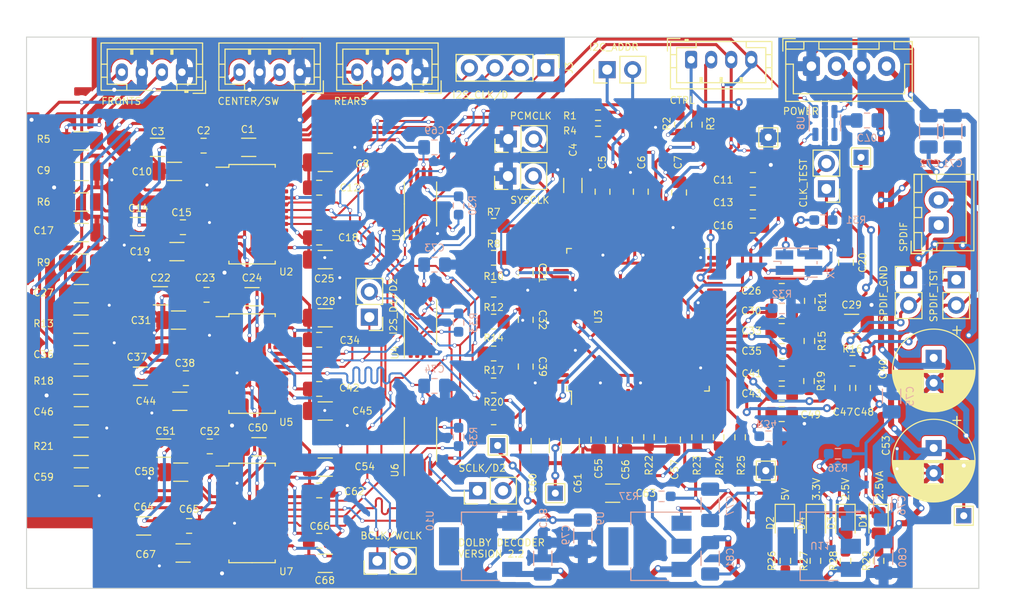
<source format=kicad_pcb>
(kicad_pcb (version 20221018) (generator pcbnew)
  (layers (0 "F.Cu" signal) (31 "B.Cu" signal) (34 "B.Paste" user) (35 "F.Paste" user) (36 "B.SilkS" user "B.Silkscreen") (37 "F.SilkS" user "F.Silkscreen") (38 "B.Mask" user) (39 "F.Mask" user) (44 "Edge.Cuts" user))
  (net 0 "")
  (net 1 "3V3")
  (net 2 "SDA")
  (net 3 "I2S_BC")
  (net 4 "I2S_WC")
  (net 5 "I2S_DATA")
  (net 6 "PCMCLK")
  (net 7 "BCLK")
  (net 8 "WCLK")
  (net 9 "I2S_D1")
  (net 10 "I2S_D2")
  (net 11 "I2S_D3")
  (net 12 "2.5V")
  (net 13 "RESET")
  (net 14 "IRQ")
  (net 15 "PLLAF")
  (net 16 "PLLSF")
  (net 17 "I2CADDR")
  (net 18 "SELI2C")
  (net 19 "5V")
  (net 20 "Net-(D1-A)")
  (net 21 "Net-(D2-A)")
  (net 22 "DCSB")
  (net 23 "CLKIN")
  (net 24 "SFREQ")
  (net 25 "Net-(D3-A)")
  (net 26 "Net-(D4-A)")
  (net 27 "PLLSPDIF")
  (net 28 "GND")
  (net 29 "DEEMPTH")
  (net 30 "AGND")
  (net 31 "2.5VA")
  (net 32 "SCL")
  (net 33 "CLKOUT")
  (net 34 "I2S_D4")
  (net 35 "3V3A")
  (net 36 "VOUT1")
  (net 37 "VOUT2")
  (net 38 "VOUT3")
  (net 39 "VOUT4")
  (net 40 "VOUT5")
  (net 41 "VOUT6")
  (net 42 "FL")
  (net 43 "FR")
  (net 44 "CT")
  (net 45 "SW")
  (net 46 "RL")
  (net 47 "RR")
  (net 48 "Net-(X1-EN)")
  (net 49 "PCMCLK1")
  (net 50 "PCMCLK2")
  (net 51 "PCMCLK3")
  (net 52 "BCLK1")
  (net 53 "BCLK2")
  (net 54 "BCLK3")
  (net 55 "WCLK1")
  (net 56 "WCLK2")
  (net 57 "WCLK3")
  (net 58 "SPDIF_NEG")
  (net 59 "SPDIF_POS")
  (net 60 "Net-(U5-CAPM)")
  (net 61 "Net-(U5-CAPP)")
  (net 62 "Net-(C26-Pad2)")
  (net 63 "Net-(U5-VNEG)")
  (net 64 "Net-(C33-Pad2)")
  (net 65 "Net-(C41-Pad1)")
  (net 66 "Net-(C41-Pad2)")
  (net 67 "Net-(U5-LDOO)")
  (net 68 "Net-(U5-VCOM{slash}DEMP)")
  (net 69 "Net-(U3-SPDN)")
  (net 70 "Net-(U3-SPDP)")
  (net 71 "Net-(U7-CAPM)")
  (net 72 "Net-(U7-CAPP)")
  (net 73 "Net-(U7-VNEG)")
  (net 74 "Net-(U7-LDOO)")
  (net 75 "Net-(U7-VCOM{slash}DEMP)")
  (net 76 "Net-(U3-SCLK)")
  (net 77 "Net-(U3-LRCLK)")
  (net 78 "Net-(U3-PCMCLK)")
  (net 79 "Net-(U3-PCM_OUT0)")
  (net 80 "Net-(U3-PCM_OUT1)")
  (net 81 "Net-(U3-PCM_OUT2)")
  (net 82 "Net-(U3-PCM_OUT3)")
  (net 88 "Net-(U3-A0)")
  (net 89 "Net-(U3-A5)")
  (net 90 "Net-(U3-DCSB)")
  (net 91 "Net-(U3-R{slash}W)")
  (net 92 "Net-(U1-ENABLE)")
  (net 93 "Net-(U9-VO)")
  (net 94 "Net-(U3-GNDA)")
  (net 95 "Net-(U11-VO)")
  (net 109 "Net-(U6-ENABLE)")
  (net 111 "Net-(U4-ENABLE)")
  (net 117 "Net-(U2-VNEG)")
  (net 118 "Net-(U2-VCOM{slash}DEMP)")
  (net 119 "Net-(U2-LDOO)")
  (net 120 "Net-(U2-CAPP)")
  (net 121 "Net-(U2-CAPM)")
  (footprint "Package_SO:TSSOP-8_4.4x3mm_P0.65mm" (layer "F.Cu") (at 62.2 65.483332 90)
    (fp_text reference "U6")
    (fp_text value "LMK1C1103")
  )
  (footprint "Resistor_SMD:R_0603_1608Metric_Pad0.98x0.95mm_HandSolder" (layer "F.Cu") (at 101.6 77.583332 90)
    (fp_text reference "R27")
    (fp_text value "430R")
  )
  (footprint "TestPoint:TestPoint_THTPad_1.5x1.5mm_Drill0.7mm" (layer "F.Cu") (at 96.65 68.583332)
    (fp_text reference "TP4" hide)
    (fp_text value "TestPoint")
  )
  (footprint "Package_SO:TSSOP-28_4.4x9.7mm_P0.65mm" (layer "F.Cu") (at 45.4 43.002082)
    (fp_text reference "U2")
    (fp_text value "PCM5122PW")
  )
  (footprint "Capacitor_SMD:C_1206_3216Metric_Pad1.33x1.80mm_HandSolder" (layer "F.Cu") (at 28.3625 63.116964 180)
    (fp_text reference "C46")
    (fp_text value "2.2n 50V C0G")
  )
  (footprint "Capacitor_SMD:C_1206_3216Metric_Pad1.33x1.80mm_HandSolder" (layer "F.Cu") (at 52.7 53.333332)
    (fp_text reference "C28")
    (fp_text value "10u")
  )
  (footprint "Connector_JST:JST_PH_B4B-PH-K_1x04_P2.00mm_Vertical" (layer "F.Cu") (at 50.15 28.833332 180)
    (fp_text reference "J6" hide)
    (fp_text value "Conn_01x04_Pin")
  )
  (footprint "Connector_JST:JST_PH_B4B-PH-K_1x04_P2.00mm_Vertical" (layer "F.Cu") (at 61.9 28.833332 180)
    (fp_text reference "J7" hide)
    (fp_text value "Conn_01x04_Pin")
  )
  (footprint "Package_SO:TSSOP-28_4.4x9.7mm_P0.65mm" (layer "F.Cu") (at 45.4 57.904471)
    (fp_text reference "U5")
    (fp_text value "PCM5122PW")
  )
  (footprint "Connector_PinHeader_2.54mm:PinHeader_1x02_P2.54mm_Vertical" (layer "F.Cu") (at 80.825 28.583332 90)
    (fp_text reference "J4" hide)
    (fp_text value "Conn_01x02")
  )
  (footprint "Capacitor_SMD:C_1206_3216Metric_Pad1.33x1.80mm_HandSolder" (layer "F.Cu") (at 74.15 66.083332 -90)
    (fp_text reference "C60")
    (fp_text value "10U")
  )
  (footprint "Capacitor_SMD:C_1206_3216Metric_Pad1.33x1.80mm_HandSolder" (layer "F.Cu") (at 35.9625 36.333332 180)
    (fp_text reference "C3")
    (fp_text value "10u")
  )
  (footprint "Resistor_SMD:R_1206_3216Metric_Pad1.30x1.75mm_HandSolder" (layer "F.Cu") (at 28.3325 53.975148 180)
    (fp_text reference "R13")
    (fp_text value "470R")
  )
  (footprint "Resistor_SMD:R_0603_1608Metric_Pad0.98x0.95mm_HandSolder" (layer "F.Cu") (at 94.089285 65.253332 90)
    (fp_text reference "R25")
    (fp_text value "4.7K")
  )
  (footprint "Capacitor_SMD:C_1206_3216Metric_Pad1.33x1.80mm_HandSolder" (layer "F.Cu") (at 28.3625 69.211516 180)
    (fp_text reference "C59")
    (fp_text value "2.2n 50V C0G")
  )
  (footprint "Capacitor_SMD:C_1206_3216Metric_Pad1.33x1.80mm_HandSolder" (layer "F.Cu") (at 28.3625 57.02242 180)
    (fp_text reference "C36")
    (fp_text value "2.2n 50V C0G")
  )
  (footprint "Capacitor_SMD:C_1206_3216Metric_Pad1.33x1.80mm_HandSolder" (layer "F.Cu") (at 38.28125 68.738111)
    (fp_text reference "C58")
    (fp_text value "2.2u 25V")
  )
  (footprint "Capacitor_SMD:C_0805_2012Metric_Pad1.18x1.45mm_HandSolder" (layer "F.Cu") (at 80.363333 40.758332 90)
    (fp_text reference "C5")
    (fp_text value "0.1U")
  )
  (footprint "Resistor_SMD:R_0603_1608Metric_Pad0.98x0.95mm_HandSolder" (layer "F.Cu") (at 101 55.65 -90)
    (fp_text reference "R15")
    (fp_text value "1K")
  )
  (footprint "Resistor_SMD:R_0805_2012Metric_Pad1.20x1.40mm_HandSolder" (layer "F.Cu") (at 69.5 63.266666 180)
    (fp_text reference "R20")
    (fp_text value "47R")
  )
  (footprint "Capacitor_SMD:C_1206_3216Metric_Pad1.33x1.80mm_HandSolder" (layer "F.Cu") (at 52.7 62.633332 180)
    (fp_text reference "C45")
    (fp_text value "10u")
  )
  (footprint "Resistor_SMD:R_0603_1608Metric_Pad0.98x0.95mm_HandSolder" (layer "F.Cu") (at 88.075 34.058332 -90)
    (fp_text reference "R2")
    (fp_text value "4.7K")
  )
  (footprint "Resistor_SMD:R_1206_3216Metric_Pad1.30x1.75mm_HandSolder" (layer "F.Cu") (at 28.3325 35.691516 180)
    (fp_text reference "R5")
    (fp_text value "470R")
  )
  (footprint "Resistor_SMD:R_0603_1608Metric_Pad0.98x0.95mm_HandSolder" (layer "F.Cu") (at 89.775 34.070832 -90)
    (fp_text reference "R3")
    (fp_text value "4.7K")
  )
  (footprint "Capacitor_SMD:C_1206_3216Metric_Pad1.33x1.80mm_HandSolder" (layer "F.Cu") (at 34.258891 59.16419 180)
    (fp_text reference "C37")
    (fp_text value "10u")
  )
  (footprint "Capacitor_SMD:C_1206_3216Metric_Pad1.33x1.80mm_HandSolder" (layer "F.Cu") (at 77.13741 66.083332 -90)
    (fp_text reference "C61")
    (fp_text value "10U")
  )
  (footprint "Capacitor_SMD:C_1206_3216Metric_Pad1.33x1.80mm_HandSolder" (layer "F.Cu") (at 46.08125 66.206861 180)
    (fp_text reference "C50")
    (fp_text value "2.2u 25V")
  )
  (footprint "Capacitor_SMD:C_0805_2012Metric_Pad1.18x1.45mm_HandSolder" (layer "F.Cu") (at 52.1 75.583332)
    (fp_text reference "C66")
    (fp_text value "0.1u 100V")
  )
  (footprint "Resistor_SMD:R_1206_3216Metric_Pad1.30x1.75mm_HandSolder" (layer "F.Cu") (at 28.3325 47.880604 180)
    (fp_text reference "R9")
    (fp_text value "470R")
  )
  (footprint "Capacitor_SMD:C_0805_2012Metric_Pad1.18x1.45mm_HandSolder" (layer "F.Cu") (at 104.65 47.833332 90)
    (fp_text reference "C20")
    (fp_text value "0.1u")
  )
  (footprint "Capacitor_SMD:C_0805_2012Metric_Pad1.18x1.45mm_HandSolder" (layer "F.Cu") (at 104.3 60.3375 -90)
    (fp_text reference "C47")
    (fp_text value "100N")
  )
  (footprint "Capacitor_SMD:C_0805_2012Metric_Pad1.18x1.45mm_HandSolder" (layer "F.Cu") (at 72.7 58.204166 -90)
    (fp_text reference "C39")
    (fp_text value "0.1U")
  )
  (footprint "Capacitor_SMD:C_0805_2012Metric_Pad1.18x1.45mm_HandSolder" (layer "F.Cu") (at 52.1 60.433332)
    (fp_text reference "C42")
    (fp_text value "0.1u 100V")
  )
  (footprint "Capacitor_SMD:C_1206_3216Metric_Pad1.33x1.80mm_HandSolder" (layer "F.Cu") (at 77.4 40.133332 90)
    (fp_text reference "C4")
    (fp_text value "10U")
  )
  (footprint "Package_SO:TSSOP-8_4.4x3mm_P0.65mm" (layer "F.Cu") (at 62.2 41.983332 90)
    (fp_text reference "U1")
    (fp_text value "LMK1C1103")
  )
  (footprint "LED_SMD:LED_0805_2012Metric_Pad1.15x1.40mm_HandSolder" (layer "F.Cu") (at 104.6 73.808332 -90)
    (fp_text reference "D3")
    (fp_text value "WHITE")
  )
  (footprint "Capacitor_SMD:C_0805_2012Metric_Pad1.18x1.45mm_HandSolder" (layer "F.Cu") (at 52.1 40.361746 180)
    (fp_text reference "C12")
    (fp_text value "0.1u 100V")
  )
  (footprint "Connector_PinHeader_2.54mm:PinHeader_1x02_P2.54mm_Vertical" (layer "F.Cu") (at 115.65 49.543332)
    (fp_text reference "J13" hide)
    (fp_text value "Conn_01x02_Male")
  )
  (footprint "Capacitor_SMD:C_1206_3216Metric_Pad1.33x1.80mm_HandSolder" (layer "F.Cu") (at 52.7 68.233332)
    (fp_text reference "C54")
    (fp_text value "10u")
  )
  (footprint "Capacitor_SMD:C_1206_3216Metric_Pad1.33x1.80mm_HandSolder" (layer "F.Cu") (at 45.396391 51.23294 180)
    (fp_text reference "C24")
    (fp_text value "2.2u 25V")
  )
  (footprint "Resistor_SMD:R_0805_2012Metric_Pad1.20x1.40mm_HandSolder" (layer "F.Cu") (at 69.5 44.166666 180)
    (fp_text reference "R7")
    (fp_text value "47R")
  )
  (footprint "Resistor_SMD:R_0603_1608Metric_Pad0.98x0.95mm_HandSolder" (layer "F.Cu") (at 105.3 57.625 180)
    (fp_text reference "R16")
    (fp_text value "75R")
  )
  (footprint "Capacitor_SMD:C_1206_3216Metric_Pad1.33x1.80mm_HandSolder" (layer "F.Cu") (at 37.9 46.733332)
    (fp_text reference "C19")
    (fp_text value "10u")
  )
  (footprint "MountingHole:MountingHole_3.2mm_M3" (layer "F.Cu") (at 115.4 27.833332)
    (fp_text reference "H2" hide)
    (fp_text value "MountingHole")
  )
  (footprint "Capacitor_SMD:C_0805_2012Metric_Pad1.18x1.45mm_HandSolder" (layer "F.Cu") (at 72.7 53.535416 -90)
    (fp_text reference "C32")
    (fp_text value "0.1U")
  )
  (footprint "Capacitor_SMD:C_1206_3216Metric_Pad1.33x1.80mm_HandSolder" (layer "F.Cu") (at 28.3625 50.927876 180)
    (fp_text reference "C27")
    (fp_text value "2.2n 50V C0G")
  )
  (footprint "Capacitor_SMD:C_1206_3216Metric_Pad1.33x1.80mm_HandSolder" (layer "F.Cu") (at 38.51875 76.802082)
    (fp_text reference "C67")
    (fp_text value "10u")
  )
  (footprint "Resistor_SMD:R_0805_2012Metric_Pad1.20x1.40mm_HandSolder" (layer "F.Cu") (at 69.5 47.349999 180)
    (fp_text reference "R8")
    (fp_text value "47R")
  )
  (footprint "Capacitor_SMD:C_0805_2012Metric_Pad1.18x1.45mm_HandSolder" (layer "F.Cu") (at 82.60223 65.483332 -90)
    (fp_text reference "C56")
    (fp_text value "0.1U")
  )
  (footprint "Capacitor_SMD:C_0805_2012Metric_Pad1.18x1.45mm_HandSolder" (layer "F.Cu") (at 98.25 58.9 180)
    (fp_text reference "C41")
    (fp_text value "4.7N")
  )
  (footprint "Capacitor_SMD:C_0805_2012Metric_Pad1.18x1.45mm_HandSolder" (layer "F.Cu") (at 52.1 70.557194 180)
    (fp_text reference "C62")
    (fp_text value "0.1u 100V")
  )
  (footprint "Capacitor_SMD:C_1206_3216Metric_Pad1.33x1.80mm_HandSolder" (layer "F.Cu") (at 28.3625 44.833332 180)
    (fp_text reference "C17")
    (fp_text value "2.2n 50V C0G")
  )
  (footprint "MountingHole:MountingHole_3.2mm_M3" (layer "F.Cu") (at 25.4 77.833332)
    (fp_text reference "H3" hide)
    (fp_text value "MountingHole")
  )
  (footprint "Connector_JST:JST_PH_B4B-PH-K_1x04_P2.00mm_Vertical" (layer "F.Cu") (at 38.4 28.833332 180)
    (fp_text reference "J5" hide)
    (fp_text value "Conn_01x04_Pin")
  )
  (footprint "Connector_PinHeader_2.54mm:PinHeader_1x02_P2.54mm_Vertical" (layer "F.Cu") (at 57.9 77.583332 90)
    (fp_text reference "J16" hide)
    (fp_text value "Conn_01x02")
  )
  (footprint "Resistor_SMD:R_0805_2012Metric_Pad1.20x1.40mm_HandSolder" (layer "F.Cu") (at 69.5 50.533332 180)
    (fp_text reference "R10")
    (fp_text value "47R")
  )
  (footprint "Capacitor_SMD:C_0805_2012Metric_Pad1.18x1.45mm_HandSolder" (layer "F.Cu") (at 40.5625 36.163332 180)
    (fp_text reference "C2")
    (fp_text value "0.1u 100V")
  )
  (footprint "Resistor_SMD:R_0603_1608Metric_Pad0.98x0.95mm_HandSolder" (layer "F.Cu") (at 98.6 77.583332 90)
    (fp_text reference "R26")
    (fp_text value "1K")
  )
  (footprint "Capacitor_SMD:C_1206_3216Metric_Pad1.33x1.80mm_HandSolder" (layer "F.Cu") (at 52.7 37.833332)
    (fp_text reference "C8")
    (fp_text value "10u")
  )
  (footprint "TestPoint:TestPoint_THTPad_1.5x1.5mm_Drill0.7mm" (layer "F.Cu") (at 96.9 35.333332)
    (fp_text reference "TP1" hide)
    (fp_text value "TestPoint")
  )
  (footprint "Capacitor_SMD:C_0805_2012Metric_Pad1.18x1.45mm_HandSolder" (layer "F.Cu") (at 38.5 44.302082)
    (fp_text reference "C15")
    (fp_text value "0.1u 100V")
  )
  (footprint "Capacitor_SMD:C_0805_2012Metric_Pad1.18x1.45mm_HandSolder" (layer "F.Cu") (at 95.3625 39.583332)
    (fp_text reference "C11")
    (fp_text value "0.1U")
  )
  (footprint "Capacitor_SMD:C_0805_2012Metric_Pad1.18x1.45mm_HandSolder" (layer "F.Cu") (at 98.2375 54.65)
    (fp_text reference "C33")
    (fp_text value "5.6N")
  )
  (footprint "Resistor_SMD:R_0805_2012Metric_Pad1.20x1.40mm_HandSolder" (layer "F.Cu") (at 69.5 53.716667 180)
    (fp_text reference "R12")
    (fp_text value "47R")
  )
  (footprint "Capacitor_SMD:C_0805_2012Metric_Pad1.18x1.45mm_HandSolder" (layer "F.Cu") (at 38.796391 59.36419)
    (fp_text reference "C38")
    (fp_text value "0.1u 100V")
  )
  (footprint "Connector_JST:JST_PH_B4B-PH-K_1x04_P2.00mm_Vertical" (layer "F.Cu") (at 89.2 27.583332)
    (fp_text reference "J1" hide)
    (fp_text value "Conn_01x04_Male")
  )
  (footprint "Capacitor_SMD:C_1206_3216Metric_Pad1.33x1.80mm_HandSolder" (layer "F.Cu") (at 81.375 70.833332 180)
    (fp_text reference "C63")
    (fp_text value "10U")
  )
  (footprint "Capacitor_SMD:C_1206_3216Metric_Pad1.33x1.80mm_HandSolder" (layer "F.Cu") (at 34.58125 74.102082 180)
    (fp_text reference "C64")
    (fp_text value "10u")
  )
  (footprint "Package_QFP:LQFP-80_14x14mm_P0.65mm" (layer "F.Cu") (at 83.9 53.533332 90)
    (fp_text reference "U3")
    (fp_text value "SPA130")
  )
  (footprint "Capacitor_SMD:C_1206_3216Metric_Pad1.33x1.80mm_HandSolder" (layer "F.Cu") (at 28.3625 38.738788 180)
    (fp_text reference "C9")
    (fp_text value "2.2n 50V C0G")
  )
  (footprint "TestPoint:TestPoint_THTPad_1.5x1.5mm_Drill0.7mm" (layer "F.Cu") (at 116.4 73.083332)
    (fp_text reference "TP6" hide)
    (fp_text value "TestPoint")
  )
  (footprint "Connector_JST:JST_XH_B2B-XH-A_1x02_P2.50mm_Vertical" (layer "F.Cu") (at 113.9 44.083332 90)
    (fp_text reference "J11" hide)
    (fp_text value "Conn_01x02_Male")
  )
  (footprint "Capacitor_SMD:C_1206_3216Metric_Pad1.33x1.80mm_HandSolder" (layer "F.Cu") (at 105.2125 53.9)
    (fp_text reference "C29")
    (fp_text value "10U")
  )
  (footprint "Resistor_SMD:R_0603_1608Metric_Pad0.98x0.95mm_HandSolder" (layer "F.Cu") (at 89.79446 65.253332 -90)
    (fp_text reference "R23")
    (fp_text value "4.7K")
  )
  (footprint "Resistor_SMD:R_1206_3216Metric_Pad1.30x1.75mm_HandSolder" (layer "F.Cu") (at 28.3325 66.164236 180)
    (fp_text reference "R21")
    (fp_text value "470R")
  )
  (footprint "Capacitor_SMD:C_1206_3216Metric_Pad1.33x1.80mm_HandSolder" (layer "F.Cu") (at 38.058891 53.56419)
    (fp_text reference "C31")
    (fp_text value "2.2u 25V")
  )
  (footprint "Capacitor_SMD:C_0805_2012Metric_Pad1.18x1.45mm_HandSolder" (layer "F.Cu") (at 95.3625 44.133332)
    (fp_text reference "C16")
    (fp_text value "0.1U")
  )
  (footprint "Resistor_SMD:R_1206_3216Metric_Pad1.30x1.75mm_HandSolder" (layer "F.Cu") (at 28.3325 60.069692 180)
    (fp_text reference "R18")
    (fp_text value "470R")
  )
  (footprint "Capacitor_SMD:C_0805_2012Metric_Pad1.18x1.45mm_HandSolder" (layer "F.Cu") (at 95.3625 41.833332)
    (fp_text reference "C13")
    (fp_text value "0.1U")
  )
  (footprint "Resistor_SMD:R_1206_3216Metric_Pad1.30x1.75mm_HandSolder" (layer "F.Cu") (at 28.3325 41.78606 180)
    (fp_text reference "R6")
    (fp_text value "470R")
  )
  (footprint "Connector_PinHeader_2.54mm:PinHeader_1x02_P2.54mm_Vertical" (layer "F.Cu") (at 110.9 49.543332)
    (fp_text reference "J12" hide)
    (fp_text value "Conn_01x02")
  )
  (footprint "Capacitor_SMD:C_0805_2012Metric_Pad1.18x1.45mm_HandSolder" (layer "F.Cu") (at 40.858891 51.044251 180)
    (fp_text reference "C23")
    (fp_text value "0.1u 100V")
  )
  (footprint "Capacitor_SMD:C_0805_2012Metric_Pad1.18x1.45mm_HandSolder" (layer "F.Cu") (at 87.39705 65.483332 -90)
    (fp_text reference "C57")
    (fp_text value "0.1U")
  )
  (footprint "Resistor_SMD:R_0603_1608Metric_Pad0.98x0.95mm_HandSolder" (layer "F.Cu") (at 79.9125 33.133332)
    (fp_text reference "R1")
    (fp_text value "4.7K")
  )
  (footprint "Resistor_SMD:R_0603_1608Metric_Pad0.98x0.95mm_HandSolder" (layer "F.Cu") (at 91.94187 65.253332 -90)
    (fp_text reference "R24")
    (fp_text value "4.7K")
  )
  (footprint "Resistor_SMD:R_0603_1608Metric_Pad0.98x0.95mm_HandSolder" (layer "F.Cu") (at 101.0375 51.65 -90)
    (fp_text reference "R11")
    (fp_text value "1K")
  )
  (footprint "Resistor_SMD:R_0603_1608Metric_Pad0.98x0.95mm_HandSolder" (layer "F.Cu") (at 84.99964 65.253332 -90)
    (fp_text reference "R22")
    (fp_text value "4.7K")
  )
  (footprint "MountingHole:MountingHole_3.2mm_M3" (layer "F.Cu") (at 115.4 77.833332)
    (fp_text reference "H4" hide)
    (fp_text value "MountingHole")
  )
  (footprint "Capacitor_SMD:C_0805_2012Metric_Pad1.18x1.45mm_HandSolder" (layer "F.Cu") (at 72.7 48.866666 -90)
    (fp_text reference "C21")
    (fp_text value "0.1U")
  )
  (footprint "Connector_PinHeader_2.54mm:PinHeader_1x02_P2.54mm_Vertical" (layer "F.Cu") (at 70.925 39.2 90)
    (fp_text reference "J9" hide)
    (fp_text value "Conn_01x02")
  )
  (footprint "Connector_PinHeader_2.54mm:PinHeader_1x02_P2.54mm_Vertical" (layer "F.Cu") (at 102.7 40.473332 180)
    (fp_text reference "J10" hide)
    (fp_text value "Conn_01x02")
  )
  (footprint "Resistor_SMD:R_0603_1608Metric_Pad0.98x0.95mm_HandSolder" (layer "F.Cu") (at 79.9125 34.733332)
    (fp_text reference "R4")
    (fp_text value "4.7K")
  )
  (footprint "Resistor_SMD:R_0603_1608Metric_Pad0.98x0.95mm_HandSolder" (layer "F.Cu") (at 107.9 77.583332 90)
    (fp_text reference "R29")
    (fp_text value "100R")
  )
  (footprint "Resistor_SMD:R_0805_2012Metric_Pad1.20x1.40mm_HandSolder" (layer "F.Cu") (at 69.5 60.083333 180)
    (fp_text reference "R17")
    (fp_text value "47R")
  )
  (footprint "TestPoint:TestPoint_THTPad_1.5x1.5mm_Drill0.7mm" (layer "F.Cu") (at 106.15 37.333332)
    (fp_text reference "TP2" hide)
    (fp_text value "TestPoint")
  )
  (footprint "Resistor_SMD:R_0603_1608Metric_Pad0.98x0.95mm_HandSolder" (layer "F.Cu") (at 100.9625 59.65 90)
    (fp_text reference "R19")
    (fp_text value "330R")
  )
  (footprint "Package_SO:TSSOP-8_4.4x3mm_P0.65mm" (layer "F.Cu") (at 62.2 53.733332 90)
    (fp_text reference "U4")
    (fp_text value "LMK1C1103")
  )
  (footprint "Connector_PinHeader_2.54mm:PinHeader_1x02_P2.54mm_Vertical" (layer "F.Cu") (at 67.9 70.583332 90)
    (fp_text reference "J15" hide)
    (fp_text value "Conn_01x02")
  )
  (footprint "Resistor_SMD:R_0805_2012Metric_Pad1.20x1.40mm_HandSolder" (layer "F.Cu") (at 69.5 56.9 180)
    (fp_text reference "R14")
    (fp_text value "47R")
  )
  (footprint "Capacitor_SMD:C_0805_2012Metric_Pad1.18x1.45mm_HandSolder" (layer "F.Cu") (at 98.2375 62.95)
    (fp_text reference "C49")
    (fp_text value "0.1U")
  )
  (footprint "Capacitor_SMD:C_0805_2012Metric_Pad1.18x1.45mm_HandSolder" (layer "F.Cu") (at 39.11875 74.102082)
    (fp_text reference "C65")
    (fp_text value "0.1u 100V")
  )
  (footprint "Capacitor_SMD:C_0805_2012Metric_Pad1.18x1.45mm_HandSolder" (layer "F.Cu") (at 84.181666 40.758332 90)
    (fp_text reference "C6")
    (fp_text value "0.1U")
  )
  (footprint "Capacitor_SMD:C_0805_2012Metric_Pad1.18x1.45mm_HandSolder" (layer "F.Cu") (at 52.1 45.333332)
    (fp_text reference "C18")
    (fp_text value "0.1u 100V")
  )
  (footprint "Capacitor_THT:CP_Radial_D8.0mm_P2.50mm" (layer "F.Cu") (at 113.4 57.333332 -90)
    (fp_text reference "C40")
    (fp_text value "330u 16V")
  )
  (footprint "Capacitor_SMD:C_1206_3216Metric_Pad1.33x1.80mm_HandSolder" (layer "F.Cu") (at 36.58125 66.338111 180)
    (fp_text reference "C51")
    (fp_text value "10u")
  )
  (footprint "LED_SMD:LED_0805_2012Metric_Pad1.15x1.40mm_HandSolder" (layer "F.Cu") (at 107.9 73.808332 -90)
    (fp_text reference "D1")
    (fp_text value "YELLOW")
  )
  (footprint "Capacitor_SMD:C_0805_2012Metric_Pad1.18x1.45mm_HandSolder" (layer "F.Cu") (at 106.35 60.3375 -90)
    (fp_text reference "C48")
    (fp_text value "100N")
  )
  (footprint "Capacitor_SMD:C_1206_3216Metric_Pad1.33x1.80mm_HandSolder" (layer "F.Cu") (at 33.9625 44.233332 180)
    (fp_text reference "C14")
    (fp_text value "10u")
  )
  (footprint "Package_SO:TSSOP-28_4.4x9.7mm_P0.65mm" (layer "F.Cu") (at 45.4 72.806861)
    (fp_text reference "U7")
    (fp_text value "PCM5122PW")
  )
  (footprint "Capacitor_SMD:C_1206_3216Metric_Pad1.33x1.80mm_HandSolder" (layer "F.Cu") (at 37.6625 38.733332)
    (fp_text reference "C10")
    (fp_text value "2.2u 25V")
  )
  (footprint "TestPoint:TestPoint_THTPad_1.5x1.5mm_Drill0.7mm" (layer "F.Cu") (at 69.9 66.083332)
    (fp_text reference "TP3" hide)
    (fp_text value "TestPoint")
  )
  (footprint "Capacitor_SMD:C_0805_2012Metric_Pad1.18x1.45mm_HandSolder" (layer "F.Cu") (at 79.95482 65.483332 -90)
    (fp_text reference "C55")
    (fp_text value "0.1U")
  )
  (footprint "Capacitor_SMD:C_1206_3216Metric_Pad1.33x1.80mm_HandSolder" (layer "F.Cu") (at 36.258891 51.144251 180)
    (fp_text reference "C22")
    (fp_text value "10u")
  )
  (footprint "Capacitor_SMD:C_0805_2012Metric_Pad1.18x1.45mm_HandSolder" (layer "F.Cu") (at 98.2375 56.65)
    (fp_text reference "C35")
    (fp_text value "470P")
  )
  (footprint "Capacitor_SMD:C_1206_3216Metric_Pad1.33x1.80mm_HandSolder" (layer "F.Cu") (at 38.196391 61.66419)
    (fp_text reference "C44")
    (fp_text value "10u")
  )
  (footprint "Capacitor_SMD:C_0805_2012Metric_Pad1.18x1.45mm_HandSolder" (layer "F.Cu") (at 41.18125 66.168111 180)
    (fp_text reference "C52")
    (fp_text value "0.1u 100V")
  )
  (footprint "Resistor_SMD:R_0603_1608Metric_Pad0.98x0.95mm_HandSolder" (layer "F.Cu") (at 104.6 77.583332 90)
    (fp_text reference "R28")
    (fp_text value "100R")
  )
  (footprint "LED_SMD:LED_0805_2012Metric_Pad1.15x1.40mm_HandSolder" (layer "F.Cu") (at 101.65 73.808332 -90)
    (fp_text reference "D4")
    (fp_text value "YELLOW")
  )
  (footprint "TestPoint:TestPoint_THTPad_1.5x1.5mm_Drill0.7mm" (layer "F.Cu") (at 75.65 70.833332)
    (fp_text reference "TP5" hide)
    (fp_text value "TestPoint")
  )
  (footprint "Capacitor_SMD:C_1206_3216Metric_Pad1.33x1.80mm_HandSolder" (layer "F.Cu") (at 52.7 47.533332 180)
    (fp_text reference "C25")
    (fp_text value "10u")
  )
  (footprint "MountingHole:MountingHole_3.2mm_M3" (layer "F.Cu") (at 25.4 27.833332)
    (fp_text reference "H1" hide)
    (fp_text value "MountingHole")
  )
  (footprint "Capacitor_SMD:C_0805_2012Metric_Pad1.18x1.45mm_HandSolder" (layer "F.Cu") (at 52.1 55.533332 180)
    (fp_text reference "C34")
    (fp_text value "0.1u 100V")
  )
  (footprint "Capacitor_SMD:C_0805_2012Metric_Pad1.18x1.45mm_HandSolder" (layer "F.Cu") (at 98.2375 52.65)
    (fp_text reference "C30")
    (fp_text value "470P")
  )
  (footprint "Connector_JST:JST_XH_B4B-XH-A_1x04_P2.50mm_Vertical" (layer "F.Cu") (at 101.2 28.233332)
    (fp_text reference "J2" hide)
    (fp_text value "Conn_01x04_Male")
  )
  (footprint "Connector_PinHeader_2.54mm:PinHeader_1x02_P2.54mm_Vertical" (layer "F.Cu") (at 70.96 35.5 90)
    (fp_text reference "J8" hide)
    (fp_text value "Conn_01x02")
  )
  (footprint "Capacitor_SMD:C_0805_2012Metric_Pad1.18x1.45mm_HandSolder" (layer "F.Cu") (at 88 40.833332 90)
    (fp_text reference "C7")
    (fp_text value "0.1U")
  )
  (footprint "Capacitor_SMD:C_0805_2012Metric_Pad1.18x1.45mm_HandSolder" (layer "F.Cu") (at 98.2375 60.9 180)
    (fp_text reference "C43")
    (fp_text value "150P")
  )
  (footprint "Capacitor_THT:CP_Radial_D8.0mm_P2.50mm" (layer "F.Cu") (at 113.4 66.333332 -90)
    (fp_text reference "C53")
    (fp_text value "330u 16V")
  )
  (footprint "LED_SMD:LED_0805_2012Metric_Pad1.15x1.40mm_HandSolder" (layer "F.Cu") (at 98.55 73.808332 -90)
    (fp_text reference "D2")
    (fp_text value "BLUE")
  )
  (footprint "Capacitor_SMD:C_1206_3216Metric_Pad1.33x1.80mm_HandSolder" (layer "F.Cu") (at 45.0625 36.333332 180)
    (fp_text reference "C1")
    (fp_text value "2.2u 25V")
  )
  (footprint "Capacitor_SMD:C_0805_2012Metric_Pad1.18x1.45mm_HandSolder" (layer "F.Cu") (at 98.2375 50.65)
    (fp_text reference "C26")
    (fp_text value "5.6N")
  )
  (footprint "Connector_PinHeader_2.54mm:PinHeader_1x02_P2.54mm_Vertical" (layer "F.Cu") (at 57.1 53.275 180)
    (fp_text reference "J14" hide)
    (fp_text value "Conn_01x02_Pin")
  )
  (footprint "Connector_PinHeader_2.54mm:PinHeader_1x04_P2.54mm_Vertical" (layer "F.Cu") (at 74.7 28.4 -90)
    (fp_text reference "J3")
    (fp_text value "Conn_01x04_Male")
  )
  (footprint "Capacitor_SMD:C_1206_3216Metric_Pad1.33x1.80mm_HandSolder" (layer "F.Cu") (at 52.7 77.833332 180)
    (fp_text reference "C68")
    (fp_text value "10u")
  )
  (footprint "Capacitor_SMD:C_1206_3216Metric_Pad1.33x1.80mm_HandSolder" (layer "B.Cu") (at 108.4 77.233332 -90)
    (fp_text reference "C80")
    (fp_text value "10U")
  )
  (footprint "Capacitor_SMD:C_1206_3216Metric_Pad1.33x1.80mm_HandSolder" (layer "B.Cu") (at 78.4 75.083332 -90)
    (fp_text reference "C79")
    (fp_text value "10U")
  )
  (footprint "Capacitor_SMD:C_1206_3216Metric_Pad1.33x1.80mm_HandSolder" (layer "B.Cu") (at 91.1 77.333332 -90)
    (fp_text reference "C81")
    (fp_text value "10U")
  )
  (footprint "Capacitor_SMD:C_1206_3216Metric_Pad1.33x1.80mm_HandSolder" (layer "B.Cu") (at 112.9 34.733332 90)
    (fp_text reference "C72")
    (fp_text value "10U")
  )
  (footprint "Capacitor_SMD:C_0805_2012Metric_Pad1.18x1.45mm_HandSolder" (layer "B.Cu") (at 106.75 33.65)
    (fp_text reference "C70")
    (fp_text value "0.1U")
  )
  (footprint "Resistor_SMD:R_0603_1608Metric_Pad0.98x0.95mm_HandSolder" (layer "B.Cu") (at 66 65.220832 -90)
    (fp_text reference "R35")
    (fp_text value "4.7K")
  )
  (footprint "Capacitor_SMD:C_0805_2012Metric_Pad1.18x1.45mm_HandSolder" (layer "B.Cu") (at 63.6 48.033332 180)
    (fp_text reference "C73")
    (fp_text value "0.1u")
  )
  (footprint "Package_TO_SOT_SMD:SOT-23-6" (layer "B.Cu") (at 102.55 33.9 -90)
    (fp_text reference "U8")
    (fp_text value "TMP100")
  )
  (footprint "Resistor_SMD:R_0603_1608Metric_Pad0.98x0.95mm_HandSolder" (layer "B.Cu") (at 98.25 52.4 180)
    (fp_text reference "R32")
    (fp_text value "FERRITE")
  )
  (footprint "Package_TO_SOT_SMD:SOT-223" (layer "B.Cu") (at 68.2 76.133332 180)
    (fp_text reference "U10")
    (fp_text value "AMS1117-3.3")
  )
  (footprint "Capacitor_SMD:C_1206_3216Metric_Pad1.33x1.80mm_HandSolder" (layer "B.Cu") (at 74.4 77.333332 90)
    (fp_text reference "C78")
    (fp_text value "10U")
  )
  (footprint "Capacitor_SMD:C_1206_3216Metric_Pad1.33x1.80mm_HandSolder" (layer "B.Cu") (at 115.3 34.733332 90)
    (fp_text reference "C71")
    (fp_text value "10U")
  )
  (footprint "Resistor_SMD:R_0603_1608Metric_Pad0.98x0.95mm_HandSolder" (layer "B.Cu") (at 102.4 43.583332 180)
    (fp_text reference "R31")
    (fp_text value "4.7K")
  )
  (footprint "Resistor_SMD:R_0603_1608Metric_Pad0.98x0.95mm_HandSolder" (layer "B.Cu") (at 86.25 71.15)
    (fp_text reference "R37")
    (fp_text value "10R")
  )
  (footprint "Resistor_SMD:R_0603_1608Metric_Pad0.98x0.95mm_HandSolder" (layer "B.Cu") (at 96.9125 65.15)
    (fp_text reference "R34")
    (fp_text value "FERRITE")
  )
  (footprint "Capacitor_SMD:C_1206_3216Metric_Pad1.33x1.80mm_HandSolder" (layer "B.Cu") (at 91.1 71.995832 90)
    (fp_text reference "C77")
    (fp_text value "47U")
  )
  (footprint "Resistor_SMD:R_0603_1608Metric_Pad0.98x0.95mm_HandSolder" (layer "B.Cu") (at 103.8375 66.9)
    (fp_text reference "R36")
    (fp_text value "10R")
  )
  (footprint "Package_TO_SOT_SMD:SOT-223" (layer "B.Cu") (at 101.987226 76.133332 180)
    (fp_text reference "U11")
    (fp_text value "AMS1117-2.5")
  )
  (footprint "Package_TO_SOT_SMD:SOT-223" (layer "B.Cu") (at 85.093613 76.133332 180)
    (fp_text reference "U9")
    (fp_text value "AMS1117-2.5")
  )
  (footprint "Capacitor_SMD:C_0805_2012Metric_Pad1.18x1.45mm_HandSolder" (layer "B.Cu") (at 63.6 36.333332 180)
    (fp_text reference "C69")
    (fp_text value "0.1u")
  )
  (footprint "Capacitor_SMD:C_0805_2012Metric_Pad1.18x1.45mm_HandSolder" (layer "B.Cu") (at 63.6 60.133332 180)
    (fp_text reference "C74")
    (fp_text value "0.1u")
  )
  (footprint "Resistor_SMD:R_0603_1608Metric_Pad0.98x0.95mm_HandSolder" (layer "B.Cu") (at 66 42.133332 -90)
    (fp_text reference "R30")
    (fp_text value "4.7K")
  )
  (footprint "Resistor_SMD:R_0603_1608Metric_Pad0.98x0.95mm_HandSolder" (layer "B.Cu") (at 66 53.820832 -90)
    (fp_text reference "R33")
    (fp_text value "4.7K")
  )
  (footprint "Capacitor_SMD:C_1206_3216Metric_Pad1.33x1.80mm_HandSolder" (layer "B.Cu") (at 109.2 61.1625 90)
    (fp_text reference "C75")
    (fp_text value "10u")
  )
  (footprint "Oscillator:Oscillator_SMD_EuroQuartz_XO32-4Pin_3.2x2.5mm_HandSoldering" (layer "B.Cu") (at 99.9625 47.833332)
    (fp_text reference "X1")
    (fp_text value "ECS-3225SMV-270-FP-TR")
  )
  (footprint "Capacitor_SMD:C_1206_3216Metric_Pad1.33x1.80mm_HandSolder" (layer "B.Cu") (at 108.312774 71.933332 90)
    (fp_text reference "C76")
    (fp_text value "47U")
  )
  (gr_line (start 117.9 80.333332) (end 22.9 80.333332) (stroke (width 0.1)) (layer "Edge.Cuts"))
  (gr_line (start 117.9 25.333332) (end 117.9 80.333332) (stroke (width 0.1)) (layer "Edge.Cuts"))
  (gr_line (start 22.9 80.333332) (end 22.9 25.333332) (stroke (width 0.1)) (layer "Edge.Cuts"))
  (gr_line (start 22.9 25.333332) (end 117.9 25.333332) (stroke (width 0.1)) (layer "Edge.Cuts"))
  (gr_text "SYSCLK" (at 71.1 41.6) (layer "F.SilkS") (effects (font (size 0.7 0.7) (thickness 0.1)) (justify left)))
  (gr_text "I2C_ADDR" (at 78.95 26.333332) (layer "F.SilkS") (effects (font (size 0.7 0.7) (thickness 0.1)) (justify left)))
  (gr_text "FRONTS" (at 30.3 31.733332) (layer "F.SilkS") (effects (font (size 0.7 0.7) (thickness 0.1)) (justify left)))
  (gr_text "DOLBY DECODER\nVERSION 2.2" (at 65.9 76.333332) (layer "F.SilkS") (effects (font (size 0.7 0.7) (thickness 0.1)) (justify left)))
  (gr_text "SPDIF_TST" (at 113.4 53.833332 90) (layer "F.SilkS") (effects (font (size 0.7 0.7) (thickness 0.1)) (justify left)))
  (gr_text "SPDIF" (at 110.4 46.833332 90) (layer "F.SilkS") (effects (font (size 0.7 0.7) (thickness 0.1)) (justify left)))
  (gr_text "PCMCLK" (at 71.05 33.2) (layer "F.SilkS") (effects (font (size 0.7 0.7) (thickness 0.1)) (justify left)))
  (gr_text "POWER" (at 98.3 32.733332) (layer "F.SilkS") (effects (font (size 0.7 0.7) (thickness 0.1)) (justify left)))
  (gr_text "BCLK/WCLK" (at 56.15 75.083332) (layer "F.SilkS") (effects (font (size 0.7 0.7) (thickness 0.1)) (justify left)))
  (gr_text "2.5V" (at 104.6 71.633332 90) (layer "F.SilkS") (effects (font (size 0.7 0.7) (thickness 0.1)) (justify left)))
  (gr_text "3.3V" (at 101.7 71.633332 90) (layer "F.SilkS") (effects (font (size 0.7 0.7) (thickness 0.1)) (justify left)))
  (gr_text "CTRL" (at 87 31.633332) (layer "F.SilkS") (effects (font (size 0.7 0.7) (thickness 0.1)) (justify left)))
  (gr_text "SCLK/D2" (at 65.925 68.333332) (layer "F.SilkS") (effects (font (size 0.7 0.7) (thickness 0.1)) (justify left)))
  (gr_text "I2S_D1/D2" (at 59.5 55.1 90) (layer "F.SilkS") (effects (font (size 0.7 0.7) (thickness 0.1)) (justify left)))
  (gr_text "SPDIF_GND\n" (at 108.4 53.833332 90) (layer "F.SilkS") (effects (font (size 0.7 0.7) (thickness 0.1)) (justify left)))
  (gr_text "CENTER/SW" (at 41.9 31.733332) (layer "F.SilkS") (effects (font (size 0.7 0.7) (thickness 0.1)) (justify left)))
  (gr_text "I2S_CLK/D" (at 65.3 31.1) (layer "F.SilkS") (effects (font (size 0.7 0.7) (thickness 0.1)) (justify left)))
  (gr_text "2.5VA" (at 108 71.533332 90) (layer "F.SilkS") (effects (font (size 0.7 0.7) (thickness 0.1)) (justify left)))
  (gr_text "REARS" (at 53.5 31.733332) (layer "F.SilkS") (effects (font (size 0.7 0.7) (thickness 0.1)) (justify left)))
  (gr_text "CLK_TEST" (at 100.4 42.4 90) (layer "F.SilkS") (effects (font (size 0.7 0.7) (thickness 0.1)) (justify left)))
  (gr_text "5V" (at 98.6 71.633332 90) (layer "F.SilkS") (effects (font (size 0.7 0.7) (thickness 0.1)) (justify left)))
  (segment (start 46.4 71.583332) (end 46.801471 71.181861) (width 0.3) (layer "F.Cu") (net 1))
  (segment (start 62.525 49.705375) (end 62.562504 49.667871) (width 0.2) (layer "F.Cu") (net 1))
  (segment (start 53.7875 35.583332) (end 51.1375 38.233332) (width 0.3) (layer "F.Cu") (net 1))
  (segment (start 82.9375 70.833332) (end 82.9375 69.649532) (width 0.25) (layer "F.Cu") (net 1))
  (segment (start 94.9 68.206547) (end 93.264285 66.570832) (width 0.3) (layer "F.Cu") (net 1))
  (segment (start 62.525 39.120832) (end 62.525 38.058332) (width 0.2) (layer "F.Cu") (net 1))
  (segment (start 62.525 61.558332) (end 62.4 61.433332) (width 0.2) (layer "F.Cu") (net 1))
  (segment (start 46.6 54.604471) (end 46.6 56.826225) (width 0.3) (layer "F.Cu") (net 1))
  (segment (start 46.803861 60.179471) (end 46.65 60.333332) (width 0.3) (layer "F.Cu") (net 1))
  (segment (start 62.525 38.058332) (end 62.5 38.033332) (width 0.2) (layer "F.Cu") (net 1))
  (segment (start 93.264285 66.619899) (end 92.800852 67.083332) (width 0.3) (layer "F.Cu") (net 1))
  (segment (start 93.264285 66.570832) (end 93.264285 66.619899) (width 0.3) (layer "F.Cu") (net 1))
  (segment (start 46.6 56.826225) (end 46.65 56.876226) (width 0.3) (layer "F.Cu") (net 1))
  (segment (start 59.9 35.583332) (end 53.7875 35.583332) (width 0.3) (layer "F.Cu") (net 1))
  (segment (start 82.15 51.333332) (end 82.15 52.333332) (width 0.3) (layer "F.Cu") (net 1))
  (segment (start 108.150001 50.083331) (end 108.150001 56.400001) (width 0.6) (layer "F.Cu") (net 1))
  (segment (start 111.872651 38.777349) (end 110.25 40.4) (width 0.4) (layer "F.Cu") (net 1))
  (segment (start 51.0625 40.361746) (end 51.0625 38.308332) (width 0.3) (layer "F.Cu") (net 1))
  (segment (start 51.0625 55.533332) (end 51.0625 53.408332) (width 0.3) (layer "F.Cu") (net 1))
  (segment (start 64.65 57.333332) (end 63.15 58.833332) (width 0.2) (layer "F.Cu") (net 1))
  (segment (start 83.575 60.433332) (end 83.1755 60.033832) (width 0.3) (layer "F.Cu") (net 1))
  (segment (start 45.9 43.333332) (end 45.9 46.833332) (width 0.3) (layer "F.Cu") (net 1))
  (segment (start 47.525 53.679471) (end 46.6 54.604471) (width 0.3) (layer "F.Cu") (net 1))
  (segment (start 82.9375 69.649532) (end 83.5037 69.083332) (width 0.25) (layer "F.Cu") (net 1))
  (segment (start 46.65 61.583332) (end 46.753861 61.479471) (width 0.3) (layer "F.Cu") (net 1))
  (segment (start 108.15 41.583332) (end 108.150001 50.083331) (width 0.6) (layer "F.Cu") (net 1))
  (segment (start 62.525 50.870832) (end 62.525 49.705375) (width 0.2) (layer "F.Cu") (net 1))
  (segment (start 83.575 47.258332) (end 83.65 47.333332) (width 0.3) (layer "F.Cu") (net 1))
  (segment (start 94.9 71.583332) (end 94.9 68.206547) (width 0.3) (layer "F.Cu") (net 1))
  (segment (start 88.7 32.083332) (end 80.05 32.083332) (width 0.3) (layer "F.Cu") (net 1))
  (segment (start 92.35 52.558332) (end 91.575 52.558332) (width 0.3) (layer "F.Cu") (net 1))
  (segment (start 104.5 48.695832) (end 105.7875 48.695832) (width 0.3) (layer "F.Cu") (net 1))
  (segment (start 72.7 52.497916) (end 73.410416 53.208332) (width 0.3) (layer "F.Cu") (net 1))
  (segment (start 79.4875 34.733332) (end 79 34.733332) (width 0.3) (layer "F.Cu") (net 1))
  (segment (start 81.52723 65.520832) (end 82.60223 64.445832) (width 0.3) (layer "F.Cu") (net 1))
  (segment (start 92.800852 67.083332) (end 91.4125 67.083332) (width 0.3) (layer "F.Cu") (net 1))
  (segment (start 51.1375 38.233332) (end 48.80625 38.233332) (width 0.3) (layer "F.Cu") (net 1))
  (segment (start 48.2625 75.081861) (end 46.648529 75.081861) (width 0.3) (layer "F.Cu") (net 1))
  (segment (start 103.8 28.233332) (end 106.108334 30.541666) (width 0.6) (layer "F.Cu") (net 1))
  (segment (start 106.108334 30.541666) (end 108.15 32.583332) (width 0.6) (layer "F.Cu") (net 1))
  (segment (start 46.65 56.876226) (end 46.65 61.583332) (width 0.3) (layer "F.Cu") (net 1))
  (segment (start 51.0625 70.557194) (end 50.437833 71.181861) (width 0.3) (layer "F.Cu") (net 1))
  (segment (start 91.575 52.558332) (end 89.402818 52.558332) (width 0.3) (layer "F.Cu") (net 1))
  (segment (start 45.9 39.876225) (end 46.999143 38.777082) (width 0.3) (layer "F.Cu") (net 1))
  (segment (start 62.525 62.620832) (end 62.525 63.358332) (width 0.2) (layer "F.Cu") (net 1))
  (segment (start 108.15 32.583332) (end 108.15 34.9) (width 0.6) (layer "F.Cu") (net 1))
  (segment (start 83.575 61.208332) (end 83.575 60.433332) (width 0.3) (layer "F.Cu") (net 1))
  (segment (start 104.404168 48.6) (end 97.133332 48.6) (width 0.3) (layer "F.Cu") (net 1))
  (segment (start 71.65 52.672914) (end 71.824998 52.497916) (width 0.3) (layer "F.Cu") (net 1))
  (segment (start 108.15 34.9) (end 108.15 41.583332) (width 0.6) (layer "F.Cu") (net 1))
  (segment (start 51.1375 68.233332) (end 51.1375 70.482194) (width 0.3) (layer "F.Cu") (net 1))
  (segment (start 74.15 63.333332) (end 76.4 61.083332) (width 0.3) (layer "F.Cu") (net 1))
  (segment (start 100.7625 77.658332) (end 97.725 77.658332) (width 0.3) (layer "F.Cu") (net 1))
  (segment (start 97.133332 48.6) (end 96.9 48.833332) (width 0.3) (layer "F.Cu") (net 1))
  (segment (start 48.2625 53.679471) (end 47.525 53.679471) (width 0.3) (layer "F.Cu") (net 1))
  (segment (start 88.177818 51.333332) (end 82.15 51.333332) (width 0.3) (layer "F.Cu") (net 1))
  (segment (start 63.442893 52.583332) (end 63.65 52.583332) (width 0.2) (layer "F.Cu") (net 1))
  (segment (start 50.437833 71.181861) (end 48.2625 71.181861) (width 0.3) (layer "F.Cu") (net 1))
  (segment (start 46.801471 71.181861) (end 48.2625 71.181861) (width 0.3) (layer "F.Cu") (net 1))
  (segment (start 45.9 46.833332) (end 51.1375 52.070832) (width 0.3) (layer "F.Cu") (net 1))
  (segment (start 89.402818 52.558332) (end 88.177818 51.333332) (width 0.3) (layer "F.Cu") (net 1))
  (segment (start 48.2625 45.277082) (end 47.525 45.277082) (width 0.3) (layer "F.Cu") (net 1))
  (segment (start 48.80625 38.233332) (end 48.2625 38.777082) (width 0.3) (layer "F.Cu") (net 1))
  (segment (start 106.108334 30.791666) (end 106.108334 30.541666) (width 0.2) (layer "F.Cu") (net 1))
  (segment (start 104.5 32.4) (end 106.108334 30.791666) (width 0.2) (layer "F.Cu") (net 1))
  (segment (start 62.525 63.358332) (end 63.4 64.233332) (width 0.2) (layer "F.Cu") (net 1))
  (segment (start 94.325 44.308332) (end 94.325 50.583332) (width 0.3) (layer "F.Cu") (net 1))
  (segment (start 82.15 48.833332) (end 82.15 51.333332) (width 0.3) (layer "F.Cu") (net 1))
  (segment (start 83.575 45.858332) (end 83.575 47.258332) (width 0.3) (layer "F.Cu") (net 1))
  (segment (start 74.15 64.020832) (end 74.15 63.333332) (width 0.3) (layer "F.Cu") (net 1))
  (segment (start 83.575 63.473062) (end 82.60223 64.445832) (width 0.3) (layer "F.Cu") (net 1))
  (segment (start 82.4 39.600196) (end 82.4 37.645832) (width 0.3) (layer "F.Cu") (net 1))
  (segment (start 94.9 74.833332) (end 94.9 73.583332) (width 0.3) (layer "F.Cu") (net 1))
  (segment (start 113.660107 38.777349) (end 111.872651 38.777349) (width 0.4) (layer "F.Cu") (net 1))
  (segment (start 46.753861 61.479471) (end 48.2625 61.479471) (width 0.3) (layer "F.Cu") (net 1))
  (segment (start 83.575 45.858332) (end 83.575 40.775196) (width 0.3) (layer "F.Cu") (net 1))
  (segment (start 48.2625 60.179471) (end 46.803861 60.179471) (width 0.3) (layer "F.Cu") (net 1))
  (segment (start 108.150001 56.400001) (end 108.277298 56.527298) (width 0.6) (layer "F.Cu") (net 1))
  (segment (start 46.648529 75.081861) (end 46.4 74.833332) (width 0.3) (layer "F.Cu") (net 1))
  (segment (start 51.1375 68.233332) (end 51.1375 66.585907) (width 0.3) (layer "F.Cu") (net 1))
  (segment (start 94.325 44.133332) (end 96.15 45.958332) (width 0.3) (layer "F.Cu") (net 1))
  (segment (start 94.089285 65.745832) (end 93.264285 66.570832) (width 0.3) (layer "F.Cu") (net 1))
  (segment (start 105.9 48.583332) (end 105.9 44.833332) (width 0.3) (layer "F.Cu") (net 1))
  (segment (start 62.525 62.620832) (end 62.525 61.558332) (width 0.2) (layer "F.Cu") (net 1))
  (segment (start 82.4 37.645832) (end 79.4875 34.733332) (width 0.3) (layer "F.Cu") (net 1))
  (segment (start 73.410416 53.208332) (end 76.225 53.208332) (width 0.3) (layer "F.Cu") (net 1))
  (segment (start 46.4 74.833332) (end 46.4 71.583332) (width 0.3) (layer "F.Cu") (net 1))
  (segment (start 83.575 40.775196) (end 82.4 39.600196) (width 0.3) (layer "F.Cu") (net 1))
  (segment (start 77.9 54.083332) (end 77.025 53.208332) (width 0.3) (layer "F.Cu") (net 1))
  (segment (start 90.305 66.570832) (end 89.9 66.165832) (width 0.3) (layer "F.Cu") (net 1))
  (segment (start 62.525 40.208332) (end 62.9 40.583332) (width 0.2) (layer "F.Cu") (net 1))
  (segment (start 46.65 62.098407) (end 46.65 61.583332) (width 0.3) (layer "F.Cu") (net 1))
  (segment (start 105.9 44.833332) (end 103.65 42.583332) (width 0.3) (layer "F.Cu") (net 1))
  (segment (start 77.025 53.208332) (end 76.225 53.208332) (width 0.3) (layer "F.Cu") (net 1))
  (segment (start 96.15 45.958332) (end 96.15 48.083332) (width 0.3) (layer "F.Cu") (net 1))
  (segment (start 51.1375 66.585907) (end 46.65 62.098407) (width 0.3) (layer "F.Cu") (net 1))
  (segment (start 46.65 60.333332) (end 46.65 61.583332) (width 0.3) (layer "F.Cu") (net 1))
  (segment (start 46.999143 38.777082) (end 48.2625 38.777082) (width 0.3) (layer "F.Cu") (net 1))
  (segment (start 51.1375 52.070832) (end 51.1375 53.333332) (width 0.3) (layer "F.Cu") (net 1))
  (segment (start 86.4 69.083332) (end 83.5037 69.083332) (width 0.3) (layer "F.Cu") (net 1))
  (segment (start 71.824998 52.497916) (end 72.7 52.497916) (width 0.3) (layer "F.Cu") (net 1))
  (segment (start 62.525 39.120832) (end 62.525 40.208332) (width 0.2) (layer "F.Cu") (net 1))
  (segment (start 104.5 48.695832) (end 106.762502 48.695832) (width 0.3) (layer "F.Cu") (net 1))
  (segment (start 94.9 74.833332) (end 97.725 77.658332) (width 0.3) (layer "F.Cu") (net 1))
  (segment (start 62.525 51.665439) (end 63.442893 52.583332) (width 0.2) (layer "F.Cu") (net 1))
  (segment (start 94.325 50.583332) (end 92.35 52.558332) (width 0.3) (layer "F.Cu") (net 1))
  (segment (start 91.4125 67.083332) (end 90.9 66.570832) (width 0.3) (layer "F.Cu") (net 1))
  (segment (start 62.525 50.870832) (end 62.525 51.665439) (width 0.2) (layer "F.Cu") (net 1))
  (segment (start 83.5037 69.083332) (end 81.52723 67.106862) (width 0.3) (layer "F.Cu") (net 1))
  (segment (start 63.4 64.233332) (end 64.6 64.233332) (width 0.2) (layer "F.Cu") (net 1))
  (segment (start 101.6 78.495832) (end 100.7625 77.658332) (width 0.3) (layer "F.Cu") (net 1))
  (segment (start 83.1755 60.033832) (end 82.911085 60.033832) (width 0.3) (layer "F.Cu") (net 1))
  (segment (start 45.9 43.652082) (end 45.9 39.876225) (width 0.3) (layer "F.Cu") (net 1))
  (segment (start 105.7875 48.695832) (end 105.9 48.583332) (width 0.3) (layer "F.Cu") (net 1))
  (segment (start 47.525 45.277082) (end 45.9 43.652082) (width 0.3) (layer "F.Cu") (net 1))
  (segment (start 82.15 52.333332) (end 79.15 55.333332) (width 0.3) (layer "F.Cu") (net 1))
  (segment (start 89.775 33.158332) (end 88.7 32.083332) (width 0.3) (layer "F.Cu") (net 1))
  (segment (start 90.9 66.570832) (end 90.305 66.570832) (width 0.3) (layer "F.Cu") (net 1))
  (segment (start 81.52723 67.106862) (end 81.52723 65.520832) (width 0.3) (layer "F.Cu") (net 1))
  (segment (start 96.15 48.083332) (end 96.9 48.833332) (width 0.3) (layer "F.Cu") (net 1))
  (segment (start 106.762502 48.695832) (end 108.150001 50.083331) (width 0.3) (layer "F.Cu") (net 1))
  (segment (start 48.2625 53.679471) (end 50.791361 53.679471) (width 0.3) (layer "F.Cu") (net 1))
  (segment (start 80.05 32.083332) (end 79 33.133332) (width 0.3) (layer "F.Cu") (net 1))
  (segment (start 83.575 61.208332) (end 83.575 63.473062) (width 0.3) (layer "F.Cu") (net 1))
  (segment (start 84.575 41.620832) (end 83.575 41.620832) (width 0.3) (layer "F.Cu") (net 1))
  (segment (start 79 33.133332) (end 79 34.733332) (width 0.3) (layer "F.Cu") (net 1))
  (segment (start 48.2625 68.581861) (end 50.788971 68.581861) (width 0.3) (layer "F.Cu") (net 1))
  (via (at 104.5 32.4) (size 0.4) (drill 0.3) (layers "F.Cu" "B.Cu") (net 1))
  (via (at 82.911085 60.033832) (size 0.4) (drill 0.3) (layers "F.Cu" "B.Cu") (net 1))
  (via (at 96.9 48.833332) (size 0.4) (drill 0.3) (layers "F.Cu" "B.Cu") (net 1))
  (via (at 62.562504 49.667871) (size 0.4) (drill 0.3) (layers "F.Cu" "B.Cu") (net 1))
  (via (at 62.9 40.583332) (size 0.4) (drill 0.3) (layers "F.Cu" "B.Cu") (net 1))
  (via (at 94.9 73.583332) (size 0.4) (drill 0.3) (layers "F.Cu" "B.Cu") (net 1))
  (via (at 63.15 58.833332) (size 0.4) (drill 0.3) (layers "F.Cu" "B.Cu") (net 1))
  (via (at 64.6 64.233332) (size 0.4) (drill 0.3) (layers "F.Cu" "B.Cu") (net 1))
  (via (at 79.15 55.333332) (size 0.4) (drill 0.3) (layers "F.Cu" "B.Cu") (net 1))
  (via (at 108.277298 56.527298) (size 0.65) (drill 0.4) (layers "F.Cu" "B.Cu") (net 1))
  (via (at 83.65 47.333332) (size 0.4) (drill 0.3) (layers "F.Cu" "B.Cu") (net 1))
  (via (at 110.25 40.4) (size 0.65) (drill 0.4) (layers "F.Cu" "B.Cu") (net 1))
  (via (at 59.9 35.583332) (size 0.4) (drill 0.3) (layers "F.Cu" "B.Cu") (net 1))
  (via (at 86.4 69.083332) (size 0.4) (drill 0.3) (layers "F.Cu" "B.Cu") (net 1))
  (via (at 90.9 66.570832) (size 0.4) (drill 0.3) (layers "F.Cu" "B.Cu") (net 1))
  (via (at 62.5 38.033332) (size 0.4) (drill 0.3) (layers "F.Cu" "B.Cu") (net 1))
  (via (at 108.15 34.9) (size 0.8) (drill 0.4) (layers "F.Cu" "B.Cu") (net 1))
  (via (at 82.15 48.833332) (size 0.4) (drill 0.3) (layers "F.Cu" "B.Cu") (net 1))
  (via (at 63.65 52.583332) (size 0.4) (drill 0.3) (layers "F.Cu" "B.Cu") (net 1))
  (via (at 77.9 54.083332) (size 0.4) (drill 0.3) (layers "F.Cu" "B.Cu") (net 1))
  (via (at 94.9 71.583332) (size 0.4) (drill 0.3) (layers "F.Cu" "B.Cu") (net 1))
  (via (at 113.660107 38.777349) (size 0.65) (drill 0.4) (layers "F.Cu" "B.Cu") (net 1))
  (via (at 71.65 52.672914) (size 0.4) (drill 0.3) (layers "F.Cu" "B.Cu") (net 1))
  (via (at 76.4 61.083332) (size 0.65) (drill 0.4) (layers "F.Cu" "B.Cu") (net 1))
  (via (at 103.65 42.583332) (size 0.4) (drill 0.3) (layers "F.Cu" "B.Cu") (net 1))
  (via (at 108.15 41.583332) (size 0.65) (drill 0.4) (layers "F.Cu" "B.Cu") (net 1))
  (via (at 64.65 57.333332) (size 0.4) (drill 0.3) (layers "F.Cu" "B.Cu") (net 1))
  (via (at 62.4 61.433332) (size 0.4) (drill 0.3) (layers "F.Cu" "B.Cu") (net 1))
  (segment (start 66 64.308332) (end 64.675 64.308332) (width 0.2) (layer "B.Cu") (net 1))
  (segment (start 112.9 38.017242) (end 112.9 36.295832) (width 0.4) (layer "B.Cu") (net 1))
  (segment (start 94.9 73.583332) (end 94.9 71.583332) (width 0.3) (layer "B.Cu") (net 1))
  (segment (start 66.65 57.083332) (end 67.4 57.083332) (width 0.3) (layer "B.Cu") (net 1))
  (segment (start 76.4 61.083332) (end 76.4 59.833332) (width 0.3) (layer "B.Cu") (net 1))
  (segment (start 104.1375 32.7625) (end 104.5 32.4) (width 0.2) (layer "B.Cu") (net 1))
  (segment (start 103.5 32.7625) (end 103.5 35.0375) (width 0.2) (layer "B.Cu") (net 1))
  (segment (start 114.3 58.133332) (end 109.883332 58.133332) (width 0.6) (layer "B.Cu") (net 1))
  (segment (start 66.15 46.083332) (end 64.5125 46.083332) (width 0.2) (layer "B.Cu") (net 1))
  (segment (start 66 41.433332) (end 67.15 42.583332) (width 0.2) (layer "B.Cu") (net 1))
  (segment (start 103.5 32.7625) (end 104.1375 32.7625) (width 0.2) (layer "B.Cu") (net 1))
  (segment (start 83.65 47.333332) (end 82.15 48.833332) (width 0.3) (layer "B.Cu") (net 1))
  (segment (start 107.7875 33.65) (end 107.7875 34.5375) (width 0.25) (layer "B.Cu") (net 1))
  (segment (start 67.15 42.583332) (end 67.15 45.083332) (width 0.2) (layer "B.Cu") (net 1))
  (segment (start 107.7875 34.5375) (end 108.15 34.9) (width 0.25) (layer "B.Cu") (net 1))
  (segment (start 82.911085 59.094417) (end 80.025 56.208332) (width 0.3) (layer "B.Cu") (net 1))
  (segment (start 66 52.908332) (end 63.975 52.908332) (width 0.2) (layer "B.Cu") (net 1))
  (segment (start 62.5625 49.667867) (end 62.562504 49.667871) (width 0.2) (layer "B.Cu") (net 1))
  (segment (start 66.65 57.083332) (end 64.9 57.083332) (width 0.2) (layer "B.Cu") (net 1))
  (segment (start 63.5375 41.220832) (end 62.9 40.583332) (width 0.2) (layer "B.Cu") (net 1))
  (segment (start 63.15 58.833332) (end 63.15 59.545832) (width 0.2) (layer "B.Cu") (net 1))
  (segment (start 67.15 45.083332) (end 66.15 46.083332) (width 0.2) (layer "B.Cu") (net 1))
  (segment (start 98.5125 48.608332) (end 97.125 48.608332) (width 0.3) (layer "B.Cu") (net 1))
  (segment (start 62.4 61.433332) (end 62.4 60.295832) (width 0.2) (layer "B.Cu") (net 1))
  (segment (start 103.3125 42.920832) (end 103.65 42.583332) (width 0.3) (layer "B.Cu") (net 1))
  (segment (start 64.675 64.308332) (end 64.6 64.233332) (width 0.2) (layer "B.Cu") (net 1))
  (segment (start 82.911085 60.033832) (end 82.911085 59.094417) (width 0.3) (layer "B.Cu") (net 1))
  (segment (start 113.660107 38.777349) (end 112.9 38.017242) (width 0.4) (layer "B.Cu") (net 1))
  (segment (start 108.15 41.583332) (end 109.066668 41.583332) (width 0.4) (layer "B.Cu") (net 1))
  (segment (start 62.5 38.033332) (end 62.5 36.395832) (width 0.2) (layer "B.Cu") (net 1))
  (segment (start 67.4 57.083332) (end 71.65 52.833332) (width 0.3) (layer "B.Cu") (net 1))
  (segment (start 62.5625 36.333332) (end 60.65 36.333332) (width 0.3) (layer "B.Cu") (net 1))
  (segment (start 60.65 36.333332) (end 59.9 35.583332) (width 0.3) (layer "B.Cu") (net 1))
  (segment (start 80.025 56.208332) (end 77.9 54.083332) (width 0.3) (layer "B.Cu") (net 1))
  (segment (start 67.15 54.058332) (end 67.15 56.583332) (width 0.2) (layer "B.Cu") (net 1))
  (segment (start 63.15 59.545832) (end 62.5625 60.133332) (width 0.2) (layer "B.Cu") (net 1))
  (segment (start 71.65 52.833332) (end 71.65 52.672914) (width 0.3) (layer "B.Cu") (net 1))
  (segment (start 103.3125 43.583332) (end 103.3125 42.920832) (width 0.3) (layer "B.Cu") (net 1))
  (segment (start 66 52.908332) (end 67.15 54.058332) (width 0.2) (layer "B.Cu") (net 1))
  (segment (start 64.9 57.083332) (end 64.65 57.333332) (width 0.2) (layer "B.Cu") (net 1))
  (segment (start 86.4 69.083332) (end 88.9125 66.570832) (width 0.3) (layer "B.Cu") (net 1))
  (segment (start 64.5125 46.083332) (end 62.5625 48.033332) (width 0.2) (layer "B.Cu") (net 1))
  (segment (start 97.125 48.608332) (end 96.9 48.833332) (width 0.3) (layer "B.Cu") (net 1))
  (segment (start 66 41.220832) (end 63.5375 41.220832) (width 0.2) (layer "B.Cu") (net 1))
  (segment (start 109.066668 41.583332) (end 110.25 40.4) (width 0.4) (layer "B.Cu") (net 1))
  (segment (start 63.975 52.908332) (end 63.65 52.583332) (width 0.2) (layer "B.Cu") (net 1))
  (segment (start 88.9125 66.570832) (end 90.9 66.570832) (width 0.3) (layer "B.Cu") (net 1))
  (segment (start 62.5625 48.033332) (end 62.5625 49.667867) (width 0.2) (layer "B.Cu") (net 1))
  (segment (start 76.4 59.833332) (end 80.025 56.208332) (width 0.3) (layer "B.Cu") (net 1))
  (segment (start 109.883332 58.133332) (end 108.277298 56.527298) (width 0.6) (layer "B.Cu") (net 1))
  (segment (start 67.15 56.583332) (end 66.65 57.083332) (width 0.2) (layer "B.Cu") (net 1))
  (segment (start 100.5 35.65) (end 99.5 36.65) (width 0.2) (layer "F.Cu") (net 2))
  (segment (start 90.675 38.88658) (end 93.2 36.36158) (width 0.3) (layer "F.Cu") (net 2))
  (segment (start 42.5375 75.081861) (end 43.275 75.081861) (width 0.3) (layer "F.Cu") (net 2))
  (segment (start 51.797546 34.35) (end 65.105514 34.35) (width 0.3) (layer "F.Cu") (net 2))
  (segment (start 90.675 40.88658) (end 90.675 38.88658) (width 0.3) (layer "F.Cu") (net 2))
  (segment (start 80.716668 26.083332) (end 91.7 26.083332) (width 0.3) (layer "F.Cu") (net 2))
  (segment (start 44.803861 60.179471) (end 42.5375 60.179471) (width 0.3) (layer "F.Cu") (net 2))
  (segment (start 45.15 55.083332) (end 45.15 59.833332) (width 0.3) (layer "F.Cu") (net 2))
  (segment (start 49.942894 35.083332) (end 51.064214 35.083332) (width 0.3) (layer "F.Cu") (net 2))
  (segment (start 47.442894 37.583332) (end 49.942894 35.083332) (width 0.3) (layer "F.Cu") (net 2))
  (segment (start 51.064214 35.083332) (end 51.797546 34.35) (width 0.3) (layer "F.Cu") (net 2))
  (segment (start 45.15 73.206861) (end 45.15 70.833332) (width 0.3) (layer "F.Cu") (net 2))
  (segment (start 45.65 62.583332) (end 45.65 66.833332) (width 0.3) (layer "F.Cu") (net 2))
  (segment (start 44.9 47.583332) (end 44.9 52.333332) (width 0.3) (layer "F.Cu") (net 2))
  (segment (start 45.15 59.833332) (end 45.15 60.083332) (width 0.3) (layer "F.Cu") (net 2))
  (segment (start 43.275 75.081861) (end 45.15 73.206861) (width 0.3) (layer "F.Cu") (net 2))
  (segment (start 99.5 36.65) (end 94.5 36.65) (width 0.2) (layer "F.Cu") (net 2))
  (segment (start 45.15 59.833332) (end 44.803861 60.179471) (width 0.3) (layer "F.Cu") (net 2))
  (segment (start 93.2 36.36158) (end 93.2 27.583332) (width 0.3) (layer "F.Cu") (net 2))
  (segment (start 72.716668 34.083332) (end 80.716668 26.083332) (width 0.3) (layer "F.Cu") (net 2))
  (segment (start 44.65 45.333332) (end 44.65 39.626225) (width 0.3) (layer "F.Cu") (net 2))
  (segment (start 44.65 39.626225) (end 46.692894 37.583332) (width 0.3) (layer "F.Cu") (net 2))
  (segment (start 42.5375 45.277082) (end 44.59375 45.277082) (width 0.3) (layer "F.Cu") (net 2))
  (segment (start 65.372182 34.083332) (end 72.716668 34.083332) (width 0.3) (layer "F.Cu") (net 2))
  (segment (start 91.7 26.083332) (end 93.2 27.583332) (width 0.3) (layer "F.Cu") (net 2))
  (segment (start 65.105514 34.35) (end 65.372182 34.083332) (width 0.3) (layer "F.Cu") (net 2))
  (segment (start 45.15 60.083332) (end 45.4 60.333332) (width 0.3) (layer "F.Cu") (net 2))
  (segment (start 88.775 45.858332) (end 88.775 42.78658) (width 0.3) (layer "F.Cu") (net 2))
  (segment (start 44.59375 45.277082) (end 44.65 45.333332) (width 0.3) (layer "F.Cu") (net 2))
  (segment (start 46.692894 37.583332) (end 47.442894 37.583332) (width 0.3) (layer "F.Cu") (net 2))
  (segment (start 44.9 52.333332) (end 45.15 52.583332) (width 0.3) (layer "F.Cu") (net 2))
  (segment (start 88.775 42.78658) (end 90.675 40.88658) (width 0.3) (layer "F.Cu") (net 2))
  (via (at 44.65 45.333332) (size 0.4) (drill 0.3) (layers "F.Cu" "B.Cu") (net 2))
  (via (at 93.2 35.9) (size 0.4) (drill 0.3) (layers "F.Cu" "B.Cu") (net 2))
  (via (at 45.15 70.833332) (size 0.4) (drill 0.3) (layers "F.Cu" "B.Cu") (net 2))
  (via (at 100.5 35.65) (size 0.4) (drill 0.3) (layers "F.Cu" "B.Cu") (net 2))
  (via (at 45.65 62.583332) (size 0.4) (drill 0.3) (layers "F.Cu" "B.Cu") (net 2))
  (via (at 45.15 55.083332) (size 0.4) (drill 0.3) (layers "F.Cu" "B.Cu") (net 2))
  (via (at 44.9 47.583332) (size 0.4) (drill 0.3) (layers "F.Cu" "B.Cu") (net 2))
  (via (at 45.4 60.333332) (size 0.4) (drill 0.3) (layers "F.Cu" "B.Cu") (net 2))
  (via (at 45.65 66.833332) (size 0.4) (drill 0.3) (layers "F.Cu" "B.Cu") (net 2))
  (via (at 94.5 36.65) (size 0.4) (drill 0.3) (layers "F.Cu" "B.Cu") (net 2))
  (via (at 45.15 52.583332) (size 0.4) (drill 0.3) (layers "F.Cu" "B.Cu") (net 2))
  (segment (start 45.15 52.583332) (end 45.15 55.083332) (width 0.3) (layer "B.Cu") (net 2))
  (segment (start 45.4 62.333332) (end 45.65 62.583332) (width 0.3) (layer "B.Cu") (net 2))
  (segment (start 45.65 66.833332) (end 45.15 67.333332) (width 0.3) (layer "B.Cu") (net 2))
  (segment (start 45.4 60.333332) (end 45.4 62.333332) (width 0.3) (layer "B.Cu") (net 2))
  (segment (start 45.15 67.333332) (end 45.15 70.833332) (width 0.3) (layer "B.Cu") (net 2))
  (segment (start 94.5 36.65) (end 93.95 36.65) (width 0.2) (layer "B.Cu") (net 2))
  (segment (start 44.65 47.333332) (end 44.9 47.583332) (width 0.3) (layer "B.Cu") (net 2))
  (segment (start 44.65 45.333332) (end 44.65 47.333332) (width 0.3) (layer "B.Cu") (net 2))
  (segment (start 93.95 36.65) (end 93.2 35.9) (width 0.2) (layer "B.Cu") (net 2))
  (segment (start 101.1125 35.0375) (end 100.5 35.65) (width 0.2) (layer "B.Cu") (net 2))
  (segment (start 101.6 35.0375) (end 101.1125 35.0375) (width 0.2) (layer "B.Cu") (net 2))
  (segment (start 69.9 48.833332) (end 70.75 48.833332) (width 0.2) (layer "F.Cu") (net 6))
  (segment (start 62.55 65.433332) (end 64.8 65.433332) (width 0.2) (layer "F.Cu") (net 6))
  (segment (start 65.1 54.133332) (end 68.5 50.733332) (width 0.2) (layer "F.Cu") (net 6))
  (segment (start 75.4 37.4) (end 75.4 39.5) (width 0.2) (layer "F.Cu") (net 6))
  (segment (start 73.5 35.5) (end 75.4 37.4) (width 0.2) (layer "F.Cu") (net 6))
  (segment (start 64.8 65.433332) (end 65.3 64.933332) (width 0.2) (layer "F.Cu") (net 6))
  (segment (start 61.225 66.758332) (end 62.55 65.433332) (width 0.2) (layer "F.Cu") (net 6))
  (segment (start 65.1 56.307107) (end 65.1 54.133332) (width 0.2) (layer "F.Cu") (net 6))
  (segment (start 68.5 50.233332) (end 69.9 48.833332) (width 0.2) (layer "F.Cu") (net 6))
  (segment (start 65.3 56.507107) (end 65.1 56.307107) (width 0.2) (layer "F.Cu") (net 6))
  (segment (start 61.225 68.345832) (end 61.225 66.758332) (width 0.2) (layer "F.Cu") (net 6))
  (segment (start 65.3 64.933332) (end 65.3 56.507107) (width 0.2) (layer "F.Cu") (net 6))
  (via (at 75.4 39.5) (size 0.4) (drill 0.3) (layers "F.Cu" "B.Cu") (net 6))
  (via (at 70.75 48.833332) (size 0.8) (drill 0.4) (layers "F.Cu" "B.Cu") (net 6))
  (segment (start 75.4 39.6) (end 70.25 44.75) (width 0.2) (layer "B.Cu") (net 6))
  (segment (start 70.25 48.333332) (end 70.75 48.833332) (width 0.2) (layer "B.Cu") (net 6))
  (segment (start 70.25 44.75) (end 70.25 48.333332) (width 0.2) (layer "B.Cu") (net 6))
  (segment (start 65.65 39.083332) (end 68.15 39.083332) (width 0.25) (layer "F.Cu") (net 7))
  (segment (start 62.15 42.083332) (end 63.15 42.083332) (width 0.25) (layer "F.Cu") (net 7))
  (segment (start 69.2 41.533332) (end 67.8 41.533332) (width 0.25) (layer "F.Cu") (net 7))
  (segment (start 67.8 40.933332) (end 69.2 40.933332) (width 0.25) (layer "F.Cu") (net 7))
  (segment (start 65.15 40.083332) (end 65.15 39.583332) (width 0.25) (layer "F.Cu") (net 7))
  (segment (start 65.15 39.583332) (end 65.65 39.083332) (width 0.25) (layer "F.Cu") (net 7))
  (segment (start 68.5 43.033332) (end 68.5 44.166666) (width 0.25) (layer "F.Cu") (net 7))
  (segment (start 68.8 39.733332) (end 69.2 39.733332) (width 0.25) (layer "F.Cu") (net 7))
  (segment (start 69.2 42.733332) (end 68.8 42.733332) (width 0.25) (layer "F.Cu") (net 7))
  (segment (start 61.225 43.008332) (end 62.15 42.083332) (width 0.25) (layer "F.Cu") (net 7))
  (segment (start 63.15 42.083332) (end 65.15 40.083332) (width 0.25) (layer "F.Cu") (net 7))
  (segment (start 68.15 39.083332) (end 68.5 39.433332) (width 0.25) (layer "F.Cu") (net 7))
  (segment (start 69.2 40.333332) (end 67.8 40.333332) (width 0.25) (layer "F.Cu") (net 7))
  (segment (start 61.225 44.845832) (end 61.225 43.008332) (width 0.25) (layer "F.Cu") (net 7))
  (segment (start 67.8 42.133332) (end 69.2 42.133332) (width 0.25) (layer "F.Cu") (net 7))
  (arc (start 67.5 41.833332) (mid 67.587868 42.045464) (end 67.8 42.133332) (width 0.25) (layer "F.Cu") (net 7))
  (arc (start 69.2 40.933332) (mid 69.412132 41.0212) (end 69.5 41.233332) (width 0.25) (layer "F.Cu") (net 7))
  (arc (start 69.5 42.433332) (mid 69.412132 42.645464) (end 69.2 42.733332) (width 0.25) (layer "F.Cu") (net 7))
  (arc (start 69.5 40.033332) (mid 69.412132 40.245464) (end 69.2 40.333332) (width 0.25) (layer "F.Cu") (net 7))
  (arc (start 69.2 39.733332) (mid 69.412132 39.8212) (end 69.5 40.033332) (width 0.25) (layer "F.Cu") (net 7))
  (arc (start 67.5 40.633332) (mid 67.587868 40.845464) (end 67.8 40.933332) (width 0.25) (layer "F.Cu") (net 7))
  (arc (start 69.5 41.233332) (mid 69.412132 41.445464) (end 69.2 41.533332) (width 0.25) (layer "F.Cu") (net 7))
  (arc (start 68.8 42.733332) (mid 68.587868 42.8212) (end 68.5 43.033332) (width 0.25) (layer "F.Cu") (net 7))
  (arc (start 68.5 39.433332) (mid 68.587868 39.645464) (end 68.8 39.733332) (width 0.25) (layer "F.Cu") (net 7))
  (arc (start 67.8 40.333332) (mid 67.587868 40.4212) (end 67.5 40.633332) (width 0.25) (layer "F.Cu") (net 7))
  (arc (start 67.8 41.533332) (mid 67.587868 41.6212) (end 67.5 41.833332) (width 0.25) (layer "F.Cu") (net 7))
  (arc (start 69.2 42.133332) (mid 69.412132 42.2212) (end 69.5 42.433332) (width 0.25) (layer "F.Cu") (net 7))
  (segment (start 66.094363 49.149019) (end 67.084313 50.138969) (width 0.2) (layer "F.Cu") (net 8))
  (segment (start 65.316545 50.068257) (end 66.235785 50.987497) (width 0.2) (layer "F.Cu") (net 8))
  (segment (start 65.740809 49.643993) (end 66.660049 50.563233) (width 0.2) (layer "F.Cu") (net 8))
  (segment (start 64.4 52.833332) (end 63.15 54.083332) (width 0.2) (layer "F.Cu") (net 8))
  (segment (start 68.5 47.733332) (end 67.65 48.583332) (width 0.2) (layer "F.Cu") (net 8))
  (segment (start 64.821571 50.421811) (end 65.811521 51.411761) (width 0.2) (layer "F.Cu") (net 8))
  (segment (start 61.225 55.942644) (end 61.225 56.595832) (width 0.2) (layer "F.Cu") (net 8))
  (segment (start 64.680149 51.553181) (end 64.680149 51.553182) (width 0.2) (layer "F.Cu") (net 8))
  (segment (start 63.15 54.083332) (end 63.084312 54.083332) (width 0.2) (layer "F.Cu") (net 8))
  (segment (start 64.397307 50.846075) (end 64.680149 51.128917) (width 0.2) (layer "F.Cu") (net 8))
  (segment (start 64.680149 51.553182) (end 64.4 51.833332) (width 0.2) (layer "F.Cu") (net 8))
  (segment (start 67.649999 49.007598) (end 67.826776 49.184375) (width 0.2) (layer "F.Cu") (net 8))
  (segment (start 67.65 49.007598) (end 67.649999 49.007598) (width 0.2) (layer "F.Cu") (net 8))
  (segment (start 66.518627 48.724755) (end 67.402512 49.608639) (width 0.2) (layer "F.Cu") (net 8))
  (segment (start 63.084312 54.083332) (end 61.225 55.942644) (width 0.2) (layer "F.Cu") (net 8))
  (segment (start 64.4 51.833332) (end 64.4 52.833332) (width 0.2) (layer "F.Cu") (net 8))
  (arc (start 67.084313 50.138969) (mid 67.172181 50.351101) (end 67.084313 50.563233) (width 0.2) (layer "F.Cu") (net 8))
  (arc (start 65.740809 49.643993) (mid 65.528677 49.556125) (end 65.316545 49.643993) (width 0.2) (layer "F.Cu") (net 8))
  (arc (start 66.518627 48.724755) (mid 66.306495 48.636887) (end 66.094363 48.724755) (width 0.2) (layer "F.Cu") (net 8))
  (arc (start 64.397307 50.421811) (mid 64.309439 50.633943) (end 64.397307 50.846075) (width 0.2) (layer "F.Cu") (net 8))
  (arc (start 64.821571 50.421811) (mid 64.609439 50.333943) (end 64.397307 50.421811) (width 0.2) (layer "F.Cu") (net 8))
  (arc (start 66.235785 51.411761) (mid 66.023653 51.499629) (end 65.811521 51.411761) (width 0.2) (layer "F.Cu") (net 8))
  (arc (start 64.680149 51.128917) (mid 64.768017 51.341049) (end 64.680149 51.553181) (width 0.2) (layer "F.Cu") (net 8))
  (arc (start 66.094363 48.724755) (mid 66.006495 48.936887) (end 66.094363 49.149019) (width 0.2) (layer "F.Cu") (net 8))
  (arc (start 67.826776 49.184375) (mid 67.914644 49.396507) (end 67.826776 49.608639) (width 0.2) (layer "F.Cu") (net 8))
  (arc (start 67.826776 49.608639) (mid 67.614644 49.696507) (end 67.402512 49.608639) (width 0.2) (layer "F.Cu") (net 8))
  (arc (start 67.65 48.583332) (mid 67.562131 48.795466) (end 67.65 49.007598) (width 0.2) (layer "F.Cu") (net 8))
  (arc (start 66.235785 50.987497) (mid 66.323653 51.199629) (end 66.235785 51.411761) (width 0.2) (layer "F.Cu") (net 8))
  (arc (start 65.316545 49.643993) (mid 65.228677 49.856125) (end 65.316545 50.068257) (width 0.2) (layer "F.Cu") (net 8))
  (arc (start 67.084313 50.563233) (mid 66.872181 50.651101) (end 66.660049 50.563233) (width 0.2) (layer "F.Cu") (net 8))
  (segment (start 53.25 42.583332) (end 53.3 42.633332) (width 0.2) (layer "F.Cu") (net 10))
  (segment (start 56 37.3) (end 55.98105 37.31895) (width 0.2) (layer "F.Cu") (net 10))
  (segment (start 48.35625 42.583332) (end 53.25 42.583332) (width 0.2) (layer "F.Cu") (net 10))
  (segment (start 70.69 70.333332) (end 72.15 68.873332) (width 0.2) (layer "F.Cu") (net 10))
  (segment (start 69.999999 61.583332) (end 68.5 60.083333) (width 0.3) (layer "F.Cu") (net 10))
  (segment (start 55.98105 40.28105) (end 56 40.3) (width 0.2) (layer "F.Cu") (net 10))
  (segment (start 59.975 47.658332) (end 56.15 43.833332) (width 0.2) (layer "F.Cu") (net 10))
  (segment (start 57.1 36.3) (end 56.1 37.3) (width 0.2) (layer "F.Cu") (net 10))
  (segment (start 68.5 60.083333) (end 67.4 58.983333) (width 0.2) (layer "F.Cu") (net 10))
  (segment (start 72.15 66.533332) (end 72.15 64.083332) (width 0.3) (layer "F.Cu") (net 10))
  (segment (start 60.267893 48.158332) (end 59.975 47.865439) (width 0.2) (layer "F.Cu") (net 10))
  (segment (start 64.900002 49.333332) (end 63.725002 48.158332) (width 0.2) (layer "F.Cu") (net 10))
  (segment (start 59.975 47.865439) (end 59.975 47.658332) (width 0.2) (layer "F.Cu") (net 10))
  (segment (start 67.4 56.083332) (end 67.65 55.833332) (width 0.2) (layer "F.Cu") (net 10))
  (segment (start 71.15 61.583332) (end 69.999999 61.583332) (width 0.3) (layer "F.Cu") (net 10))
  (segment (start 72.15 68.873332) (end 72.15 66.533332) (width 0.2) (layer "F.Cu") (net 10))
  (segment (start 62.3 33.7) (end 57.9 33.7) (width 0.2) (layer "F.Cu") (net 10))
  (segment (start 56.15 43.833332) (end 56.15 43.033332) (width 0.2) (layer "F.Cu") (net 10))
  (segment (start 67.4 58.983333) (end 67.4 56.083332) (width 0.2) (layer "F.Cu") (net 10))
  (segment (start 67.2 28.8) (end 62.3 33.7) (width 0.2) (layer "F.Cu") (net 10))
  (segment (start 55.98105 37.31895) (end 55.98105 40.28105) (width 0.2) (layer "F.Cu") (net 10))
  (segment (start 56.1 37.3) (end 56 37.3) (width 0.2) (layer "F.Cu") (net 10))
  (segment (start 63.725002 48.158332) (end 60.267893 48.158332) (width 0.2) (layer "F.Cu") (net 10))
  (via (at 71.15 61.583332) (size 0.4) (drill 0.3) (layers "F.Cu" "B.Cu") (net 10))
  (via (at 72.15 64.083332) (size 0.4) (drill 0.3) (layers "F.Cu" "B.Cu") (net 10))
  (via (at 56 40.3) (size 0.4) (drill 0.3) (layers "F.Cu" "B.Cu") (net 10))
  (via (at 53.3 42.633332) (size 0.4) (drill 0.3) (layers "F.Cu" "B.Cu") (net 10))
  (via (at 57.9 33.7) (size 0.4) (drill 0.3) (layers "F.Cu" "B.Cu") (net 10))
  (via (at 56.15 43.033332) (size 0.4) (drill 0.3) (layers "F.Cu" "B.Cu") (net 10))
  (via (at 57.1 36.3) (size 0.4) (drill 0.3) (layers "F.Cu" "B.Cu") (net 10))
  (via (at 67.65 55.833332) (size 0.4) (drill 0.3) (layers "F.Cu" "B.Cu") (net 10))
  (via (at 64.900002 49.333332) (size 0.4) (drill 0.3) (layers "F.Cu" "B.Cu") (net 10))
  (segment (start 72.15 64.083332) (end 72.15 62.583332) (width 0.3) (layer "B.Cu") (net 10))
  (segment (start 56 40.3) (end 56 42.883332) (width 0.2) (layer "B.Cu") (net 10))
  (segment (start 53.776088 43.10942) (end 56.073912 43.10942) (width 0.2) (layer "B.Cu") (net 10))
  (segment (start 67.65 51.583332) (end 65.4 49.333332) (width 0.2) (layer "B.Cu") (net 10))
  (segment (start 56 42.883332) (end 56.15 43.033332) (width 0.2) (layer "B.Cu") (net 10))
  (segment (start 57.9 33.7) (end 57.9 35.5) (width 0.2) (layer "B.Cu") (net 10))
  (segment (start 67.65 55.833332) (end 67.65 51.583332) (width 0.2) (layer "B.Cu") (net 10))
  (segment (start 72.15 62.583332) (end 71.15 61.583332) (width 0.3) (layer "B.Cu") (net 10))
  (segment (start 53.3 42.633332) (end 53.776088 43.10942) (width 0.2) (layer "B.Cu") (net 10))
  (segment (start 65.4 49.333332) (end 64.900002 49.333332) (width 0.2) (layer "B.Cu") (net 10))
  (segment (start 56.073912 43.10942) (end 56.15 43.033332) (width 0.2) (layer "B.Cu") (net 10))
  (segment (start 57.9 35.5) (end 57.1 36.3) (width 0.2) (layer "B.Cu") (net 10))
  (segment (start 68.5 61.933332) (end 68.5 63.266666) (width 0.2) (layer "F.Cu") (net 11))
  (segment (start 48.2625 57.579471) (end 54.346139 57.579471) (width 0.2) (layer "F.Cu") (net 11))
  (segment (start 67.6 61.033332) (end 68.5 61.933332) (width 0.2) (layer "F.Cu") (net 11))
  (segment (start 57.1 56.883332) (end 56.4 57.583332) (width 0.2) (layer "F.Cu") (net 11))
  (segment (start 54.346139 57.579471) (end 54.4 57.633332) (width 0.2) (layer "F.Cu") (net 11))
  (segment (start 57.1 53.275) (end 57.1 56.883332) (width 0.2) (layer "F.Cu") (net 11))
  (via (at 54.4 57.633332) (size 0.4) (drill 0.3) (layers "F.Cu" "B.Cu") (net 11))
  (via (at 56.4 57.583332) (size 0.4) (drill 0.3) (layers "F.Cu" "B.Cu") (net 11))
  (via (at 67.6 61.033332) (size 0.4) (drill 0.3) (layers "F.Cu" "B.Cu") (net 11))
  (segment (start 64.15 57.583332) (end 67.6 61.033332) (width 0.2) (layer "B.Cu") (net 11))
  (segment (start 56.4 57.583332) (end 64.15 57.583332) (width 0.2) (layer "B.Cu") (net 11))
  (segment (start 54.45 57.583332) (end 56.4 57.583332) (width 0.2) (layer "B.Cu") (net 11))
  (segment (start 54.4 57.633332) (end 54.45 57.583332) (width 0.2) (layer "B.Cu") (net 11))
  (segment (start 88.225 48.583332) (end 88.15 48.658332) (width 0.3) (layer "F.Cu") (net 12))
  (segment (start 88.125 60.058332) (end 87.15 59.083332) (width 0.3) (layer "F.Cu") (net 12))
  (segment (start 91.575 48.658332) (end 92.35 48.658332) (width 0.3) (layer "F.Cu") (net 12))
  (segment (start 88.125 61.208332) (end 88.125 60.058332) (width 0.3) (layer "F.Cu") (net 12))
  (segment (start 88.125 62.992882) (end 87.4 63.717882) (width 0.3) (layer "F.Cu") (net 12))
  (segment (start 102.9 71.333332) (end 102.4 70.833332) (width 0.3) (layer "F.Cu") (net 12))
  (segment (start 72.7 48.033332) (end 71.9 48.833332) (width 0.3) (layer "F.Cu") (net 12))
  (segment (start 79.9 59.083332) (end 79.6 59.383332) (width 0.3) (layer "F.Cu") (net 12))
  (segment (start 92.35 48.658332) (end 93.0375 47.970832) (width 0.3) (layer "F.Cu") (net 12))
  (segment (start 102.4 70.833332) (end 95.65 70.833332) (width 0.3) (layer "F.Cu") (net 12))
  (segment (start 74.539828 55.808332) (end 73.006494 57.341666) (width 0.3) (layer "F.Cu") (net 12))
  (segment (start 88.564285 65.613067) (end 88.564285 68.469799) (width 0.3) (layer "F.Cu") (net 12))
  (segment (start 94.325 39.583332) (end 94.325 41.833332) (width 0.25) (layer "F.Cu") (net 12))
  (segment (start 79.6 61.133332) (end 79.675 61.208332) (width 0.3) (layer "F.Cu") (net 12))
  (segment (start 82.925 47.858332) (end 82.9 47.883332) (width 0.3) (layer "F.Cu") (net 12))
  (segment (start 79.689285 61.222617) (end 79.689285 61.984015) (width 0.3) (layer "F.Cu") (net 12))
  (segment (start 78.538909 49.722241) (end 80.788909 47.472241) (width 0.3) (layer "F.Cu") (net 12))
  (segment (start 80.975 44.490438) (end 80.975 45.858332) (width 0.3) (layer "F.Cu") (net 12))
  (segment (start 89.65 69.555514) (end 89.65 71.333332) (width 0.3) (layer "F.Cu") (net 12))
  (segment (start 103.15 77.045832) (end 103.15 75.333332) (width 0.3) (layer "F.Cu") (net 12))
  (segment (start 87.4 63.717882) (end 87.4 64.448782) (width 0.3) (layer "F.Cu") (net 12))
  (segment (start 78.538909 54.269423) (end 78.538909 49.722241) (width 0.3) (layer "F.Cu") (net 12))
  (segment (start 88.125 61.208332) (end 88.125 62.992882) (width 0.3) (layer "F.Cu") (net 12))
  (segment (start 80.175 41.620832) (end 80.175 43.690438) (width 0.3) (layer "F.Cu") (net 12))
  (segment (start 88.15 48.658332) (end 87.125 47.633332) (width 0.3) (layer "F.Cu") (net 12))
  (segment (start 81.2 47.883332) (end 80.788909 47.472241) (width 0.3) (layer "F.Cu") (net 12))
  (segment (start 78.302818 49.958332) (end 78.538909 49.722241) (width 0.3) (layer "F.Cu") (net 12))
  (segment (start 77.4 49.083332) (end 77.4 49.958332) (width 0.3) (layer "F.Cu") (net 12))
  (segment (start 104.6 78.495832) (end 103.15 77.045832) (width 0.3) (layer "F.Cu") (net 12))
  (segment (start 77 55.808332) (end 77.5625 55.245832) (width 0.3) (layer "F.Cu") (net 12))
  (segment (start 80.975 47.28615) (end 80.975 45.858332) (width 0.3) (layer "F.Cu") (net 12))
  (segment (start 90.75 51.258332) (end 88.15 48.658332) (width 0.3) (layer "F.Cu") (net 12))
  (segment (start 88.125 45.858332) (end 88.125 46.633332) (width 0.3) (layer "F.Cu") (net 12))
  (segment (start 91.575 48.658332) (end 91.5 48.583332) (width 0.3) (layer "F.Cu") (net 12))
  (segment (start 88.125 41.820832) (end 88.125 45.858332) (width 0.3) (layer "F.Cu") (net 12))
  (segment (start 76.225 55.808332) (end 77 55.808332) (width 0.3) (layer "F.Cu") (net 12))
  (segment (start 94.0375 41.833332) (end 93.0375 42.833332) (width 0.25) (layer "F.Cu") (net 12))
  (segment (start 79.6 59.383332) (end 79.6 61.133332) (width 0.3) (layer "F.Cu") (net 12))
  (segment (start 93.0375 47.970832) (end 93.0375 42.833332) (width 0.3) (layer "F.Cu") (net 12))
  (segment (start 82.925 45.858332) (end 82.925 47.858332) (width 0.3) (layer "F.Cu") (net 12))
  (segment (start 76.225 55.808332) (end 74.539828 55.808332) (width 0.3) (layer "F.Cu") (net 12))
  (segment (start 82.9 47.883332) (end 81.2 47.883332) (width 0.3) (layer "F.Cu") (net 12))
  (segment (start 91.575 51.258332) (end 90.75 51.258332) (width 0.3) (layer "F.Cu") (net 12))
  (segment (start 77.4 41.695832) (end 80.263333 41.695832) (width 0.3) (layer "F.Cu") (net 12))
  (segment (start 77.4 49.958332) (end 78.302818 49.958332) (width 0.3) (layer "F.Cu") (net 12))
  (segment (start 88.564285 68.469799) (end 89.65 69.555514) (width 0.3) (layer "F.Cu") (net 12))
  (segment (start 79.95482 64.583332) (end 77.3125 64.583332) (width 0.3) (layer "F.Cu") (net 12))
  (segment (start 75.65 69.083332) (end 75.65 70.833332) (width 0.3) (layer "F.Cu") (net 12))
  (segment (start 88.125 46.633332) (end 87.125 47.633332) (width 0.3) (layer "F.Cu") (net 12))
  (segment (start 77.5625 55.245832) (end 78.538909 54.269423) (width 0.3) (layer "F.Cu") (net 12))
  (segment (start 87.125 47.633332) (end 86.875 47.883332) (width 0.3) (layer "F.Cu") (net 12))
  (segment (start 86.875 47.883332) (end 82.9 47.883332) (width 0.3) (layer "F.Cu") (net 12))
  (segment (start 87.15 59.083332) (end 79.9 59.083332) (width 0.3) (layer "F.Cu") (net 12))
  (segment (start 79.95482 62.24955) (end 79.95482 64.583332) (width 0.3) (layer "F.Cu") (net 12))
  (segment (start 91.5 48.583332) (end 88.225 48.583332) (width 0.3) (layer "F.Cu") (net 12))
  (segment (start 79.689285 61.984015) (end 79.95482 62.24955) (width 0.3) (layer "F.Cu") (net 12))
  (segment (start 79.9 57.583332) (end 79.9 59.083332) (width 0.3) (layer "F.Cu") (net 12))
  (segment (start 77.13741 64.845922) (end 75.65 66.333332) (width 0.3) (layer "F.Cu") (net 12))
  (segment (start 87.4 64.448782) (end 88.564285 65.613067) (width 0.3) (layer "F.Cu") (net 12))
  (segment (start 77.5625 55.245832) (end 79.9 57.583332) (width 0.3) (layer "F.Cu") (net 12))
  (segment (start 76.225 49.958332) (end 77.4 49.958332) (width 0.3) (layer "F.Cu") (net 12))
  (segment (start 80.788909 47.472241) (end 80.975 47.28615) (width 0.3) (layer "F.Cu") (net 12))
  (segment (start 80.175 43.690438) (end 80.975 44.490438) (width 0.3) (layer "F.Cu") (net 12))
  (via (at 102.9 71.333332) (size 0.4) (drill 0.3) (layers "F.Cu" "B.Cu") (net 12))
  (via (at 71.9 48.833332) (size 0.4) (drill 0.3) (layers "F.Cu" "B.Cu") (net 12))
  (via (at 77.4 49.083332) (size 0.4) (drill 0.3) (layers "F.Cu" "B.Cu") (net 12))
  (via (at 95.65 70.833332) (size 0.4) (drill 0.3) (layers "F.Cu" "B.Cu") (net 12))
  (via (at 75.65 66.333332) (size 0.8) (drill 0.4) (layers "F.Cu" "B.Cu") (net 12))
  (via (at 103.15 75.333332) (size 0.4) (drill 0.3) (layers "F.Cu" "B.Cu") (net 12))
  (via (at 89.65 71.333332) (size 0.4) (drill 0.3) (layers "F.Cu" "B.Cu") (net 12))
  (via (at 75.65 69.083332) (size 0.8) (drill 0.4) (layers "F.Cu" "B.Cu") (net 12))
  (segment (start 87.345832 71.333332) (end 89.65 71.333332) (width 0.3) (layer "B.Cu") (net 12))
  (segment (start 77.15 48.833332) (end 77.4 49.083332) (width 0.3) (layer "B.Cu") (net 12))
  (segment (start 91.1 73.558332) (end 91.1 72.783332) (width 0.3) (layer "B.Cu") (net 12))
  (segment (start 71.9 48.833332) (end 77.15 48.833332) (width 0.3) (layer "B.Cu") (net 12))
  (segment (start 95.65 70.833332) (end 93.825 70.833332) (width 0.3) (layer "B.Cu") (net 12))
  (segment (start 75.65 66.333332) (end 75.65 69.083332) (width 0.3) (layer "B.Cu") (net 12))
  (segment (start 103.15 71.583332) (end 102.9 71.333332) (width 0.3) (layer "B.Cu") (net 12))
  (segment (start 91.1 72.783332) (end 89.65 71.333332) (width 0.3) (layer "B.Cu") (net 12))
  (segment (start 93.825 70.833332) (end 91.1 73.558332) (width 0.3) (layer "B.Cu") (net 12))
  (segment (start 103.15 75.333332) (end 103.15 71.583332) (width 0.3) (layer "B.Cu") (net 12))
  (segment (start 91.15 45.333332) (end 91.15 39.083332) (width 0.25) (layer "F.Cu") (net 13))
  (segment (start 90.775 49.958332) (end 90.15 49.333332) (width 0.25) (layer "F.Cu") (net 13))
  (segment (start 87.0125 34.970832) (end 86.9 35.083332) (width 0.3) (layer "F.Cu") (net 13))
  (segment (start 91.15 39.083332) (end 93.95 36.283332) (width 0.25) (layer "F.Cu") (net 13))
  (segment (start 93.95 36.283332) (end 93.95 31.833332) (width 0.25) (layer "F.Cu") (net 13))
  (segment (start 91.575 49.958332) (end 90.775 49.958332) (width 0.25) (layer "F.Cu") (net 13))
  (segment (start 88.075 34.970832) (end 87.0125 34.970832) (width 0.3) (layer "F.Cu") (net 13))
  (via (at 90.15 49.333332) (size 0.8) (drill 0.4) (layers "F.Cu" "B.Cu") (net 13))
  (via (at 91.15 45.333332) (size 0.8) (drill 0.4) (layers "F.Cu" "B.Cu") (net 13))
  (via (at 93.95 31.833332) (size 0.8) (drill 0.4) (layers "F.Cu" "B.Cu") (net 13))
  (via (at 86.9 35.083332) (size 0.4) (drill 0.3) (layers "F.Cu" "B.Cu") (net 13))
  (segment (start 89.2 30.583332) (end 89.2 27.583332) (width 0.3) (layer "B.Cu") (net 13))
  (segment (start 86.9 35.083332) (end 89.2 32.783332) (width 0.3) (layer "B.Cu") (net 13))
  (segment (start 90.15 49.333332) (end 91.15 48.333332) (width 0.25) (layer "B.Cu") (net 13))
  (segment (start 90.45 31.833332) (end 93.95 31.833332) (width 0.25) (layer "B.Cu") (net 13))
  (segment (start 89.2 30.583332) (end 90.45 31.833332) (width 0.25) (layer "B.Cu") (net 13))
  (segment (start 89.2 32.783332) (end 89.2 30.583332) (width 0.3) (layer "B.Cu") (net 13))
  (segment (start 91.15 48.333332) (end 91.15 45.333332) (width 0.25) (layer "B.Cu") (net 13))
  (segment (start 89.4 36.333332) (end 89.4 35.358332) (width 0.3) (layer "F.Cu") (net 14))
  (segment (start 85.625 44.996934) (end 85.675 44.946934) (width 0.3) (layer "F.Cu") (net 14))
  (segment (start 91.2 27.583332) (end 90.65 28.133332) (width 0.3) (layer "F.Cu") (net 14))
  (segment (start 90.65 34.108332) (end 89.775 34.983332) (width 0.3) (layer "F.Cu") (net 14))
  (segment (start 85.675 37.808332) (end 87.15 36.333332) (width 0.3) (layer "F.Cu") (net 14))
  (segment (start 85.625 45.758332) (end 85.625 44.996934) (width 0.3) (layer "F.Cu") (net 14))
  (segment (start 90.65 28.133332) (end 90.65 34.108332) (width 0.3) (layer "F.Cu") (net 14))
  (segment (start 89.4 35.358332) (end 89.775 34.983332) (width 0.3) (layer "F.Cu") (net 14))
  (segment (start 85.525 45.858332) (end 85.625 45.758332) (width 0.3) (layer "F.Cu") (net 14))
  (segment (start 85.675 44.946934) (end 85.675 37.808332) (width 0.3) (layer "F.Cu") (net 14))
  (via (at 87.15 36.333332) (size 0.4) (drill 0.3) (layers "F.Cu" "B.Cu") (net 14))
  (via (at 89.4 36.333332) (size 0.4) (drill 0.3) (layers "F.Cu" "B.Cu") (net 14))
  (segment (start 87.15 36.333332) (end 89.4 36.333332) (width 0.3) (layer "B.Cu") (net 14))
  (segment (start 95.141668 56.65) (end 97.2125 56.65) (width 0.3) (layer "F.Cu") (net 15))
  (segment (start 97.2 54.65) (end 97.2 56.65) (width 0.3) (layer "F.Cu") (net 15))
  (segment (start 94.3 55.808332) (end 95.141668 56.65) (width 0.3) (layer "F.Cu") (net 15))
  (segment (start 91.575 55.808332) (end 94.3 55.808332) (width 0.3) (layer "F.Cu") (net 15))
  (segment (start 97.25 50.65) (end 97.25 52.65) (width 0.3) (layer "F.Cu") (net 16))
  (segment (start 97.1 52.8) (end 93.826254 52.8) (width 0.3) (layer "F.Cu") (net 16))
  (segment (start 93.826254 52.8) (end 92.767922 53.858332) (width 0.3) (layer "F.Cu") (net 16))
  (segment (start 92.767922 53.858332) (end 91.575 53.858332) (width 0.3) (layer "F.Cu") (net 16))
  (segment (start 82.275 41.958332) (end 81.65 41.333332) (width 0.3) (layer "F.Cu") (net 17))
  (segment (start 81.65 41.333332) (end 81.65 38.083332) (width 0.3) (layer "F.Cu") (net 17))
  (segment (start 81.9 32.833332) (end 82.4 33.333332) (width 0.3) (layer "F.Cu") (net 17))
  (segment (start 82.275 45.858332) (end 82.275 41.958332) (width 0.3) (layer "F.Cu") (net 17))
  (segment (start 82.4 33.333332) (end 82.4 35.083332) (width 0.3) (layer "F.Cu") (net 17))
  (segment (start 81.9 32.833332) (end 81.125 32.833332) (width 0.3) (layer "F.Cu") (net 17))
  (segment (start 81.65 38.083332) (end 81.4 37.833332) (width 0.3) (layer "F.Cu") (net 17))
  (via (at 81.4 37.833332) (size 0.4) (drill 0.3) (layers "F.Cu" "B.Cu") (net 17))
  (via (at 81.9 32.833332) (size 0.4) (drill 0.3) (layers "F.Cu" "B.Cu") (net 17))
  (via (at 82.4 35.083332) (size 0.4) (drill 0.3) (layers "F.Cu" "B.Cu") (net 17))
  (segment (start 80.825 31.758332) (end 81.9 32.833332) (width 0.3) (layer "B.Cu") (net 17))
  (segment (start 81.4 37.833332) (end 81.4 36.083332) (width 0.3) (layer "B.Cu") (net 17))
  (segment (start 80.825 28.583332) (end 80.825 31.758332) (width 0.3) (layer "B.Cu") (net 17))
  (segment (start 81.4 36.083332) (end 82.4 35.083332) (width 0.3) (layer "B.Cu") (net 17))
  (segment (start 86.561196 39.521639) (end 86.175 39.907835) (width 0.3) (layer "F.Cu") (net 18))
  (segment (start 85.4 36.833332) (end 82.925 36.833332) (width 0.3) (layer "F.Cu") (net 18))
  (segment (start 82.925 36.833332) (end 80.825 34.733332) (width 0.3) (layer "F.Cu") (net 18))
  (segment (start 86.175 39.907835) (end 86.175 45.858332) (width 0.3) (layer "F.Cu") (net 18))
  (via (at 86.561196 39.521639) (size 0.4) (drill 0.3) (layers "F.Cu" "B.Cu") (net 18))
  (via (at 85.4 36.833332) (size 0.4) (drill 0.3) (layers "F.Cu" "B.Cu") (net 18))
  (segment (start 86.561196 39.521639) (end 85.4 38.360443) (width 0.3) (layer "B.Cu") (net 18))
  (segment (start 85.4 38.360443) (end 85.4 36.833332) (width 0.3) (layer "B.Cu") (net 18))
  (segment (start 85.9 78.333332) (end 84.65 79.583332) (width 0.6) (layer "F.Cu") (net 19))
  (segment (start 99.5875 79.483332) (end 98.6 78.495832) (width 0.6) (layer "F.Cu") (net 19))
  (segment (start 98.6 78.495832) (end 97.7625 79.333332) (width 0.6) (layer "F.Cu") (net 19))
  (segment (start 94.15 79.333332) (end 92.9 78.083332) (width 0.6) (layer "F.Cu") (net 19))
  (segment (start 116.4 73.083332) (end 116.4 68.083332) (width 0.3) (layer "F.Cu") (net 19))
  (segment (start 84.65 79.583332) (end 77.15 79.583332) (width 0.6) (layer "F.Cu") (net 19))
  (segment (start 110.65 73.833332) (end 109.925 73.833332) (width 0.6) (layer "F.Cu") (net 19))
  (segment (start 109.725 38.008332) (end 109.65 38.083332) (width 0.6) (layer "F.Cu") (net 19))
  (segment (start 109.933332 37.8) (end 113.866668 37.8) (width 0.4) (layer "F.Cu") (net 19))
  (segment (start 113.866668 37.8) (end 114.15 38.083332) (width 0.4) (layer "F.Cu") (net 19))
  (segment (start 77.15 79.583332) (end 76.15 78.583332) (width 0.6) (layer "F.Cu") (net 19))
  (segment (start 112.15 72.333332) (end 110.65 73.833332) (width 0.6) (layer "F.Cu") (net 19))
  (segment (start 108.7 28.233332) (end 109.725 29.258332) (width 0.6) (layer "F.Cu") (net 19))
  (segment (start 97.7625 79.333332) (end 94.15 79.333332) (width 0.6) (layer "F.Cu") (net 19))
  (segment (start 109.15 38.583332) (end 109.15 64.05) (width 0.6) (layer "F.Cu") (net 19))
  (segment (start 103.15 78.833332) (end 102.5 79.483332) (width 0.6) (layer "F.Cu") (net 19))
  (segment (start 109.15 64.05) (end 109.5 64.4) (width 0.6) (layer "F.Cu") (net 19))
  (segment (start 102.5 79.483332) (end 99.5875 79.483332) (width 0.6) (layer "F.Cu") (net 19))
  (segment (start 109.65 38.083332) (end 109.15 38.583332) (width 0.6) (layer "F.Cu") (net 19))
  (segment (start 92.9 78.083332) (end 92.9 75.333332) (width 0.6) (layer "F.Cu") (net 19))
  (segment (start 109.65 38.083332) (end 109.933332 37.8) (width 0.4) (layer "F.Cu") (net 19))
  (segment (start 109.725 29.258332) (end 109.725 38.008332) (width 0.6) (layer "F.Cu") (net 19))
  (via (at 114.15 38.083332) (size 0.65) (drill 0.4) (layers "F.Cu" "B.Cu") (net 19))
  (via (at 112.15 72.333332) (size 0.65) (drill 0.4) (layers "F.Cu" "B.Cu") (net 19))
  (via (at 116.4 68.083332) (size 0.8) (drill 0.4) (layers "F.Cu" "B.Cu") (net 19))
  (via (at 103.15 78.833332) (size 0.65) (drill 0.4) (layers "F.Cu" "B.Cu") (net 19))
  (via (at 109.925 73.833332) (size 0.65) (drill 0.4) (layers "F.Cu" "B.Cu") (net 19))
  (via (at 109.5 64.4) (size 0.65) (drill 0.4) (layers "F.Cu" "B.Cu") (net 19))
  (via (at 76.15 78.583332) (size 0.65) (drill 0.4) (layers "F.Cu" "B.Cu") (net 19))
  (via (at 85.9 78.333332) (size 0.65) (drill 0.4) (layers "F.Cu" "B.Cu") (net 19))
  (via (at 92.9 75.333332) (size 0.65) (drill 0.4) (layers "F.Cu" "B.Cu") (net 19))
  (segment (start 111.683332 66.583332) (end 109.5 64.4) (width 0.6) (layer "B.Cu") (net 19))
  (segment (start 112.9 66.583332) (end 111.65 67.833332) (width 0.6) (layer "B.Cu") (net 19))
  (segment (start 109.925 74.145832) (end 109.925 73.833332) (width 0.6) (layer "B.Cu") (net 19))
  (segment (start 111.65 71.833332) (end 112.15 72.333332) (width 0.6) (layer "B.Cu") (net 19))
  (segment (start 71.8125 78.895832) (end 71.35 78.433332) (width 0.6) (layer "B.Cu") (net 19))
  (segment (start 108.4 75.670832) (end 105.6375 78.433332) (width 0.6) (layer "B.Cu") (net 19))
  (segment (start 115.3 36.295832) (end 115.3 37.045832) (width 0.4) (layer "B.Cu") (net 19))
  (segment (start 74.4 78.895832) (end 71.8125 78.895832) (width 0.6) (layer "B.Cu") (net 19))
  (segment (start 114.9 66.583332) (end 113.4 66.583332) (width 0.3) (layer "B.Cu") (net 19))
  (segment (start 113.4 66.583332) (end 111.683332 66.583332) (width 0.6) (layer "B.Cu") (net 19))
  (segment (start 91.1 75.770832) (end 88.4375 78.433332) (width 0.6) (layer "B.Cu") (net 19))
  (segment (start 91.5375 75.333332) (end 91.1 75.770832) (width 0.6) (layer "B.Cu") (net 19))
  (segment (start 111.65 67.833332) (end 111.65 71.833332) (width 0.6) (layer "B.Cu") (net 19))
  (segment (start 105.137226 78.433332) (end 103.55 78.433332) (width 0.6) (layer "B.Cu") (net 19))
  (segment (start 114.2625 38.083332) (end 114.15 38.083332) (width 0.4) (layer "B.Cu") (net 19))
  (segment (start 86 78.433332) (end 85.9 78.333332) (width 0.6) (layer "B.Cu") (net 19))
  (segment (start 103.55 78.433332) (end 103.15 78.833332) (width 0.6) (layer "B.Cu") (net 19))
  (segment (start 76.15 78.583332) (end 74.7125 78.583332) (width 0.6) (layer "B.Cu") (net 19))
  (segment (start 92.9 75.333332) (end 91.5375 75.333332) (width 0.6) (layer "B.Cu") (net 19))
  (segment (start 116.4 68.083332) (end 114.9 66.583332) (width 0.3) (layer "B.Cu") (net 19))
  (segment (start 108.4 75.670832) (end 109.925 74.145832) (width 0.6) (layer "B.Cu") (net 19))
  (segment (start 88.243613 78.433332) (end 86 78.433332) (width 0.6) (layer "B.Cu") (net 19))
  (segment (start 115.3 37.045832) (end 114.2625 38.083332) (width 0.4) (layer "B.Cu") (net 19))
  (segment (start 107.9 74.833332) (end 107.9 76.670832) (width 0.3) (layer "F.Cu") (net 20))
  (segment (start 98.55 74.833332) (end 98.55 76.620832) (width 0.3) (layer "F.Cu") (net 21))
  (segment (start 103.15 46.583332) (end 102.7 46.133332) (width 0.3) (layer "F.Cu") (net 23))
  (segment (start 100.649992 49.4) (end 100.65 49.400008) (width 0.3) (layer "F.Cu") (net 23))
  (segment (start 91.575 53.208332) (end 92.710816 53.208332) (width 0.3) (layer "F.Cu") (net 23))
  (segment (start 92.710816 53.208332) (end 96.519148 49.4) (width 0.3) (layer "F.Cu") (net 23))
  (segment (start 96.519148 49.4) (end 100.649992 49.4) (width 0.3) (layer "F.Cu") (net 23))
  (segment (start 102.7 46.133332) (end 102.7 40.473332) (width 0.3) (layer "F.Cu") (net 23))
  (via (at 103.15 46.583332) (size 0.4) (drill 0.3) (layers "F.Cu" "B.Cu") (net 23))
  (via (at 100.65 49.400008) (size 0.4) (drill 0.3) (layers "F.Cu" "B.Cu") (net 23))
  (segment (start 101.4125 48.608332) (end 102.2875 48.608332) (width 0.3) (layer "B.Cu") (net 23))
  (segment (start 100.65 49.370832) (end 100.65 49.400008) (width 0.3) (layer "B.Cu") (net 23))
  (segment (start 102.2875 48.608332) (end 103.15 47.745832) (width 0.3) (layer "B.Cu") (net 23))
  (segment (start 103.15 47.745832) (end 103.15 46.583332) (width 0.3) (layer "B.Cu") (net 23))
  (segment (start 101.4125 48.608332) (end 100.65 49.370832) (width 0.3) (layer "B.Cu") (net 23))
  (segment (start 104.6 74.833332) (end 104.6 76.670832) (width 0.3) (layer "F.Cu") (net 25))
  (segment (start 101.65 74.833332) (end 101.65 76.620832) (width 0.3) (layer "F.Cu") (net 26))
  (segment (start 95.15 46.583332) (end 95.4 46.333332) (width 0.3) (layer "F.Cu") (net 27))
  (segment (start 94.725 57.725) (end 97.825 57.725) (width 0.3) (layer "F.Cu") (net 27))
  (segment (start 90.8 56.458332) (end 88.9 54.558332) (width 0.3) (layer "F.Cu") (net 27))
  (segment (start 99.25 60.65) (end 100.875 60.65) (width 0.3) (layer "F.Cu") (net 27))
  (segment (start 88.9 54.558332) (end 88.9 52.833332) (width 0.3) (layer "F.Cu") (net 27))
  (segment (start 97.9 42.733332) (end 97.9 43.833332) (width 0.3) (layer "F.Cu") (net 27))
  (segment (start 95.15 49.333332) (end 95.15 46.583332) (width 0.3) (layer "F.Cu") (net 27))
  (segment (start 98.35 58.25) (end 98.35 59.975) (width 0.3) (layer "F.Cu") (net 27))
  (segment (start 102.7 37.933332) (end 97.9 42.733332) (width 0.3) (layer "F.Cu") (net 27))
  (segment (start 98.35 59.975) (end 99.275 60.9) (width 0.3) (layer "F.Cu") (net 27))
  (segment (start 97.825 57.725) (end 98.35 58.25) (width 0.3) (layer "F.Cu") (net 27))
  (segment (start 93.458332 56.458332) (end 91.575 56.458332) (width 0.3) (layer "F.Cu") (net 27))
  (segment (start 91.575 56.458332) (end 90.8 56.458332) (width 0.3) (layer "F.Cu") (net 27))
  (segment (start 93.458332 56.458332) (end 94.725 57.725) (width 0.3) (layer "F.Cu") (net 27))
  (via (at 95.15 49.333332) (size 0.4) (drill 0.3) (layers "F.Cu" "B.Cu") (net 27))
  (via (at 95.4 46.333332) (size 0.4) (drill 0.3) (layers "F.Cu" "B.Cu") (net 27))
  (via (at 88.9 52.833332) (size 0.4) (drill 0.3) (layers "F.Cu" "B.Cu") (net 27))
  (via (at 97.9 43.833332) (size 0.4) (drill 0.3) (layers "F.Cu" "B.Cu") (net 27))
  (segment (start 90.4 50.083332) (end 88.9 51.583332) (width 0.3) (layer "B.Cu") (net 27))
  (segment (start 88.9 51.583332) (end 88.9 52.833332) (width 0.3) (layer "B.Cu") (net 27))
  (segment (start 94.4 50.083332) (end 90.4 50.083332) (width 0.3) (layer "B.Cu") (net 27))
  (segment (start 95.4 46.333332) (end 97.9 43.833332) (width 0.3) (layer "B.Cu") (net 27))
  (segment (start 95.15 49.333332) (end 94.4 50.083332) (width 0.3) (layer "B.Cu") (net 27))
  (segment (start 113.4 68.833332) (end 110.183332 68.833332) (width 0.25) (layer "F.Cu") (net 28))
  (segment (start 49.65 55.629471) (end 49.65 54.583332) (width 0.3) (layer "F.Cu") (net 28))
  (segment (start 113.9 59.833332) (end 114.95 59.833332) (width 0.6) (layer "F.Cu") (net 28))
  (segment (start 84.99964 66.165832) (end 84.99964 66.682972) (width 0.3) (layer "F.Cu") (net 28))
  (segment (start 80.325 47.008332) (end 80.4 47.083332) (width 0.3) (layer "F.Cu") (net 28))
  (segment (start 96.4 39.583332) (end 96.4 41.833332) (width 0.25) (layer "F.Cu") (net 28))
  (segment (start 63.175 56.595832) (end 63.6625 56.595832) (width 0.2) (layer "F.Cu") (net 28))
  (segment (start 74.15 67.145832) (end 74.8375 67.833332) (width 0.4) (layer "F.Cu") (net 28))
  (segment (start 74.925 53.858332) (end 74.9 53.833332) (width 0.3) (layer "F.Cu") (net 28))
  (segment (start 90.4 48.083332) (end 91.5 48.083332) (width 0.3) (layer "F.Cu") (net 28))
  (segment (start 49.85625 41.377082) (end 49.9 41.333332) (width 0.3) (layer "F.Cu") (net 28))
  (segment (start 54.2625 68.233332) (end 54.2625 66.195832) (width 0.3) (layer "F.Cu") (net 28))
  (segment (start 84.225 59.908332) (end 84.15 59.833332) (width 0.3) (layer "F.Cu") (net 28))
  (segment (start 96.4 44.133332) (end 96.4 41.833332) (width 0.25) (layer "F.Cu") (net 28))
  (segment (start 91.575 58.408332) (end 90.225 58.408332) (width 0.3) (layer "F.Cu") (net 28))
  (segment (start 46.4 40.833332) (end 46.94375 41.377082) (width 0.3) (layer "F.Cu") (net 28))
  (segment (start 53.1375 39.358332) (end 54.2625 38.233332) (width 0.3) (layer "F.Cu") (net 28))
  (segment (start 48.2625 69.231861) (end 49.798529 69.231861) (width 0.3) (layer "F.Cu") (net 28))
  (segment (start 104.5 46.970832) (end 104.5 46.183332) (width 0.3) (layer "F.Cu") (net 28))
  (segment (start 102.4 25.833332) (end 101.2 27.033332) (width 0.6) (layer "F.Cu") (net 28))
  (segment (start 88.075 33.145832) (end 86.8375 33.145832) (width 0.3) (layer "F.Cu") (net 28))
  (segment (start 93.9 71.583332) (end 92.9 70.583332) (width 0.3) (layer "F.Cu") (net 28))
  (segment (start 53.1375 46.845832) (end 53.1375 46.333332) (width 0.3) (layer "F.Cu") (net 28))
  (segment (start 91.5 48.083332) (end 91.575 48.008332) (width 0.3) (layer "F.Cu") (net 28))
  (segment (start 77.525 56.458332) (end 77.65 56.583332) (width 0.3) (layer "F.Cu") (net 28))
  (segment (start 110.9 48.4) (end 111.9 47.4) (width 0.25) (layer "F.Cu") (net 28))
  (segment (start 53.1375 70.557194) (end 53.1375 69.358332) (width 0.3) (layer "F.Cu") (net 28))
  (segment (start 95.1 72.783332) (end 93.9 71.583332) (width 0.3) (layer "F.Cu") (net 28))
  (segment (start 87.7875 39.970832) (end 86.65 38.833332) (width 0.3) (layer "F.Cu") (net 28))
  (segment (start 48.2625 45.927082) (end 48.2625 46.333332) (width 0.3) (layer "F.Cu") (net 28))
  (segment (start 114.15 68.750952) (end 116.65 66.250952) (width 0.6) (layer "F.Cu") (net 28))
  (segment (start 80.325 45.858332) (end 80.325 47.008332) (width 0.3) (layer "F.Cu") (net 28))
  (segment (start 116.9 57.883332) (end 116.9 55.083332) (width 0.6) (layer "F.Cu") (net 28))
  (segment (start 54.2625 53.333332) (end 54.2625 51.445832) (width 0.3) (layer "F.Cu") (net 28))
  (segment (start 84.225 61.208332) (end 84.225 59.908332) (width 0.3) (layer "F.Cu") (net 28))
  (segment (start 64.1875 67.333332) (end 65.65 67.333332) (width 0.3) (layer "F.Cu") (net 28))
  (segment (start 111.15 26.583332) (end 110.4 25.833332) (width 0.6) (layer "F.Cu") (net 28))
  (segment (start 113.5 46) (end 116.2 46) (width 0.25) (layer "F.Cu") (net 28))
  (segment (start 53.1375 54.458332) (end 54.2625 53.333332) (width 0.3) (layer "F.Cu") (net 28))
  (segment (start 49.146139 60.829471) (end 49.65 61.333332) (width 0.3) (layer "F.Cu") (net 28))
  (segment (start 52.65 77.083332) (end 53.5125 77.083332) (width 0.3) (layer "F.Cu") (net 28))
  (segment (start 72.4 54.083332) (end 72.4 53.583332) (width 0.3) (layer "F.Cu") (net 28))
  (segment (start 79.8125 69.933332) (end 78.4 68.520832) (width 0.3) (layer "F.Cu") (net 28))
  (segment (start 74.8375 67.833332) (end 76.94991 67.833332) (width 0.4) (layer "F.Cu") (net 28))
  (segment (start 63.175 44.845832) (end 63.8125 44.845832) (width 0.2) (layer "F.Cu") (net 28))
  (segment (start 91.575 51.908332) (end 89.975 51.908332) (width 0.3) (layer "F.Cu") (net 28))
  (segment (start 54.2625 66.195832) (end 54.15 66.083332) (width 0.3) (layer "F.Cu") (net 28))
  (segment (start 54.15 70.833332) (end 53.413638 70.833332) (width 0.3) (layer "F.Cu") (net 28))
  (segment (start 48.2625 76.083332) (end 48.2625 76.381861) (width 0.3) (layer "F.Cu") (net 28))
  (segment (start 96.4 38.833332) (end 97.15 38.083332) (width 0.25) (layer "F.Cu") (net 28))
  (segment (start 77.625 50.608332) (end 77.65 50.583332) (width 0.3) (layer "F.Cu") (net 28))
  (segment (start 48.2625 54.329471) (end 49.396139 54.329471) (width 0.3) (layer "F.Cu") (net 28))
  (segment (start 96.4 39.583332) (end 96.4 38.833332) (width 0.25) (layer "F.Cu") (net 28))
  (segment (start 76.375 38.570832) (end 75.9 38.570832) (width 0.3) (layer "F.Cu") (net 28))
  (segment (start 90.15 47.833332) (end 90.4 48.083332) (width 0.3) (layer "F.Cu") (net 28))
  (segment (start 87.475 45.858332) (end 87.475 44.408332) (width 0.3) (layer "F.Cu") (net 28))
  (segment (start 63.8125 44.845832) (end 63.9 44.933332) (width 0.2) (layer "F.Cu") (net 28))
  (segment (start 53.1375 55.533332) (end 53.1375 54.458332) (width 0.3) (layer "F.Cu") (net 28))
  (segment (start 53.1375 75.033332) (end 53.95 75.033332) (width 0.3) (layer "F.Cu") (net 28))
  (segment (start 104.5 46.183332) (end 103.9 45.583332) (width 0.3) (layer "F.Cu") (net 28))
  (segment (start 52.65 62.583332) (end 54.2125 62.583332) (width 0.3) (layer "F.Cu") (net 28))
  (segment (start 78.4 68.520832) (end 78.4 66.083332) (width 0.3) (layer "F.Cu") (net 28))
  (segment (start 48.2625 46.333332) (end 49.65 46.333332) (width 0.3) (layer "F.Cu") (net 28))
  (segment (start 46.94375 41.377082) (end 48.2625 41.377082) (width 0.3) (layer "F.Cu") (net 28))
  (segment (start 53.1375 61.508332) (end 54.2625 62.633332) (width 0.3) (layer "F.Cu") (net 28))
  (segment (start 84.225 46.908332) (end 84.4 47.083332) (width 0.3) (layer "F.Cu") (net 28))
  (segment (start 53.1375 46.333332) (end 53.1375 46.408332) (width 0.3) (layer "F.Cu") (net 28))
  (segment (start 90.225 58.408332) (end 90.15 58.333332) (width 0.3) (layer "F.Cu") (net 28))
  (segment (start 84.225 45.858332) (end 84.875 45.858332) (width 0.3) (layer "F.Cu") (net 28))
  (segment (start 86.8375 33.145832) (end 85.65 34.333332) (width 0.3) (layer "F.Cu") (net 28))
  (segment (start 49 56.279471) (end 49.65 55.629471) (width 0.3) (layer "F.Cu") (net 28))
  (segment (start 104.6 72.783332) (end 101.65 72.783332) (width 0.3) (layer "F.Cu") (net 28))
  (segment (start 84.225 45.858332) (end 84.225 46.908332) (width 0.3) (layer "F.Cu") (net 28))
  (segment (start 52.65 47.333332) (end 53.1375 46.845832) (width 0.3) (layer "F.Cu") (net 28))
  (segment (start 46.4 40.083332) (end 46.4 40.833332) (width 0.3) (layer "F.Cu") (net 28))
  (segment (start 84.99964 66.165832) (end 87.04205 66.165832) (width 0.25) (layer "F.Cu") (net 28))
  (segment (start 63.175 68.345832) (end 64.1875 67.333332) (width 0.3) (layer "F.Cu") (net 28))
  (segment (start 78.8375 66.520832) (end 78.4 66.083332) (width 0.3) (layer "F.Cu") (net 28))
  (segment (start 52.9 68.333332) (end 54.1625 68.333332) (width 0.3) (layer "F.Cu") (net 28))
  (segment (start 48.2625 76.083332) (end 49.4 76.083332) (width 0.3) (layer "F.Cu") (net 28))
  (segment (start 87.9 72.333332) (end 91.15 72.333332) (width 0.3) (layer "F.Cu") (net 28))
  (segment (start 53.1375 45.333332) (end 53.1375 46.333332) (width 0.3) (layer "F.Cu") (net 28))
  (segment (start 84.99964 66.682972) (end 88.733334 70.416666) (width 0.3) (layer "F.Cu") (net 28))
  (segment (start 53.1375 46.408332) (end 54.2625 47.533332) (width 0.3) (layer "F.Cu") (net 28))
  (segment (start 89.975 51.908332) (end 89.9 51.833332) (width 0.3) (layer "F.Cu") (net 28))
  (segment (start 111.15 31.083332) (end 111.15 26.583332) (width 0.6) (layer "F.Cu") (net 28))
  (segment (start 48.2625 60.829471) (end 49.146139 60.829471) (width 0.3) (layer "F.Cu") (net 28))
  (segment (start 90.15 47.333332) (end 90.15 47.833332) (width 0.3) (layer "F.Cu") (net 28))
  (segment (start 77.0875 67.145832) (end 78.15 66.083332) (width 0.3) (layer "F.Cu") (net 28))
  (segment (start 72.883334 59.066666) (end 73.65 59.833332) (width 0.3) (layer "F.Cu") (net 28))
  (segment (start 49.798529 69.231861) (end 49.9 69.333332) (width 0.3) (layer "F.Cu") (net 28))
  (segment (start 116.65 66.250952) (end 116.65 65.083332) (width 0.6) (layer "F.Cu") (net 28))
  (segment (start 72.7 50.383332) (end 72.9 50.583332) (width 0.3) (layer "F.Cu") (net 28))
  (segment (start 53.1375 69.358332) (end 54.2625 68.233332) (width 0.3) (layer "F.Cu") (net 28))
  (segment (start 80.175 39.608332) (end 79.15 38.583332) (width 0.3) (layer "F.Cu") (net 28))
  (segment (start 54.2625 51.445832) (end 54.15 51.333332) (width 0.3) (layer "F.Cu") (net 28))
  (segment (start 76.225 50.608332) (end 77.625 50.608332) (width 0.3) (layer "F.Cu") (net 28))
  (segment (start 87.475 44.408332) (end 87.4 44.333332) (width 0.3) (layer "F.Cu") (net 28))
  (segment (start 47.05625 39.427082) (end 46.4 40.083332) (width 0.3) (layer "F.Cu") (net 28))
  (segment (start 110.183332 68.833332) (end 109.75 68.4) (width 0.25) (layer "F.Cu") (net 28))
  (segment (start 114.95 59.833332) (end 116.9 57.883332) (width 0.6) (layer "F.Cu") (net 28))
  (segment (start 53.5125 77.083332) (end 54.2625 77.833332) (width 0.3) (layer "F.Cu") (net 28))
  (segment (start 76.225 56.458332) (end 77.525 56.458332) (width 0.3) (layer "F.Cu") (net 28))
  (segment (start 98.55 72.783332) (end 95.1 72.783332) (width 0.3) (layer "F.Cu") (net 28))
  (segment (start 93.9 78.083332) (end 93.9 71.583332) (width 0.3) (layer "F.Cu") (net 28))
  (segment (start 48.2625 46.333332) (end 48.2625 46.577082) (width 0.3) (layer "F.Cu") (net 28))
  (segment (start 101.65 72.783332) (end 98.55 72.783332) (width 0.3) (layer "F.Cu") (net 28))
  (segment (start 91.15 72.333332) (end 92.9 70.583332) (width 0.3) (layer "F.Cu") (net 28))
  (segment (start 76.225 53.858332) (end 74.925 53.858332) (width 0.3) (layer "F.Cu") (net 28))
  (segment (start 54.2625 37.720832) (end 55.65 36.333332) (width 0.3) (layer "F.Cu") (net 28))
  (segment (start 101.2 27.033332) (end 101.2 28.233332) (width 0.6) (layer "F.Cu") (net 28))
  (segment (start 48.2625 39.427082) (end 47.05625 39.427082) (width 0.3) (layer "F.Cu") (net 28))
  (segment (start 49.396139 54.329471) (end 49.65 54.583332) (width 0.3) (layer "F.Cu") (net 28))
  (segment (start 80.325 61.208332) (end 80.325 60.008332) (width 0.3) (layer "F.Cu") (net 28))
  (segment (start 48.2625 56.279471) (end 49 56.279471) (width 0.3) (layer "F.Cu") (net 28))
  (segment (start 54.2625 49.220832) (end 54.15 49.333332) (width 0.3) (layer "F.Cu") (net 28))
  (segment (start 72.7 54.383332) (end 72.4 54.083332) (width 0.3) (layer "F.Cu") (net 28))
  (segment (start 84.2125 39.895832) (end 83.15 38.833332) (width 0.3) (layer "F.Cu") (net 28))
  (segment (start 53.1375 76.008332) (end 54.2625 77.133332) (width 0.3) (layer "F.Cu") (net 28))
  (segment (start 54.2625 47.533332) (end 54.2625 49.220832) (width 0.3) (layer "F.Cu") (net 28))
  (segment (start 53.95 75.033332) (end 54.4 74.583332) (width 0.3) (layer "F.Cu") (net 28))
  (segment (start 53.1375 40.361746) (end 53.1375 39.358332) (width 0.3) (layer "F.Cu") (net 28))
  (segment (start 80.325 60.008332) (end 80.15 59.833332) (width 0.3) (layer "F.Cu") (net 28))
  (segment (start 116.2 46) (end 116.3 46.1) (width 0.25) (layer "F.Cu") (net 28))
  (segment (start 110.4 25.833332) (end 102.4 25.833332) (width 0.6) (layer "F.Cu") (net 28))
  (segment (start 79.689285 66.520832) (end 78.8375 66.520832) (width 0.3) (layer "F.Cu") (net 28))
  (segment (start 49.4 76.083332) (end 49.65 76.333332) (width 0.3) (layer "F.Cu") (net 28))
  (segment (start 48.2625 41.377082) (end 49.85625 41.377082) (width 0.3) (layer "F.Cu") (net 28))
  (segment (start 63.6625 56.595832) (end 63.8 56.733332) (width 0.2) (layer "F.Cu") (net 28))
  (segment (start 107.9 72.783332) (end 104.6 72.783332) (width 0.3) (layer "F.Cu") (net 28))
  (segment (start 72.7 49.729166) (end 72.7 50.383332) (width 0.3) (layer "F.Cu") (net 28))
  (segment (start 85.18393 66.333332) (end 82.4 66.333332) (width 0.3) (layer "F.Cu") (net 28))
  (segment (start 110.9 49.543332) (end 110.9 48.4) (width 0.25) (layer "F.Cu") (net 28))
  (segment (start 54.2625 63.445832) (end 54.9 64.083332) (width 0.3) (layer "F.Cu") (net 28))
  (segment (start 78.15 66.083332) (end 78.4 66.083332) (width 0.3) (layer "F.Cu") (net 28))
  (segment (start 53.1375 60.433332) (end 53.1375 61.508332) (width 0.3) (layer "F.Cu") (net 28))
  (segment (start 48.2625 75.731861) (end 48.2625 76.083332) (width 0.3) (layer "F.Cu") (net 28))
  (segment (start 54.2625 62.633332) (end 54.2625 63.445832) (width 0.3) (layer "F.Cu") (net 28))
  (via (at 49.65 54.583332) (size 0.4) (drill 0.3) (layers "F.Cu" "B.Cu") (net 28))
  (via (at 54.4 74.583332) (size 0.4) (drill 0.3) (layers "F.Cu" "B.Cu") (net 28))
  (via (at 103.9 45.583332) (size 0.4) (drill 0.3) (layers "F.Cu" "B.Cu") (net 28))
  (via (at 97.15 38.083332) (size 0.8) (drill 0.4) (layers "F.Cu" "B.Cu") (net 28))
  (via (at 52.65 62.583332) (size 0.4) (drill 0.3) (layers "F.Cu" "B.Cu") (net 28))
  (via (at 116.65 65.083332) (size 0.65) (drill 0.4) (layers "F.Cu" "B.Cu") (net 28))
  (via (at 74.9 53.833332) (size 0.4) (drill 0.3) (layers "F.Cu" "B.Cu") (net 28))
  (via (at 85.65 34.333332) (size 0.4) (drill 0.3) (layers "F.Cu" "B.Cu") (net 28))
  (via (at 78.4 66.083332) (size 0.4) (drill 0.3) (layers "F.Cu" "B.Cu") (net 28))
  (via (at 52.9 68.333332) (size 0.4) (drill 0.3) (layers "F.Cu" "B.Cu") (net 28))
  (via (at 55.65 36.333332) (size 0.4) (drill 0.3) (layers "F.Cu" "B.Cu") (net 28))
  (via (at 80.15 59.833332) (size 0.4) (drill 0.3) (layers "F.Cu" "B.Cu") (net 28))
  (via (at 49.65 46.333332) (size 0.4) (drill 0.3) (layers "F.Cu" "B.Cu") (net 28))
  (via (at 65.65 67.333332) (size 0.4) (drill 0.3) (layers "F.Cu" "B.Cu") (net 28))
  (via (at 54.15 49.333332) (size 0.4) (drill 0.3) (layers "F.Cu" "B.Cu") (net 28))
  (via (at 52.65 47.333332) (size 0.4) (drill 0.3) (layers "F.Cu" "B.Cu") (net 28))
  (via (at 49.9 69.333332) (size 0.4) (drill 0.3) (layers "F.Cu" "B.Cu") (net 28))
  (via (at 63.9 44.933332) (size 0.4) (drill 0.3) (layers "F.Cu" "B.Cu") (net 28))
  (via (at 79.15 38.583332) (size 0.4) (drill 0.3) (layers "F.Cu" "B.Cu") (net 28))
  (via (at 49.65 61.333332) (size 0.4) (drill 0.3) (layers "F.Cu" "B.Cu") (net 28))
  (via (at 113.5 46) (size 0.8) (drill 0.4) (layers "F.Cu" "B.Cu") (net 28))
  (via (at 86.65 38.833332) (size 0.4) (drill 0.3) (layers "F.Cu" "B.Cu") (net 28))
  (via (at 89.9 51.833332) (size 0.4) (drill 0.3) (layers "F.Cu" "B.Cu") (net 28))
  (via (at 54.15 66.083332) (size 0.4) (drill 0.3) (layers "F.Cu" "B.Cu") (net 28))
  (via (at 82.15 66.083332) (size 0.4) (drill 0.3) (layers "F.Cu" "B.Cu") (net 28))
  (via (at 73.65 59.833332) (size 0.4) (drill 0.3) (layers "F.Cu" "B.Cu") (net 28))
  (via (at 111.9 47.4) (size 0.8) (drill 0.4) (layers "F.Cu" "B.Cu") (net 28))
  (via (at 116.9 55.083332) (size 0.65) (drill 0.4) (layers "F.Cu" "B.Cu") (net 28))
  (via (at 49.9 41.333332) (size 0.4) (drill 0.3) (layers "F.Cu" "B.Cu") (net 28))
  (via (at 54.15 51.333332) (size 0.4) (drill 0.3) (layers "F.Cu" "B.Cu") (net 28))
  (via (at 90.15 58.333332) (size 0.4) (drill 0.3) (layers "F.Cu" "B.Cu") (net 28))
  (via (at 77.65 50.583332) (size 0.4) (drill 0.3) (layers "F.Cu" "B.Cu") (net 28))
  (via (at 77.65 56.583332) (size 0.4) (drill 0.3) (layers "F.Cu" "B.Cu") (net 28))
  (via (at 75.9 38.570832) (size 0.4) (drill 0.3) (layers "F.Cu" "B.Cu") (net 28))
  (via (at 109.75 68.4) (size 0.4) (drill 0.3) (layers "F.Cu" "B.Cu") (net 28))
  (via (at 84.4 47.083332) (size 0.4) (drill 0.3) (layers "F.Cu" "B.Cu") (net 28))
  (via (at 93.9 78.083332) (size 0.4) (drill 0.3) (layers "F.Cu" "B.Cu") (net 28))
  (via (at 63.8 56.733332) (size 0.4) (drill 0.3) (layers "F.Cu" "B.Cu") (net 28))
  (via (at 72.4 53.583332) (size 0.4) (drill 0.3) (layers "F.Cu" "B.Cu") (net 28))
  (via (at 54.15 70.833332) (size 0.4) (drill 0.3) (layers "F.Cu" "B.Cu") (net 28))
  (via (at 90.15 47.333334) (size 0.4) (drill 0.3) (layers "F.Cu" "B.Cu") (net 28))
  (via (at 111.15 31.083332) (size 0.65) (drill 0.4) (layers "F.Cu" "B.Cu") (net 28))
  (via (at 109.75 66.4) (size 0.4) (drill 0.3) (layers "F.Cu" "B.Cu") (net 28))
  (via (at 92.9 70.583332) (size 0.4) (drill 0.3) (layers "F.Cu" "B.Cu") (net 28))
  (via (at 49.65 76.333332) (size 0.4) (drill 0.3) (layers "F.Cu" "B.Cu") (net 28))
  (via (at 87.4 44.333332) (size 0.4) (drill 0.3) (layers "F.Cu" "B.Cu") (net 28))
  (via (at 80.4 47.083332) (size 0.4) (drill 0.3) (layers "F.Cu" "B.Cu") (net 28))
  (via (at 52.65 77.083332) (size 0.4) (drill 0.3) (layers "F.Cu" "B.Cu") (net 28))
  (via (at 87.9 72.333332) (size 0.4) (drill 0.3) (layers "F.Cu" "B.Cu") (net 28))
  (via (at 54.9 64.083332) (size 0.4) (drill 0.3) (layers "F.Cu" "B.Cu") (net 28))
  (via (at 88.733334 70.416666) (size 0.4) (drill 0.3) (layers "F.Cu" "B.Cu") (net 28))
  (via (at 83.15 38.833332) (size 0.4) (drill 0.3) (layers "F.Cu" "B.Cu") (net 28))
  (via (at 84.15 59.833332) (size 0.4) (drill 0.3) (layers "F.Cu" "B.Cu") (net 28))
  (via (at 72.9 50.583332) (size 0.4) (drill 0.3) (layers "F.Cu" "B.Cu") (net 28))
  (via (at 116.3 46.1) (size 0.8) (drill 0.4) (layers "F.Cu" "B.Cu") (net 28))
  (segment (start 67.65 66.083332) (end 66.4 67.333332) (width 0.3) (layer "B.Cu") (net 28))
  (segment (start 116.7375 33.170832) (end 115.3 33.170832) (width 0.6) (layer "B.Cu") (net 28))
  (segment (start 111.9 47.4) (end 112.1 47.4) (width 0.25) (layer "B.Cu") (net 28))
  (segment (start 93.0875 78.895832) (end 93.9 78.083332) (width 0.3) (layer "B.Cu") (net 28))
  (segment (start 116.9 55.083332) (end 117.4 54.583332) (width 0.6) (layer "B.Cu") (net 28))
  (segment (start 53.85 71.133332) (end 54.15 70.833332) (width 0.3) (layer "B.Cu") (net 28))
  (segment (start 109.75 68.4) (end 109.75 66.4) (width 0.25) (layer "B.Cu") (net 28))
  (segment (start 112.9 32.833332) (end 111.15 31.083332) (width 0.6) (layer "B.Cu") (net 28))
  (segment (start 112.1 47.4) (end 113.5 46) (width 0.25) (layer "B.Cu") (net 28))
  (segment (start 117.4 54.583332) (end 117.4 46.6) (width 0.6) (layer "B.Cu") (net 28))
  (segment (start 116.65 65.083332) (end 116.65 62.583332) (width 0.6) (layer "B.Cu") (net 28))
  (segment (start 83.365 28.583332) (end 83.365 32.368332) (width 0.3) (layer "B.Cu") (net 28))
  (segment (start 83.365 32.368332) (end 82.9 32.833332) (width 0.3) (layer "B.Cu") (net 28))
  (segment (start 53.85 74.033332) (end 53.85 71.133332) (width 0.3) (layer "B.Cu") (net 28))
  (segment (start 51.4 61.333332) (end 52.65 62.583332) (width 0.3) (layer "B.Cu") (net 28))
  (segment (start 49.65 54.583332) (end 51.9 54.583332) (width 0.3) (layer "B.Cu") (net 28))
  (segment (start 116.9 46.1) (end 117.4 46.6) (width 0.25) (layer "B.Cu") (net 28))
  (segment (start 117.4 33.833332) (end 116.7375 33.170832) (width 0.6) (layer "B.Cu") (net 28))
  (segment (start 51.65 46.333332) (end 52.65 47.333332) (width 0.3) (layer "B.Cu") (net 28))
  (segment (start 49.9 41.333332) (end 51.65 41.333332) (width 0.3) (layer "B.Cu") (net 28))
  (segment (start 116.3 46.1) (end 116.9 46.1) (width 0.25) (layer "B.Cu") (net 28))
  (segment (start 117.4 46.6) (end 117.4 33.833332) (width 0.6) (layer "B.Cu") (net 28))
  (segment (start 49.65 76.333332) (end 51.9 76.333332) (width 0.3) (layer "B.Cu") (net 28))
  (segment (start 88.75 70.433332) (end 88.733334 70.416666) (width 0.3) (layer "B.Cu") (net 28))
  (segment (start 51.9 76.333332) (end 52.65 77.083332) (width 0.3) (layer "B.Cu") (net 28))
  (segment (start 54.4 74.583332) (end 53.85 74.033332) (width 0.3) (layer "B.Cu") (net 28))
  (segment (start 49.65 46.333332) (end 51.65 46.333332) (width 0.3) (layer "B.Cu") (net 28))
  (segment (start 88.243613 72.676945) (end 87.9 72.333332) (width 0.3) (layer "B.Cu") (net 28))
  (segment (start 91.1 78.895832) (end 93.0875 78.895832) (width 0.3) (layer "B.Cu") (net 28))
  (segment (start 115.3 33.170832) (end 112.9 33.170832) (width 0.6) (layer "B.Cu") (net 28))
  (segment (start 91.1 70.433332) (end 88.75 70.433332) (width 0.3) (layer "B.Cu") (net 28))
  (segment (start 66.4 67.333332) (end 65.65 67.333332) (width 0.3) (layer "B.Cu") (net 28))
  (segment (start 51.9 69.333332) (end 52.9 68.333332) (width 0.3) (layer "B.Cu") (net 28))
  (segment (start 92.9 70.583332) (end 91.25 70.583332) (width 0.3) (layer "B.Cu") (net 28))
  (segment (start 116.65 62.583332) (end 113.9 59.833332) (width 0.6) (layer "B.Cu") (net 28))
  (segment (start 88.243613 73.833332) (end 88.243613 72.676945) (width 0.3) (layer "B.Cu") (net 28))
  (segment (start 49.9 69.333332) (end 51.9 69.333332) (width 0.3) (layer "B.Cu") (net 28))
  (segment (start 49.65 61.333332) (end 51.4 61.333332) (width 0.3) (layer "B.Cu") (net 28))
  (segment (start 39.525 36.888332) (end 38.88103 36.888332) (width 0.3) (layer "F.Cu") (net 30))
  (segment (start 39.821391 51.055281) (end 37.312482 53.56419) (width 0.3) (layer "F.Cu") (net 30))
  (segment (start 43.851471 69.881861) (end 43.9 69.833332) (width 0.3) (layer "F.Cu") (net 30))
  (segment (start 34.696391 51.76419) (end 36.496391 53.56419) (width 0.3) (layer "F.Cu") (net 30))
  (segment (start 42.5375 73.781861) (end 43.598529 73.781861) (width 0.3) (layer "F.Cu") (net 30))
  (segment (start 29.925 38.738788) (end 30.555456 38.738788) (width 0.3) (layer "F.Cu") (net 30))
  (segment (start 38.88103 36.888332) (end 37.03603 38.733332) (width 0.3) (layer "F.Cu") (net 30))
  (segment (start 29.925 69.211516) (end 29.925 70.858332) (width 0.3) (layer "F.Cu") (net 30))
  (segment (start 43.598529 73.781861) (end 43.65 73.833332) (width 0.3) (layer "F.Cu") (net 30))
  (segment (start 42.5375 54.979471) (end 41.253861 54.979471) (width 0.3) (layer "F.Cu") (net 30))
  (segment (start 37.4625 45.608332) (end 36.3375 46.733332) (width 0.3) (layer "F.Cu") (net 30))
  (segment (start 40.14375 66.527081) (end 37.93272 68.738111) (width 0.3) (layer "F.Cu") (net 30))
  (segment (start 29.925 63.358332) (end 30.9 64.333332) (width 0.3) (layer "F.Cu") (net 30))
  (segment (start 99.55 62.95) (end 100.5 63.9) (width 0.3) (layer "F.Cu") (net 30))
  (segment (start 42.5375 58.879471) (end 43.853861 58.879471) (width 0.3) (layer "F.Cu") (net 30))
  (segment (start 36.95625 77.277082) (end 36.15 78.083332) (width 0.3) (layer "F.Cu") (net 30))
  (segment (start 42.5375 69.881861) (end 43.851471 69.881861) (width 0.3) (layer "F.Cu") (net 30))
  (segment (start 40.90625 40.077082) (end 40.9 40.083332) (width 0.3) (layer "F.Cu") (net 30))
  (segment (start 36.1 38.033332) (end 34.4 36.333332) (width 0.3) (layer "F.Cu") (net 30))
  (segment (start 32.696391 59.16419) (end 35.196391 61.66419) (width 0.3) (layer "F.Cu") (net 30))
  (segment (start 42.5375 43.977082) (end 41.29375 43.977082) (width 0.3) (layer "F.Cu") (net 30))
  (segment (start 36.496391 53.986941) (end 35.65 54.833332) (width 0.3) (layer "F.Cu") (net 30))
  (segment (start 43.853861 58.879471) (end 43.9 58.833332) (width 0.3) (layer "F.Cu") (net 30))
  (segment (start 30.15 44.833332) (end 30.9 45.583332) (width 0.3) (layer "F.Cu") (net 30))
  (segment (start 29.925 57.02242) (end 30.460912 57.02242) (width 0.3) (layer "F.Cu") (net 30))
  (segment (start 36 46.733332) (end 35.15 47.583332) (width 0.3) (layer "F.Cu") (net 30))
  (segment (start 39.525 36.163332) (end 39.525 36.888332) (width 0.3) (layer "F.Cu") (net 30))
  (segment (start 42.5375 40.077082) (end 40.90625 40.077082) (width 0.3) (layer "F.Cu") (net 30))
  (segment (start 106.775 53.9) (end 106.775 52.475) (width 0.3) (layer "F.Cu") (net 30))
  (segment (start 37.93272 68.738111) (end 36.71875 68.738111) (width 0.3) (layer "F.Cu") (net 30))
  (segment (start 37.758891 59.36419) (end 37.758891 60.53919) (width 0.3) (layer "F.Cu") (net 30))
  (segment (start 33.01875 74.102082) (end 35.71875 76.802082) (width 0.3) (layer "F.Cu") (net 30))
  (segment (start 37.4625 44.302082) (end 37.4625 45.608332) (width 0.3) (layer "F.Cu") (net 30))
  (segment (start 41.253861 54.979471) (end 41.15 55.083332) (width 0.3) (layer "F.Cu") (net 30))
  (segment (start 32.4 45.833332) (end 32.65 46.083332) (width 0.3) (layer "F.Cu") (net 30))
  (segment (start 35.196391 61.66419) (end 36.633891 61.66419) (width 0.3) (layer "F.Cu") (net 30))
  (segment (start 30.460912 57.02242) (end 31.65 55.833332) (width 0.3) (layer "F.Cu") (net 30))
  (segment (start 38.08125 75.677082) (end 36.95625 76.802082) (width 0.3) (layer "F.Cu") (net 30))
  (segment (start 34.4 36.333332) (end 33.4 36.333332) (width 0.3) (layer "F.Cu") (net 30))
  (segment (start 33.4 36.333332) (end 33.15 36.583332) (width 0.3) (layer "F.Cu") (net 30))
  (segment (start 41.29375 43.977082) (end 41.15 43.833332) (width 0.3) (layer "F.Cu") (net 30))
  (segment (start 30.555456 38.738788) (end 31.4 39.583332) (width 0.3) (layer "F.Cu") (net 30))
  (segment (start 37.758891 60.53919) (end 36.633891 61.66419) (width 0.3) (layer "F.Cu") (net 30))
  (segment (start 32.4 44.233332) (end 32.4 45.833332) (width 0.3) (layer "F.Cu") (net 30))
  (segment (start 37.312482 53.56419) (end 36.496391 53.56419) (width 0.3) (layer "F.Cu") (net 30))
  (segment (start 38.08125 74.102082) (end 38.08125 75.677082) (width 0.3) (layer "F.Cu") (net 30))
  (segment (start 36.569142 61.66419) (end 35.4 62.833332) (width 0.3) (layer "F.Cu") (net 30))
  (segment (start 35.65 69.833332) (end 35.15 69.333332) (width 0.3) (layer "F.Cu") (net 30))
  (segment (start 29.994544 50.927876) (end 31.15 52.083332) (width 0.3) (layer "F.Cu") (net 30))
  (segment (start 35.01875 67.038111) (end 36.71875 68.738111) (width 0.3) (layer "F.Cu") (net 30))
  (segment (start 29.925 70.858332) (end 30.15 71.083332) (width 0.3) (layer "F.Cu") (net 30))
  (segment (start 35.71875 76.802082) (end 36.95625 76.802082) (width 0.3) (layer "F.Cu") (net 30))
  (segment (start 106.775 52.475) (end 107.2 52.05) (width 0.3) (layer "F.Cu") (net 30))
  (segment (start 36.71875 68.764582) (end 35.65 69.833332) (width 0.3) (layer "F.Cu") (net 30))
  (segment (start 37.03603 38.733332) (end 36.1 38.733332) (width 0.3) (layer "F.Cu") (net 30))
  (via (at 35.4 62.833332) (size 0.4) (drill 0.3) (layers "F.Cu" "B.Cu") (net 30))
  (via (at 107.2 52.05) (size 0.8) (drill 0.4) (layers "F.Cu" "B.Cu") (net 30))
  (via (at 42.4 78.833332) (size 0.8) (drill 0.4) (layers "F.Cu" "B.Cu") (net 30))
  (via (at 31.65 55.833332) (size 0.4) (drill 0.3) (layers "F.Cu" "B.Cu") (net 30))
  (via (at 24.9 61.083332) (size 0.8) (drill 0.4) (layers "F.Cu" "B.Cu") (net 30))
  (via (at 40.9 40.083332) (size 0.4) (drill 0.3) (layers "F.Cu" "B.Cu") (net 30))
  (via (at 43.65 73.833332) (size 0.4) (drill 0.3) (layers "F.Cu" "B.Cu") (net 30))
  (via (at 41.15 43.833332) (size 0.4) (drill 0.3) (layers "F.Cu" "B.Cu") (net 30))
  (via (at 45.15 30.583332) (size 0.8) (drill 0.4) (layers "F.Cu" "B.Cu") (net 30))
  (via (at 41.15 55.083332) (size 0.4) (drill 0.3) (layers "F.Cu" "B.Cu") (net 30))
  (via (at 100.5 63.9) (size 0.5) (drill 0.35) (layers "F.Cu" "B.Cu") (net 30))
  (via (at 23.4 33.583332) (size 0.8) (drill 0.4) (layers "F.Cu" "B.Cu") (net 30))
  (via (at 25.65 40.333332) (size 0.8) (drill 0.4) (layers "F.Cu" "B.Cu") (net 30))
  (via (at 42.65 48.833332) (size 0.8) (drill 0.4) (layers "F.Cu" "B.Cu") (net 30))
  (via (at 31.65 30.583332) (size 0.8) (drill 0.4) (layers "F.Cu" "B.Cu") (net 30))
  (via (at 30.9 45.583332) (size 0.4) (drill 0.3) (layers "F.Cu" "B.Cu") (net 30))
  (via (at 33.15 36.583332) (size 0.4) (drill 0.3) (layers "F.Cu" "B.Cu") (net 30))
  (via (at 50.15 33.583332) (size 0.8) (drill 0.4) (layers "F.Cu" "B.Cu") (net 30))
  (via (at 30.9 64.333332) (size 0.4) (drill 0.3) (layers "F.Cu" "B.Cu") (net 30))
  (via (at 31.15 52.083332) (size 0.4) (drill 0.3) (layers "F.Cu" "B.Cu") (net 30))
  (via (at 43.4 64.083332) (size 0.8) (drill 0.4) (layers "F.Cu" "B.Cu") (net 30))
  (via (at 43.9 58.833332) (size 0.4) (drill 0.3) (layers "F.Cu" "B.Cu") (net 30))
  (via (at 36.15 78.083332) (size 0.4) (drill 0.3) (layers "F.Cu" "B.Cu") (net 30))
  (via (at 30.15 71.083332) (size 0.4) (drill 0.3) (layers "F.Cu" "B.Cu") (net 30))
  (via (at 35.65 54.833332) (size 0.4) (drill 0.3) (layers "F.Cu" "B.Cu") (net 30))
  (via (at 32.65 46.083332) (size 0.4) (drill 0.3) (layers "F.Cu" "B.Cu") (net 30))
  (via (at 31.4 39.583332) (size 0.4) (drill 0.3) (layers "F.Cu" "B.Cu") (net 30))
  (via (at 43.9 69.833332) (size 0.4) (drill 0.3) (layers "F.Cu" "B.Cu") (net 30))
  (via (at 35.15 47.583332) (size 0.4) (drill 0.3) (layers "F.Cu" "B.Cu") (net 30))
  (via (at 35.15 69.333332) (size 0.4) (drill 0.3) (layers "F.Cu" "B.Cu") (net 30))
  (segment (start 106.65 50.920832) (end 106.629168 50.920832) (width 0.3) (layer "F.Cu") (net 31))
  (segment (start 101 56.5625) (end 99.95 56.5625) (width 0.3) (layer "F.Cu") (net 31))
  (segment (start 98.75 64.5) (end 105.45 64.5) (width 0.3) (layer "F.Cu") (net 31))
  (segment (start 98.3995 56.65) (end 99.8625 56.65) (width 0.3) (layer "F.Cu") (net 31))
  (segment (start 99.95 56.5625) (end 99.375 56.5625) (width 0.3) (layer "F.Cu") (net 31))
  (segment (start 107.45 61.4) (end 108 61.95) (width 0.3) (layer "F.Cu") (net 31))
  (segment (start 104.510661 53.9) (end 106.160661 55.55) (width 0.3) (layer "F.Cu") (net 31))
  (segment (start 106.65 71.083332) (end 106.65 68.9) (width 0.3) (layer "F.Cu") (net 31))
  (segment (start 106.15 43.583332) (end 107.15 44.583332) (width 0.3) (layer "F.Cu") (net 31))
  (segment (start 103.65 53.9) (end 104.510661 53.9) (width 0.3) (layer "F.Cu") (net 31))
  (segment (start 103.65 53.9) (end 102.375 53.9) (width 0.3) (layer "F.Cu") (net 31))
  (segment (start 107.9 78.495832) (end 109.25 77.145832) (width 0.3) (layer "F.Cu") (net 31))
  (segment (start 107.45 56.239339) (end 107.45 61.4) (width 0.3) (layer "F.Cu") (net 31))
  (segment (start 102.375 53.9) (end 101.0375 52.5625) (width 0.3) (layer "F.Cu") (net 31))
  (segment (start 99.325 52.65) (end 100.95 52.65) (width 0.3) (layer "F.Cu") (net 31))
  (segment (start 91.575 55.158332) (end 95.208332 55.158332) (width 0.3) (layer "F.Cu") (net 31))
  (segment (start 106.15 37.333332) (end 106.15 43.583332) (width 0.3) (layer "F.Cu") (net 31))
  (segment (start 99.8625 56.65) (end 99.95 56.5625) (width 0.3) (layer "F.Cu") (net 31))
  (segment (start 109.25 77.145832) (end 109.25 71.9) (width 0.3) (layer "F.Cu") (net 31))
  (segment (start 106.760661 55.55) (end 107.45 56.239339) (width 0.3) (layer "F.Cu") (net 31))
  (segment (start 101 56.55) (end 103.65 53.9) (width 0.3) (layer "F.Cu") (net 31))
  (segment (start 109.25 71.9) (end 109.5 71.65) (width 0.3) (layer "F.Cu") (net 31))
  (segment (start 97.2 62.95) (end 98.75 64.5) (width 0.3) (layer "F.Cu") (net 31))
  (segment (start 106.160661 55.55) (end 106.760661 55.55) (width 0.3) (layer "F.Cu") (net 31))
  (segment (start 106.629168 50.920832) (end 103.65 53.9) (width 0.3) (layer "F.Cu") (net 31))
  (segment (start 95.208332 55.158332) (end 95.25 55.2) (width 0.3) (layer "F.Cu") (net 31))
  (segment (start 105.45 64.5) (end 108 61.95) (width 0.3) (layer "F.Cu") (net 31))
  (segment (start 106.65 50.333332) (end 106.65 50.920832) (width 0.3) (layer "F.Cu") (net 31))
  (via (at 95.25 55.2) (size 0.8) (drill 0.4) (layers "F.Cu" "B.Cu") (net 31))
  (via (at 106.65 71.083332) (size 0.4) (drill 0.3) (layers "F.Cu" "B.Cu") (net 31))
  (via (at 109.5 71.65) (size 0.5) (drill 0.35) (layers "F.Cu" "B.Cu") (net 31))
  (via (at 108 61.95) (size 0.8) (drill 0.4) (layers "F.Cu" "B.Cu") (net 31))
  (via (at 106.65 50.333332) (size 0.8) (drill 0.4) (layers "F.Cu" "B.Cu") (net 31))
  (via (at 98.3995 56.65) (size 0.8) (drill 0.4) (layers "F.Cu" "B.Cu") (net 31))
  (via (at 106.65 68.9) (size 0.4) (drill 0.3) (layers "F.Cu" "B.Cu") (net 31))
  (via (at 107.15 44.583332) (size 0.8) (drill 0.4) (layers "F.Cu" "B.Cu") (net 31))
  (segment (start 107.65 64.833332) (end 106.65 65.833332) (width 0.3) (layer "B.Cu") (net 31))
  (segment (start 108.312774 72.746106) (end 106.65 71.083332) (width 0.3) (layer "B.Cu") (net 31))
  (segment (start 95.25 55.2) (end 96.9495 55.2) (width 0.3) (layer "B.Cu") (net 31))
  (segment (start 109.2 62.725) (end 109.2 63.283332) (width 0.25) (layer "B.Cu") (net 31))
  (segment (start 107.15 49.833332) (end 106.65 50.333332) (width 0.3) (layer "B.Cu") (net 31))
  (segment (start 109.5 72.308606) (end 108.312774 73.495832) (width 0.3) (layer "B.Cu") (net 31))
  (segment (start 108 61.95) (end 108.425 61.95) (width 0.3) (layer "B.Cu") (net 31))
  (segment (start 96.9495 55.2) (end 98.3995 56.65) (width 0.3) (layer "B.Cu") (net 31))
  (segment (start 109.5 71.65) (end 109.5 72.308606) (width 0.3) (layer "B.Cu") (net 31))
  (segment (start 106.65 66.9) (end 106.65 68.9) (width 0.3) (layer "B.Cu") (net 31))
  (segment (start 106.65 65.833332) (end 106.65 66.9) (width 0.3) (layer "B.Cu") (net 31))
  (segment (start 108.425 61.95) (end 109.2 62.725) (width 0.3) (layer "B.Cu") (net 31))
  (segment (start 104.75 66.9) (end 106.65 66.9) (width 0.3) (layer "B.Cu") (net 31))
  (segment (start 108.312774 73.495832) (end 108.312774 72.746106) (width 0.3) (layer "B.Cu") (net 31))
  (segment (start 107.15 44.583332) (end 107.15 49.833332) (width 0.3) (layer "B.Cu") (net 31))
  (segment (start 109.2 63.283332) (end 107.65 64.833332) (width 0.25) (layer "B.Cu") (net 31))
  (segment (start 86.675 41.132832) (end 86.675 44.946934) (width 0.3) (layer "F.Cu") (net 32))
  (segment (start 46.15 61.833332) (end 46.15 60.305514) (width 0.3) (layer "F.Cu") (net 32))
  (segment (start 92.4 30.083332) (end 92.4 36.083332) (width 0.3) (layer "F.Cu") (net 32))
  (segment (start 46.2 62.355514) (end 46.15 62.305514) (width 0.3) (layer "F.Cu") (net 32))
  (segment (start 79.866668 25.533332) (end 72.066668 33.333332) (width 0.3) (layer "F.Cu") (net 32))
  (segment (start 45.025 46.708332) (end 45.4 46.333332) (width 0.3) (layer "F.Cu") (net 32))
  (segment (start 51.271321 35.583332) (end 52.004653 34.85) (width 0.3) (layer "F.Cu") (net 32))
  (segment (start 72.066668 33.333332) (end 66.65 33.333332) (width 0.3) (layer "F.Cu") (net 32))
  (segment (start 50.15 35.583332) (end 51.271321 35.583332) (width 0.3) (layer "F.Cu") (net 32))
  (segment (start 92.4 36.083332) (end 90.15 38.333332) (width 0.3) (layer "F.Cu") (net 32))
  (segment (start 86.675 44.946934) (end 86.725 44.996934) (width 0.3) (layer "F.Cu") (net 32))
  (segment (start 86.725 44.996934) (end 86.725 45.758332) (width 0.3) (layer "F.Cu") (net 32))
  (segment (start 46.2 67.283332) (end 46.2 62.355514) (width 0.3) (layer "F.Cu") (net 32))
  (segment (start 45.896891 51.333332) (end 45.896891 47.580223) (width 0.3) (layer "F.Cu") (net 32))
  (segment (start 45.025 46.708332) (end 44.24375 45.927082) (width 0.3) (layer "F.Cu") (net 32))
  (segment (start 45.9 60.055514) (end 45.9 54.083332) (width 0.3) (layer "F.Cu") (net 32))
  (segment (start 86.7245 41.083332) (end 86.675 41.132832) (width 0.3) (layer "F.Cu") (net 32))
  (segment (start 65.383332 34.85) (end 65.4 34.833332) (width 0.3) (layer "F.Cu") (net 32))
  (segment (start 42.5375 75.731861) (end 44.251471 75.731861) (width 0.3) (layer "F.Cu") (net 32))
  (segment (start 99.016668 31.4) (end 95.2 27.583332) (width 0.2) (layer "F.Cu") (net 32))
  (segment (start 45.146139 60.829471) (end 42.5375 60.829471) (width 0.3) (layer "F.Cu") (net 32))
  (segment (start 46.15 62.305514) (end 46.15 61.833332) (width 0.3) (layer "F.Cu") (net 32))
  (segment (start 86.725 45.758332) (end 86.825 45.858332) (width 0.3) (layer "F.Cu") (net 32))
  (segment (start 46.15 67.333332) (end 46.2 67.283332) (width 0.3) (layer "F.Cu") (net 32))
  (segment (start 46.15 61.833332) (end 45.146139 60.829471) (width 0.3) (layer "F.Cu") (net 32))
  (segment (start 45.9 74.083332) (end 45.9 69.833332) (width 0.3) (layer "F.Cu") (net 32))
  (segment (start 45.896891 47.580223) (end 45.025 46.708332) (width 0.3) (layer "F.Cu") (net 32))
  (segment (start 95.2 27.583332) (end 93.15 25.533332) (width 0.3) (layer "F.Cu") (net 32))
  (segment (start 44.251471 75.731861) (end 45.9 74.083332) (width 0.3) (layer "F.Cu") (net 32))
  (segment (start 44.24375 45.927082) (end 42.5375 45.927082) (width 0.3) (layer "F.Cu") (net 32))
  (segment (start 47.65 38.083332) (end 50.15 35.583332) (width 0.3) (layer "F.Cu") (net 32))
  (segment (start 46.15 60.305514) (end 45.9 60.055514) (width 0.3) (layer "F.Cu") (net 32))
  (segment (start 45.4 39.583332) (end 46.9 38.083332) (width 0.3) (layer "F.Cu") (net 32))
  (segment (start 100.5 31.4) (end 99.016668 31.4) (width 0.2) (layer "F.Cu") (net 32))
  (segment (start 46.9 38.083332) (end 47.65 38.083332) (width 0.3) (layer "F.Cu") (net 32))
  (segment (start 93.15 25.533332) (end 79.866668 25.533332) (width 0.3) (layer "F.Cu") (net 32))
  (segment (start 52.004653 34.85) (end 65.383332 34.85) (width 0.3) (layer "F.Cu") (net 32))
  (segment (start 45.4 46.333332) (end 45.4 39.583332) (width 0.3) (layer "F.Cu") (net 32))
  (via (at 45.9 69.833332) (size 0.4) (drill 0.3) (layers "F.Cu" "B.Cu") (net 32))
  (via (at 90.15 38.333332) (size 0.4) (drill 0.3) (layers "F.Cu" "B.Cu") (net 32))
  (via (at 45.9 54.083332) (size 0.4) (drill 0.3) (layers "F.Cu" "B.Cu") (net 32))
  (via (at 66.65 33.333332) (size 0.4) (drill 0.3) (layers "F.Cu" "B.Cu") (net 32))
  (via (at 92.4 30.083332) (size 0.4) (drill 0.3) (layers "F.Cu" "B.Cu") (net 32))
  (via (at 65.4 34.833332) (size 0.4) (drill 0.3) (layers "F.Cu" "B.Cu") (net 32))
  (via (at 46.15 67.333332) (size 0.4) (drill 0.3) (layers "F.Cu" "B.Cu") (net 32))
  (via (at 100.5 31.4) (size 0.4) (drill 0.3) (layers "F.Cu" "B.Cu") (net 32))
  (via (at 86.7245 41.083332) (size 0.4) (drill 0.3) (layers "F.Cu" "B.Cu") (net 32))
  (via (at 45.896891 51.333332) (size 0.4) (drill 0.3) (layers "F.Cu" "B.Cu") (net 32))
  (segment (start 46.15 67.333332) (end 45.9 67.583332) (width 0.3) (layer "B.Cu") (net 32))
  (segment (start 65.4 34.833332) (end 65.4 34.583332) (width 0.3) (layer "B.Cu") (net 32))
  (segment (start 89.15 38.333332) (end 90.15 38.333332) (width 0.3) (layer "B.Cu") (net 32))
  (segment (start 45.9 51.336441) (end 45.896891 51.333332) (width 0.3) (layer "B.Cu") (net 32))
  (segment (start 45.9 67.583332) (end 45.9 69.833332) (width 0.3) (layer "B.Cu") (net 32))
  (segment (start 86.7245 40.758832) (end 89.15 38.333332) (width 0.3) (layer "B.Cu") (net 32))
  (segment (start 45.9 54.083332) (end 45.9 51.336441) (width 0.3) (layer "B.Cu") (net 32))
  (segment (start 65.4 34.583332) (end 66.65 33.333332) (width 0.3) (layer "B.Cu") (net 32))
  (segment (start 101.6 32.5) (end 100.5 31.4) (width 0.2) (layer "B.Cu") (net 32))
  (segment (start 92.4 30.083332) (end 93.4 30.083332) (width 0.3) (layer "B.Cu") (net 32))
  (segment (start 86.7245 41.083332) (end 86.7245 40.758832) (width 0.3) (layer "B.Cu") (net 32))
  (segment (start 93.4 30.083332) (end 95.2 28.283332) (width 0.3) (layer "B.Cu") (net 32))
  (segment (start 76.225 49.308332) (end 75.45 49.308332) (width 0.3) (layer "F.Cu") (net 33))
  (segment (start 75.45 49.308332) (end 74.9 48.758332) (width 0.3) (layer "F.Cu") (net 33))
  (segment (start 74.9 48.758332) (end 74.9 40.635) (width 0.3) (layer "F.Cu") (net 33))
  (segment (start 74.9 40.635) (end 73.465 39.2) (width 0.3) (layer "F.Cu") (net 33))
  (segment (start 48.2625 72.481861) (end 54.501469 72.481861) (width 0.2) (layer "F.Cu") (net 34))
  (segment (start 54.649998 72.333332) (end 54.65 72.333332) (width 0.2) (layer "F.Cu") (net 34))
  (segment (start 65.633333 56.066667) (end 66.15 56.066667) (width 0.2) (layer "F.Cu") (net 34))
  (segment (start 68.5 53.716667) (end 66.15 56.066667) (width 0.2) (layer "F.Cu") (net 34))
  (segment (start 65.6 56.1) (end 65.633333 56.066667) (width 0.2) (layer "F.Cu") (net 34))
  (segment (start 57.335 50.735) (end 58 51.4) (width 0.2) (layer "F.Cu") (net 34))
  (segment (start 66.15 67.583332) (end 60.15 73.583332) (width 0.2) (layer "F.Cu") (net 34))
  (segment (start 66.15 56.066667) (end 66.15 67.583332) (width 0.2) (layer "F.Cu") (net 34))
  (segment (start 54.501469 72.481861) (end 54.649998 72.333332) (width 0.2) (layer "F.Cu") (net 34))
  (segment (start 60.15 73.583332) (end 56.4 73.583332) (width 0.2) (layer "F.Cu") (net 34))
  (via (at 58 51.4) (size 0.4) (drill 0.3) (layers "F.Cu" "B.Cu") (net 34))
  (via (at 54.65 72.333332) (size 0.4) (drill 0.3) (layers "F.Cu" "B.Cu") (net 34))
  (via (at 56.4 73.583332) (size 0.4) (drill 0.3) (layers "F.Cu" "B.Cu") (net 34))
  (via (at 65.6 56.1) (size 0.4) (drill 0.3) (layers "F.Cu" "B.Cu") (net 34))
  (segment (start 64.1 56.1) (end 65.6 56.1) (width 0.2) (layer "B.Cu") (net 34))
  (segment (start 58 51.4) (end 59.4 51.4) (width 0.2) (layer "B.Cu") (net 34))
  (segment (start 55.15 72.333332) (end 56.4 73.583332) (width 0.2) (layer "B.Cu") (net 34))
  (segment (start 59.4 51.4) (end 64.1 56.1) (width 0.2) (layer "B.Cu") (net 34))
  (segment (start 54.65 72.333332) (end 55.15 72.333332) (width 0.2) (layer "B.Cu") (net 34))
  (segment (start 36.14375 74.102082) (end 37.21875 73.027082) (width 0.3) (layer "F.Cu") (net 35))
  (segment (start 40.65 79.833332) (end 67.4 79.833332) (width 0.3) (layer "F.Cu") (net 35))
  (segment (start 42.5375 68.581861) (end 41.8 68.581861) (width 0.3) (layer "F.Cu") (net 35))
  (segment (start 38.77 35.088332) (end 37.525 36.333332) (width 0.3) (layer "F.Cu") (net 35))
  (segment (start 35.87022 44.233332) (end 36.87647 43.227082) (width 0.3) (layer "F.Cu") (net 35))
  (segment (start 40.821391 49.969251) (end 41.896391 51.044251) (width 0.3) (layer "F.Cu") (net 35))
  (segment (start 35.625 73.583332) (end 36.14375 74.102082) (width 0.3) (layer "F.Cu") (net 35))
  (segment (start 67.4 79.833332) (end 69.15 78.083332) (width 0.3) (layer "F.Cu") (net 35))
  (segment (start 40.15 72.833332) (end 40.15 74.095832) (width 0.3) (layer "F.Cu") (net 35))
  (segment (start 40.15625 74.102082) (end 39.06875 75.189582) (width 0.3) (layer "F.Cu") (net 35))
  (segment (start 37.821391 51.144251) (end 38.996391 49.969251) (width 0.3) (layer "F.Cu") (net 35))
  (segment (start 73.4625 71.583332) (end 75.4 73.520832) (width 0.3) (layer "F.Cu") (net 35))
  (segment (start 42.5375 38.777082) (end 41.6 37.839582) (width 0.3) (layer "F.Cu") (net 35))
  (segment (start 41.6 37.839582) (end 41.6 36.163332) (width 0.3) (layer "F.Cu") (net 35))
  (segment (start 34.490533 58.742799) (end 34.4 58.833332) (width 0.3) (layer "F.Cu") (net 35))
  (segment (start 36.87647 43.227082) (end 38.4625 43.227082) (width 0.3) (layer "F.Cu") (net 35))
  (segment (start 38.996391 49.969251) (end 40.821391 49.969251) (width 0.3) (layer "F.Cu") (net 35))
  (segment (start 37.821391 51.144251) (end 36.589081 51.144251) (width 0.3) (layer "F.Cu") (net 35))
  (segment (start 35.4 58.742799) (end 34.490533 58.742799) (width 0.3) (layer "F.Cu") (net 35))
  (segment (start 39.06875 75.189582) (end 39.06875 78.252082) (width 0.3) (layer "F.Cu") (net 35))
  (segment (start 37.21875 73.027082) (end 39.08125 73.027082) (width 0.3) (layer "F.Cu") (net 35))
  (segment (start 41.14375 65.093111) (end 42.21875 66.168111) (width 0.3) (layer "F.Cu") (net 35))
  (segment (start 72.9 71.583332) (end 73.4625 71.583332) (width 0.3) (layer "F.Cu") (net 35))
  (segment (start 41.15 69.231861) (end 41.15 69.583332) (width 0.3) (layer "F.Cu") (net 35))
  (segment (start 36.4 36.333332) (end 36.15 36.583332) (width 0.3) (layer "F.Cu") (net 35))
  (segment (start 39.06875 78.252082) (end 40.65 79.833332) (width 0.3) (layer "F.Cu") (net 35))
  (segment (start 38.31272 66.338111) (end 39.55772 65.093111) (width 0.3) (layer "F.Cu") (net 35))
  (segment (start 38.14375 61.054331) (end 38.14375 66.338111) (width 0.3) (layer "F.Cu") (net 35))
  (segment (start 42.5375 58.229471) (end 40.96861 58.229471) (width 0.3) (layer "F.Cu") (net 35))
  (segment (start 41.126471 73.131861) (end 40.15625 74.102082) (width 0.3) (layer "F.Cu") (net 35))
  (segment (start 42.5375 51.68536) (end 41.896391 51.044251) (width 0.3) (layer "F.Cu") (net 35))
  (segment (start 37.145221 66.338111) (end 36.65 66.833332) (width 0.3) (layer "F.Cu") (net 35))
  (segment (start 38.758891 58.28919) (end 36.696391 58.28919) (width 0.3) (layer "F.Cu") (net 35))
  (segment (start 38.4625 43.227082) (end 39.5375 44.302082) (width 0.3) (layer "F.Cu") (net 35))
  (segment (start 42.5375 73.131861) (end 41.126471 73.131861) (width 0.3) (layer "F.Cu") (net 35))
  (segment (start 34.15 44.083332) (end 35.375 44.083332) (width 0.3) (layer "F.Cu") (net 35))
  (segment (start 42.5375 53.679471) (end 42.5375 51.68536) (width 0.3) (layer "F.Cu") (net 35))
  (segment (start 36.589081 51.144251) (end 36.4 51.333332) (width 0.3) (layer "F.Cu") (net 35))
  (segment (start 34.65 73.583332) (end 35.625 73.583332) (width 0.3) (layer "F.Cu") (net 35))
  (segment (start 40.96861 58.229471) (end 39.833891 59.36419) (width 0.3) (layer "F.Cu") (net 35))
  (segment (start 39.5375 44.747302) (end 37.9 46.384802) (width 0.3) (layer "F.Cu") (net 35))
  (segment (start 36.696391 58.28919) (end 35.821391 59.16419) (width 0.3) (layer "F.Cu") (net 35))
  (segment (start 39.55772 65.093111) (end 41.14375 65.093111) (width 0.3) (layer "F.Cu") (net 35))
  (segment (start 69.9 66.583332) (end 71.4 68.083332) (width 0.3) (layer "F.Cu") (net 35))
  (segment (start 37.9 46.384802) (end 37.9 51.065642) (width 0.3) (layer "F.Cu") (net 35))
  (segment (start 40.55625 43.283332) (end 39.5375 44.302082) (width 0.3) (layer "F.Cu") (net 35))
  (segment (start 37.525 36.333332) (end 36.4 36.333332) (width 0.3) (layer "F.Cu") (net 35))
  (segment (start 42.5375 68.581861) (end 42.5375 66.486861) (width 0.3) (layer "F.Cu") (net 35))
  (segment (start 39.833891 59.36419) (end 38.14375 61.054331) (width 0.3) (layer "F.Cu") (net 35))
  (segment (start 38.14375 66.338111) (end 37.145221 66.338111) (width 0.3) (layer "F.Cu") (net 35))
  (segment (start 41.8 68.581861) (end 41.15 69.231861) (width 0.3) (layer "F.Cu") (net 35))
  (segment (start 39.833891 59.36419) (end 38.758891 58.28919) (width 0.3) (layer "F.Cu") (net 35))
  (segment (start 41.6 36.163332) (end 40.525 35.088332) (width 0.3) (layer "F.Cu") (net 35))
  (segment (start 39.08125 73.027082) (end 40.15625 74.102082) (width 0.3) (layer "F.Cu") (net 35))
  (segment (start 40.525 35.088332) (end 38.77 35.088332) (width 0.3) (layer "F.Cu") (net 35))
  (segment (start 42.49375 43.283332) (end 40.55625 43.283332) (width 0.3) (layer "F.Cu") (net 35))
  (via (at 72.9 71.583332) (size 0.8) (drill 0.4) (layers "F.Cu" "B.Cu") (net 35))
  (via (at 41.15 69.583332) (size 0.4) (drill 0.3) (layers "F.Cu" "B.Cu") (net 35))
  (via (at 34.65 73.583332) (size 0.4) (drill 0.3) (layers "F.Cu" "B.Cu") (net 35))
  (via (at 34.15 44.083332) (size 0.4) (drill 0.3) (layers "F.Cu" "B.Cu") (net 35))
  (via (at 71.4 68.083332) (size 0.8) (drill 0.4) (layers "F.Cu" "B.Cu") (net 35))
  (via (at 36.15 36.583332) (size 0.4) (drill 0.3) (layers "F.Cu" "B.Cu") (net 35))
  (via (at 34.4 58.833332) (size 0.4) (drill 0.3) (layers "F.Cu" "B.Cu") (net 35))
  (via (at 36.65 66.833332) (size 0.4) (drill 0.3) (layers "F.Cu" "B.Cu") (net 35))
  (via (at 69.15 78.083332) (size 0.4) (drill 0.3) (layers "F.Cu" "B.Cu") (net 35))
  (via (at 75.4 73.520832) (size 0.8) (drill 0.4) (layers "F.Cu" "B.Cu") (net 35))
  (via (at 40.15 72.833332) (size 0.4) (drill 0.3) (layers "F.Cu" "B.Cu") (net 35))
  (via (at 36.4 51.333332) (size 0.4) (drill 0.3) (layers "F.Cu" "B.Cu") (net 35))
  (segment (start 36.4 56.833332) (end 34.4 58.833332) (width 0.3) (layer "B.Cu") (net 35))
  (segment (start 36.65 66.833332) (end 36.65 71.583332) (width 0.3) (layer "B.Cu") (net 35))
  (segment (start 72.9 69.583332) (end 72.9 71.583332) (width 0.3) (layer "B.Cu") (net 35))
  (segment (start 71.4 68.083332) (end 72.9 69.583332) (width 0.3) (layer "B.Cu") (net 35))
  (segment (start 36.15 39.833332) (end 34.15 41.833332) (width 0.3) (layer "B.Cu") (net 35))
  (segment (start 73.9625 73.520832) (end 71.35 76.133332) (width 0.3) (layer "B.Cu") (net 35))
  (segment (start 36.15 36.583332) (end 36.15 39.833332) (width 0.3) (layer "B.Cu") (net 35))
  (segment (start 41.15 69.583332) (end 41.15 71.833332) (width 0.3) (layer "B.Cu") (net 35))
  (segment (start 36.65 71.583332) (end 34.65 73.583332) (width 0.3) (layer "B.Cu") (net 35))
  (segment (start 34.15 41.833332) (end 34.15 44.083332) (width 0.3) (layer "B.Cu") (net 35))
  (segment (start 78.4 73.520832) (end 75.4 73.520832) (width 0.3) (layer "B.Cu") (net 35))
  (segment (start 75.4 73.520832) (end 73.9625 73.520832) (width 0.3) (layer "B.Cu") (net 35))
  (segment (start 71.1 76.133332) (end 69.15 78.083332) (width 0.3) (layer "B.Cu") (net 35))
  (segment (start 36.4 51.333332) (end 36.4 56.833332) (width 0.3) (layer "B.Cu") (net 35))
  (segment (start 41.15 71.833332) (end 40.15 72.833332) (width 0.3) (layer "B.Cu") (net 35))
  (segment (start 39.467894 40.583332) (end 34.774316 40.583332) (width 0.3) (layer "F.Cu") (net 36))
  (segment (start 42.5375 42.027082) (end 40.911644 42.027082) (width 0.3) (layer "F.Cu") (net 36))
  (segment (start 34.774316 40.583332) (end 29.8825 35.691516) (width 0.3) (layer "F.Cu") (net 36))
  (segment (start 40.911644 42.027082) (end 39.467894 40.583332) (width 0.3) (layer "F.Cu") (net 36))
  (segment (start 30.773522 42.677082) (end 29.8825 41.78606) (width 0.3) (layer "F.Cu") (net 37))
  (segment (start 42.5375 42.677082) (end 30.773522 42.677082) (width 0.3) (layer "F.Cu") (net 37))
  (segment (start 35.877818 55.383332) (end 35.422182 55.383332) (width 0.3) (layer "F.Cu") (net 38))
  (segment (start 42.5375 56.929471) (end 41.379566 56.929471) (width 0.3) (layer "F.Cu") (net 38))
  (segment (start 33.683891 53.645041) (end 33.683891 51.867223) (width 0.3) (layer "F.Cu") (net 38))
  (segment (start 35.422182 55.383332) (end 33.683891 53.645041) (width 0.3) (layer "F.Cu") (net 38))
  (segment (start 35.927818 55.333332) (end 35.877818 55.383332) (width 0.3) (layer "F.Cu") (net 38))
  (segment (start 39.783427 55.333332) (end 35.927818 55.333332) (width 0.3) (layer "F.Cu") (net 38))
  (segment (start 33.683891 51.867223) (end 29.8825 48.065832) (width 0.3) (layer "F.Cu") (net 38))
  (segment (start 41.379566 56.929471) (end 39.783427 55.333332) (width 0.3) (layer "F.Cu") (net 38))
  (segment (start 29.8825 53.975148) (end 31.791816 53.975148) (width 0.3) (layer "F.Cu") (net 39))
  (segment (start 31.791816 53.975148) (end 35.396139 57.579471) (width 0.3) (layer "F.Cu") (net 39))
  (segment (start 35.396139 57.579471) (end 42.5375 57.579471) (width 0.3) (layer "F.Cu") (net 39))
  (segment (start 34.65 70.583332) (end 40.081865 70.583332) (width 0.3) (layer "F.Cu") (net 40))
  (segment (start 40.081865 70.583332) (end 41.281865 71.783332) (width 0.3) (layer "F.Cu") (net 40))
  (segment (start 33.15 69.083332) (end 34.65 70.583332) (width 0.3) (layer "F.Cu") (net 40))
  (segment (start 29.8825 60.069692) (end 33.15 63.337192) (width 0.3) (layer "F.Cu") (net 40))
  (segment (start 41.281865 71.783332) (end 42.488971 71.783332) (width 0.3) (layer "F.Cu") (net 40))
  (segment (start 33.15 63.337192) (end 33.15 69.083332) (width 0.3) (layer "F.Cu") (net 40))
  (segment (start 40.377818 72.283332) (end 33.6 72.283332) (width 0.3) (layer "F.Cu") (net 41))
  (segment (start 30.9375 69.620832) (end 30.9375 67.219236) (width 0.3) (layer "F.Cu") (net 41))
  (segment (start 33.6 72.283332) (end 30.9375 69.620832) (width 0.3) (layer "F.Cu") (net 41))
  (segment (start 40.576347 72.481861) (end 40.377818 72.283332) (width 0.3) (layer "F.Cu") (net 41))
  (segment (start 42.5375 72.481861) (end 40.576347 72.481861) (width 0.3) (layer "F.Cu") (net 41))
  (segment (start 30.9375 67.219236) (end 29.8825 66.164236) (width 0.3) (layer "F.Cu") (net 41))
  (segment (start 26.9 34.333332) (end 26.9 35.574016) (width 0.3) (layer "F.Cu") (net 42))
  (segment (start 30.15 33.583332) (end 30.15 34.083332) (width 0.3) (layer "F.Cu") (net 42))
  (segment (start 36.4 28.833332) (end 34.2 31.033332) (width 0.3) (layer "F.Cu") (net 42))
  (segment (start 34.2 31.033332) (end 32.7 31.033332) (width 0.3) (layer "F.Cu") (net 42))
  (segment (start 26.7825 35.691516) (end 26.7825 38.721288) (width 0.3) (layer "F.Cu") (net 42))
  (segment (start 32.7 31.033332) (end 30.15 33.583332) (width 0.3) (layer "F.Cu") (net 42))
  (via (at 26.9 34.333332) (size 0.4) (drill 0.3) (layers "F.Cu" "B.Cu") (net 42))
  (via (at 30.15 34.083332) (size 0.4) (drill 0.3) (layers "F.Cu" "B.Cu") (net 42))
  (segment (start 27.15 34.083332) (end 26.9 34.333332) (width 0.3) (layer "B.Cu") (net 42))
  (segment (start 30.15 34.083332) (end 27.15 34.083332) (width 0.3) (layer "B.Cu") (net 42))
  (segment (start 26.7825 41.78606) (end 26.7825 44.815832) (width 0.3) (layer "F.Cu") (net 43))
  (segment (start 28.95 32.06115) (end 28.4 32.61115) (width 0.3) (layer "F.Cu") (net 43))
  (segment (start 32.15 28.833332) (end 28.95 32.033332) (width 0.3) (layer "F.Cu") (net 43))
  (segment (start 28.4 32.61115) (end 28.4 40.16856) (width 0.3) (layer "F.Cu") (net 43))
  (segment (start 28.4 40.16856) (end 26.7825 41.78606) (width 0.3) (layer "F.Cu") (net 43))
  (segment (start 28.95 32.033332) (end 28.95 32.06115) (width 0.3) (layer "F.Cu") (net 43))
  (segment (start 48.15 28.833332) (end 43.9 33.083332) (width 0.3) (layer "F.Cu") (net 44))
  (segment (start 26.7825 47.880604) (end 26.7825 50.910376) (width 0.3) (layer "F.Cu") (net 44))
  (segment (start 28.4 46.263104) (end 26.7825 47.880604) (width 0.3) (layer "F.Cu") (net 44))
  (segment (start 43.9 33.083332) (end 33.15 33.083332) (width 0.3) (layer "F.Cu") (net 44))
  (segment (start 28.4 44.083332) (end 28.4 46.263104) (width 0.3) (layer "F.Cu") (net 44))
  (segment (start 33.15 33.083332) (end 32.15 34.083332) (width 0.3) (layer "F.Cu") (net 44))
  (via (at 32.15 34.083332) (size 0.4) (drill 0.3) (layers "F.Cu" "B.Cu") (net 44))
  (via (at 28.4 44.083332) (size 0.4) (drill 0.3) (layers "F.Cu" "B.Cu") (net 44))
  (segment (start 28.4 37.833332) (end 28.4 44.083332) (width 0.3) (layer "B.Cu") (net 44))
  (segment (start 32.15 34.083332) (end 28.4 37.833332) (width 0.3) (layer "B.Cu") (net 44))
  (segment (start 26.15 31.833332) (end 28.4 31.833332) (width 0.3) (layer "F.Cu") (net 45))
  (segment (start 26.8 57.02242) (end 24.2 54.42242) (width 0.3) (layer "F.Cu") (net 45))
  (segment (start 24.2 54.42242) (end 24.2 33.783332) (width 0.3) (layer "F.Cu") (net 45))
  (segment (start 44.15 28.833332) (end 42.4 30.583332) (width 0.3) (layer "F.Cu") (net 45))
  (segment (start 26.7825 53.975148) (end 26.7825 57.00492) (width 0.3) (layer "F.Cu") (net 45))
  (segment (start 42.4 30.583332) (end 35.65 30.583332) (width 0.3) (layer "F.Cu") (net 45))
  (segment (start 24.2 33.783332) (end 26.15 31.833332) (width 0.3) (layer "F.Cu") (net 45))
  (via (at 28.4 31.833332) (size 0.4) (drill 0.3) (layers "F.Cu" "B.Cu") (net 45))
  (via (at 35.65 30.583332) (size 0.4) (drill 0.3) (layers "F.Cu" "B.Cu") (net 45))
  (segment (start 34.4 31.833332) (end 35.65 30.583332) (width 0.3) (layer "B.Cu") (net 45))
  (segment (start 28.4 31.833332) (end 34.4 31.833332) (width 0.3) (layer "B.Cu") (net 45))
  (segment (start 59.9 28.833332) (end 54.9 33.833332) (width 0.3) (layer "F.Cu") (net 46))
  (segment (start 24.9 58.187192) (end 26.7825 60.069692) (width 0.3) (layer "F.Cu") (net 46))
  (segment (start 24.9 56.583332) (end 24.9 58.187192) (width 0.3) (layer "F.Cu") (net 46))
  (segment (start 51.607107 33.833332) (end 50.857107 34.583332) (width 0.3) (layer "F.Cu") (net 46))
  (segment (start 54.9 33.833332) (end 51.607107 33.833332) (width 0.3) (layer "F.Cu") (net 46))
  (segment (start 26.7825 60.069692) (end 26.7825 63.099464) (width 0.3) (layer "F.Cu") (net 46))
  (segment (start 50.857107 34.583332) (end 33.9 34.583332) (width 0.3) (layer "F.Cu") (net 46))
  (via (at 24.9 56.583332) (size 0.4) (drill 0.3) (layers "F.Cu" "B.Cu") (net 46))
  (via (at 33.9 34.583332) (size 0.4) (drill 0.3) (layers "F.Cu" "B.Cu") (net 46))
  (segment (start 24.9 51.583332) (end 24.9 56.583332) (width 0.3) (layer "B.Cu") (net 46))
  (segment (start 30.4 45.333332) (end 28.65 47.083332) (width 0.3) (layer "B.Cu") (net 46))
  (segment (start 33.9 34.583332) (end 30.4 38.083332) (width 0.3) (layer "B.Cu") (net 46))
  (segment (start 28.65 47.083332) (end 28.65 47.833332) (width 0.3) (layer "B.Cu") (net 46))
  (segment (start 28.65 47.833332) (end 24.9 51.583332) (width 0.3) (layer "B.Cu") (net 46))
  (segment (start 30.4 38.083332) (end 30.4 45.333332) (width 0.3) (layer "B.Cu") (net 46))
  (segment (start 23.4 50.583332) (end 23.4 62.781736) (width 0.3) (layer "F.Cu") (net 47))
  (segment (start 55.9 28.833332) (end 53.65 28.833332) (width 0.3) (layer "F.Cu") (net 47))
  (segment (start 48.538909 33.944423) (end 33.511091 33.944423) (width 0.3) (layer "F.Cu") (net 47))
  (segment (start 26.7825 66.164236) (end 26.7825 69.194016) (width 0.3) (layer "F.Cu") (net 47))
  (segment (start 53.65 28.833332) (end 48.538909 33.944423) (width 0.3) (layer "F.Cu") (net 47))
  (segment (start 33.511091 33.944423) (end 33.261091 34.194423) (width 0.3) (layer "F.Cu") (net 47))
  (segment (start 23.4 62.781736) (end 26.7825 66.164236) (width 0.3) (layer "F.Cu") (net 47))
  (segment (start 23.65 50.333332) (end 23.4 50.583332) (width 0.3) (layer "F.Cu") (net 47))
  (via (at 23.65 50.333332) (size 0.4) (drill 0.3) (layers "F.Cu" "B.Cu") (net 47))
  (via (at 33.261091 34.194423) (size 0.4) (drill 0.3) (layers "F.Cu" "B.Cu") (net 47))
  (segment (start 23.65 50.333332) (end 29.4 44.583332) (width 0.3) (layer "B.Cu") (net 47))
  (segment (start 29.4 44.583332) (end 29.4 38.055514) (width 0.3) (layer "B.Cu") (net 47))
  (segment (start 29.4 38.055514) (end 33.261091 34.194423) (width 0.3) (layer "B.Cu") (net 47))
  (segment (start 98.65 46.083332) (end 98.65 45.083332) (width 0.25) (layer "F.Cu") (net 48))
  (segment (start 98.65 45.083332) (end 100.15 43.583332) (width 0.25) (layer "F.Cu") (net 48))
  (via (at 100.15 43.583332) (size 0.8) (drill 0.4) (layers "F.Cu" "B.Cu") (net 48))
  (via (at 98.65 46.083332) (size 0.8) (drill 0.4) (layers "F.Cu" "B.Cu") (net 48))
  (segment (start 100.15 43.583332) (end 101.4875 43.583332) (width 0.25) (layer "B.Cu") (net 48))
  (segment (start 98.5125 47.058332) (end 98.5125 46.220832) (width 0.25) (layer "B.Cu") (net 48))
  (segment (start 98.5125 46.220832) (end 98.65 46.083332) (width 0.25) (layer "B.Cu") (net 48))
  (segment (start 66.8 36.1) (end 64.2 38.7) (width 0.2) (layer "F.Cu") (net 49))
  (segment (start 66.8 35.6) (end 66.8 36.1) (width 0.2) (layer "F.Cu") (net 49))
  (segment (start 74.7 28.4) (end 70.4 32.7) (width 0.2) (layer "F.Cu") (net 49))
  (segment (start 60.3 40.4) (end 60.3 41.1) (width 0.2) (layer "F.Cu") (net 49))
  (segment (start 60.121814 62.620832) (end 61.225 62.620832) (width 0.2) (layer "F.Cu") (net 49))
  (segment (start 60.3 41.1) (end 57.3 44.1) (width 0.2) (layer "F.Cu") (net 49))
  (segment (start 58.7 61.199018) (end 60.121814 62.620832) (width 0.2) (layer "F.Cu") (net 49))
  (segment (start 48.2625 43.977082) (end 54.29375 43.977082) (width 0.2) (layer "F.Cu") (net 49))
  (segment (start 59.5 55.1) (end 58.7 55.9) (width 0.2) (layer "F.Cu") (net 49))
  (segment (start 59.5 49.092893) (end 59.5 55.1) (width 0.2) (layer "F.Cu") (net 49))
  (segment (start 56.208334 45.891666) (end 56.298773 45.891666) (width 0.2) (layer "F.Cu") (net 49))
  (segment (start 70.4 32.7) (end 68.5 32.7) (width 0.2) (layer "F.Cu") (net 49))
  (segment (start 54.29375 43.977082) (end 56.208334 45.891666) (width 0.2) (layer "F.Cu") (net 49))
  (segment (start 58.7 55.9) (end 58.7 61.199018) (width 0.2) (layer "F.Cu") (net 49))
  (segment (start 56.298773 45.891666) (end 59.5 49.092893) (width 0.2) (layer "F.Cu") (net 49))
  (via (at 66.8 35.6) (size 0.4) (drill 0.3) (layers "F.Cu" "B.Cu") (net 49))
  (via (at 60.3 40.4) (size 0.4) (drill 0.3) (layers "F.Cu" "B.Cu") (net 49))
  (via (at 56.208334 45.891666) (size 0.4) (drill 0.3) (layers "F.Cu" "B.Cu") (net 49))
  (via (at 57.3 44.1) (size 0.4) (drill 0.3) (layers "F.Cu" "B.Cu") (net 49))
  (via (at 64.2 38.7) (size 0.4) (drill 0.3) (layers "F.Cu" "B.Cu") (net 49))
  (via (at 68.5 32.7) (size 0.4) (drill 0.3) (layers "F.Cu" "B.Cu") (net 49))
  (segment (start 68.5 32.7) (end 68.5 33.9) (width 0.2) (layer "B.Cu") (net 49))
  (segment (start 68.5 33.9) (end 66.8 35.6) (width 0.2) (layer "B.Cu") (net 49))
  (segment (start 64.2 38.7) (end 62 38.7) (width 0.2) (layer "B.Cu") (net 49))
  (segment (start 56.3 45.8) (end 56.208334 45.891666) (width 0.2) (layer "B.Cu") (net 49))
  (segment (start 56.3 45.1) (end 56.3 45.8) (width 0.2) (layer "B.Cu") (net 49))
  (segment (start 57.3 44.1) (end 56.3 45.1) (width 0.2) (layer "B.Cu") (net 49))
  (segment (start 62 38.7) (end 60.3 40.4) (width 0.2) (layer "B.Cu") (net 49))
  (segment (start 63.175 62.620832) (end 63.175 61.208332) (width 0.2) (layer "F.Cu") (net 50))
  (segment (start 62 60.033332) (end 61.4 60.033332) (width 0.2) (layer "F.Cu") (net 50))
  (segment (start 48.2625 58.879471) (end 52.9 58.879471) (width 0.2) (layer "F.Cu") (net 50))
  (segment (start 63.175 61.208332) (end 62 60.033332) (width 0.2) (layer "F.Cu") (net 50))
  (via (at 52.9 58.879471) (size 0.4) (drill 0.3) (layers "F.Cu" "B.Cu") (net 50))
  (via (at 61.4 60.033332) (size 0.4) (drill 0.3) (layers "F.Cu" "B.Cu") (net 50))
  (segment (start 55.5 59.579471) (end 55.5 58.579471) (width 0.2) (layer "B.Cu") (net 50))
  (segment (start 56.7 59.579471) (end 56.7 58.579471) (width 0.2) (layer "B.Cu") (net 50))
  (segment (start 59.4 58.879471) (end 60.246139 58.879471) (width 0.2) (layer "B.Cu") (net 50))
  (segment (start 56.1 58.579471) (end 56.1 59.579471) (width 0.2) (layer "B.Cu") (net 50))
  (segment (start 58.5 58.579471) (end 58.5 59.579471) (width 0.2) (layer "B.Cu") (net 50))
  (segment (start 57.9 59.579471) (end 57.9 58.579471) (width 0.2) (layer "B.Cu") (net 50))
  (segment (start 54.9 59.179471) (end 54.9 59.579471) (width 0.2) (layer "B.Cu") (net 50))
  (segment (start 60.246139 58.879471) (end 61.4 60.033332) (width 0.2) (layer "B.Cu") (net 50))
  (segment (start 52.9 58.879471) (end 54.6 58.879471) (width 0.2) (layer "B.Cu") (net 50))
  (segment (start 59.1 59.579471) (end 59.1 59.179471) (width 0.2) (layer "B.Cu") (net 50))
  (segment (start 57.3 58.579471) (end 57.3 59.579471) (width 0.2) (layer "B.Cu") (net 50))
  (arc (start 58.8 59.879471) (mid 59.012132 59.791603) (end 59.1 59.579471) (width 0.2) (layer "B.Cu") (net 50))
  (arc (start 57 58.279471) (mid 57.212132 58.367339) (end 57.3 58.579471) (width 0.2) (layer "B.Cu") (net 50))
  (arc (start 54.6 58.879471) (mid 54.812132 58.967339) (end 54.9 59.179471) (width 0.2) (layer "B.Cu") (net 50))
  (arc (start 57.6 59.879471) (mid 57.812132 59.791603) (end 57.9 59.579471) (width 0.2) (layer "B.Cu") (net 50))
  (arc (start 56.7 58.579471) (mid 56.787868 58.367339) (end 57 58.279471) (width 0.2) (layer "B.Cu") (net 50))
  (arc (start 56.1 59.579471) (mid 56.187868 59.791603) (end 56.4 59.879471) (width 0.2) (layer "B.Cu") (net 50))
  (arc (start 58.2 58.279471) (mid 58.412132 58.367339) (end 58.5 58.579471) (width 0.2) (layer "B.Cu") (net 50))
  (arc (start 58.5 59.579471) (mid 58.587868 59.791603) (end 58.8 59.879471) (width 0.2) (layer "B.Cu") (net 50))
  (arc (start 55.5 58.579471) (mid 55.587868 58.367339) (end 55.8 58.279471) (width 0.2) (layer "B.Cu") (net 50))
  (arc (start 55.8 58.279471) (mid 56.012132 58.367339) (end 56.1 58.579471) (width 0.2) (layer "B.Cu") (net 50))
  (arc (start 54.9 59.579471) (mid 54.987868 59.791603) (end 55.2 59.879471) (width 0.2) (layer "B.Cu") (net 50))
  (arc (start 56.4 59.879471) (mid 56.612132 59.791603) (end 56.7 59.579471) (width 0.2) (layer "B.Cu") (net 50))
  (arc (start 59.1 59.179471) (mid 59.187868 58.967339) (end 59.4 58.879471) (width 0.2) (layer "B.Cu") (net 50))
  (arc (start 57.3 59.579471) (mid 57.387868 59.791603) (end 57.6 59.879471) (width 0.2) (layer "B.Cu") (net 50))
  (arc (start 55.2 59.879471) (mid 55.412132 59.791603) (end 55.5 59.579471) (width 0.2) (layer "B.Cu") (net 50))
  (arc (start 57.9 58.579471) (mid 57.987868 58.367339) (end 58.2 58.279471) (width 0.2) (layer "B.Cu") (net 50))
  (segment (start 48.2625 73.781861) (end 49.848529 73.781861) (width 0.2) (layer "F.Cu") (net 51))
  (segment (start 61.886091 70.842217) (end 61.143628 70.099753) (width 0.2) (layer "F.Cu") (net 51))
  (segment (start 50.15 74.083332) (end 54.65 74.083332) (width 0.2) (layer "F.Cu") (net 51))
  (segment (start 63.15 67.083332) (end 63.05 67.083332) (width 0.2) (layer "F.Cu") (net 51))
  (segment (start 61.850735 69.958332) (end 61.850734 69.958332) (width 0.2) (layer "F.Cu") (net 51))
  (segment (start 61.567892 69.675489) (end 61.850735 69.958332) (width 0.2) (layer "F.Cu") (net 51))
  (segment (start 60.719364 70.524018) (end 61.461827 71.266481) (width 0.2) (layer "F.Cu") (net 51))
  (segment (start 59.9 72.333332) (end 60.15368 72.079654) (width 0.2) (layer "F.Cu") (net 51))
  (segment (start 56.4 72.333332) (end 57.45 72.333332) (width 0.2) (layer "F.Cu") (net 51))
  (segment (start 61.037563 71.690745) (end 60.2951 70.948282) (width 0.2) (layer "F.Cu") (net 51))
  (segment (start 57.75 72.033332) (end 57.75 71.633332) (width 0.2) (layer "F.Cu") (net 51))
  (segment (start 62.275 69.958332) (end 62.525 69.708332) (width 0.2) (layer "F.Cu") (net 51))
  (segment (start 62.525 67.608332) (end 62.525 68.345832) (width 0.2) (layer "F.Cu") (net 51))
  (segment (start 58.35 71.633332) (end 58.35 72.633332) (width 0.2) (layer "F.Cu") (net 51))
  (segment (start 54.65 74.083332) (end 56.4 72.333332) (width 0.2) (layer "F.Cu") (net 51))
  (segment (start 49.848529 73.781861) (end 50.15 74.083332) (width 0.2) (layer "F.Cu") (net 51))
  (segment (start 62.525 69.708332) (end 62.525 68.345832) (width 0.2) (layer "F.Cu") (net 51))
  (segment (start 60.577944 72.079654) (end 60.613299 72.115009) (width 0.2) (layer "F.Cu") (net 51))
  (segment (start 59.25 72.333332) (end 59.9 72.333332) (width 0.2) (layer "F.Cu") (net 51))
  (segment (start 63.05 67.083332) (end 62.525 67.608332) (width 0.2) (layer "F.Cu") (net 51))
  (via (at 63.15 67.083332) (size 0.4) (drill 0.3) (layers "F.Cu" "B.Cu") (net 51))
  (arc (start 60.613299 72.115009) (mid 60.825431 72.202877) (end 61.037563 72.115009) (width 0.2) (layer "F.Cu") (net 51))
  (arc (start 58.95 72.633332) (mid 59.037868 72.4212) (end 59.25 72.333332) (width 0.2) (layer "F.Cu") (net 51))
  (arc (start 57.75 71.633332) (mid 57.837868 71.4212) (end 58.05 71.333332) (width 0.2) (layer "F.Cu") (net 51))
  (arc (start 61.037563 72.115009) (mid 61.125431 71.902877) (end 61.037563 71.690745) (width 0.2) (layer "F.Cu") (net 51))
  (arc (start 60.2951 70.524018) (mid 60.507232 70.43615) (end 60.719364 70.524018) (width 0.2) (layer "F.Cu") (net 51))
  (arc (start 58.65 72.933332) (mid 58.862132 72.845464) (end 58.95 72.633332) (width 0.2) (layer "F.Cu") (net 51))
  (arc (start 58.35 72.633332) (mid 58.437868 72.845464) (end 58.65 72.933332) (width 0.2) (layer "F.Cu") (net 51))
  (arc (start 61.143628 70.099753) (mid 61.05576 69.887621) (end 61.143628 69.675489) (width 0.2) (layer "F.Cu") (net 51))
  (arc (start 61.461827 71.266481) (mid 61.673959 71.354349) (end 61.886091 71.266481) (width 0.2) (layer "F.Cu") (net 51))
  (arc (start 61.143628 69.675489) (mid 61.35576 69.587621) (end 61.567892 69.675489) (width 0.2) (layer "F.Cu") (net 51))
  (arc (start 61.850734 69.958332) (mid 62.062867 70.0462) (end 62.275 69.958332) (width 0.2) (layer "F.Cu") (net 51))
  (arc (start 58.05 71.333332) (mid 58.262132 71.4212) (end 58.35 71.633332) (width 0.2) (layer "F.Cu") (net 51))
  (arc (start 61.886091 71.266481) (mid 61.973959 71.054349) (end 61.886091 70.842217) (width 0.2) (layer "F.Cu") (net 51))
  (arc (start 60.2951 70.948282) (mid 60.207232 70.73615) (end 60.2951 70.524018) (width 0.2) (layer "F.Cu") (net 51))
  (arc (start 57.45 72.333332) (mid 57.662132 72.245464) (end 57.75 72.033332) (width 0.2) (layer "F.Cu") (net 51))
  (arc (start 60.15368 72.079654) (mid 60.365812 71.991786) (end 60.577944 72.079654) (width 0.2) (layer "F.Cu") (net 51))
  (segment (start 67.9 70.583332) (end 65.4 70.583332) (width 0.2) (layer "B.Cu") (net 51))
  (segment (start 63.15 68.333332) (end 65.4 70.583332) (width 0.2) (layer "B.Cu") (net 51))
  (segment (start 63.15 68.333332) (end 63.15 67.083332) (width 0.2) (layer "B.Cu") (net 51))
  (segment (start 59.507107 37.533332) (end 59.303553 37.736886) (width 0.2) (layer "F.Cu") (net 52))
  (segment (start 71.7 28.4) (end 67.5 32.6) (width 0.2) (layer "F.Cu") (net 52))
  (segment (start 57.040811 40.989578) (end 56.757969 40.706736) (width 0.2) (layer "F.Cu") (net 52))
  (segment (start 53.707107 43.333332) (end 48.26875 43.333332) (width 0.2) (layer "F.Cu") (net 52))
  (segment (start 56.333705 40.706736) (end 56.333703 40.706737) (width 0.2) (layer "F.Cu") (net 52))
  (segment (start 56.475125 39.575364) (end 57.465075 40.565314) (width 0.2) (layer "F.Cu") (net 52))
  (segment (start 63.175 37.708332) (end 63 37.533332) (width 0.2) (layer "F.Cu") (net 52))
  (segment (start 58.879288 37.736886) (end 58.596445 37.454043) (width 0.2) (layer "F.Cu") (net 52))
  (segment (start 63.175 38.1) (end 63.175 37.708332) (width 0.2) (layer "F.Cu") (net 52))
  (segment (start 57.747917 38.302572) (end 58.737867 39.292522) (width 0.2) (layer "F.Cu") (net 52))
  (segment (start 66.375 34.9) (end 63.175 38.1) (width 0.2) (layer "F.Cu") (net 52))
  (segment (start 56.899389 39.1511) (end 57.889339 40.14105) (width 0.2) (layer "F.Cu") (net 52))
  (segment (start 57.323653 38.726836) (end 58.313603 39.716786) (width 0.2) (layer "F.Cu") (net 52))
  (segment (start 66.4 34.9) (end 66.375 34.9) (width 0.2) (layer "F.Cu") (net 52))
  (segment (start 58.879287 37.736886) (end 58.879288 37.736886) (width 0.2) (layer "F.Cu") (net 52))
  (segment (start 63.175 39.120832) (end 63.175 38.1) (width 0.2) (layer "F.Cu") (net 52))
  (segment (start 56.333703 40.706737) (end 53.707107 43.333332) (width 0.2) (layer "F.Cu") (net 52))
  (segment (start 63 37.533332) (end 59.507107 37.533332) (width 0.2) (layer "F.Cu") (net 52))
  (segment (start 58.172181 37.878307) (end 59.162131 38.868258) (width 0.2) (layer "F.Cu") (net 52))
  (via (at 67.5 32.6) (size 0.4) (drill 0.3) (layers "F.Cu" "B.Cu") (net 52))
  (via (at 66.4 34.9) (size 0.4) (drill 0.3) (layers "F.Cu" "B.Cu") (net 52))
  (arc (start 59.162131 38.868258) (mid 59.249999 39.08039) (end 59.162131 39.292522) (width 0.2) (layer "F.Cu") (net 52))
  (arc (start 59.303553 37.736886) (mid 59.09142 37.824754) (end 58.879287 37.736886) (width 0.2) (layer "F.Cu") (net 52))
  (arc (start 58.313603 39.716786) (mid 58.401471 39.928918) (end 58.313603 40.14105) (width 0.2) (layer "F.Cu") (net 52))
  (arc (start 58.172181 37.454043) (mid 58.084313 37.666175) (end 58.172181 37.878307) (width 0.2) (layer "F.Cu") (net 52))
  (arc (start 56.899389 39.1511) (mid 56.687257 39.063232) (end 56.475125 39.1511) (width 0.2) (layer "F.Cu") (net 52))
  (arc (start 57.747917 38.302572) (mid 57.535785 38.214704) (end 57.323653 38.302572) (width 0.2) (layer "F.Cu") (net 52))
  (arc (start 58.313603 40.14105) (mid 58.101471 40.228918) (end 57.889339 40.14105) (width 0.2) (layer "F.Cu") (net 52))
  (arc (start 59.162131 39.292522) (mid 58.949999 39.38039) (end 58.737867 39.292522) (width 0.2) (layer "F.Cu") (net 52))
  (arc (start 58.596445 37.454043) (mid 58.384313 37.366175) (end 58.172181 37.454043) (width 0.2) (layer "F.Cu") (net 52))
  (arc (start 56.757969 40.706736) (mid 56.545837 40.618868) (end 56.333705 40.706736) (width 0.2) (layer "F.Cu") (net 52))
  (arc (start 57.323653 38.302572) (mid 57.235785 38.514704) (end 57.323653 38.726836) (width 0.2) (layer "F.Cu") (net 52))
  (arc (start 57.465075 40.989578) (mid 57.252943 41.077446) (end 57.040811 40.989578) (width 0.2) (layer "F.Cu") (net 52))
  (arc (start 57.465075 40.565314) (mid 57.552943 40.777446) (end 57.465075 40.989578) (width 0.2) (layer "F.Cu") (net 52))
  (arc (start 56.475125 39.1511) (mid 56.387257 39.363232) (end 56.475125 39.575364) (width 0.2) (layer "F.Cu") (net 52))
  (segment (start 67.5 32.6) (end 67.5 33.8) (width 0.2) (layer "B.Cu") (net 52))
  (segment (start 67.5 33.8) (end 66.4 34.9) (width 0.2) (layer "B.Cu") (net 52))
  (segment (start 57.2 47.933332) (end 56.566668 47.933332) (width 0.2) (layer "F.Cu") (net 53))
  (segment (start 61.225 41.758332) (end 58.15 44.833332) (width 0.2) (layer "F.Cu") (net 53))
  (segment (start 61.225 39.120832) (end 61.225 41.758332) (width 0.2) (layer "F.Cu") (net 53))
  (segment (start 56.566668 47.933332) (end 55.4 49.1) (width 0.2) (layer "F.Cu") (net 53))
  (segment (start 55.4 49.1) (end 55.4 57.433332) (width 0.2) (layer "F.Cu") (net 53))
  (segment (start 54.603861 58.229471) (end 48.2625 58.229471) (width 0.2) (layer "F.Cu") (net 53))
  (segment (start 55.4 57.433332) (end 54.603861 58.229471) (width 0.2) (layer "F.Cu") (net 53))
  (via (at 58.15 44.833332) (size 0.4) (drill 0.3) (layers "F.Cu" "B.Cu") (net 53))
  (via (at 57.2 47.933332) (size 0.4) (drill 0.3) (layers "F.Cu" "B.Cu") (net 53))
  (segment (start 57.2 47.933332) (end 58.15 46.983332) (width 0.2) (layer "B.Cu") (net 53))
  (segment (start 58.15 46.983332) (end 58.15 44.833332) (width 0.2) (layer "B.Cu") (net 53))
  (segment (start 54.599361 73.141078) (end 58.3 69.440439) (width 0.2) (layer "F.Cu") (net 54))
  (segment (start 57.9 74.583332) (end 57.775 74.458332) (width 0.2) (layer "F.Cu") (net 54))
  (segment (start 57.9 77.583332) (end 57.9 74.583332) (width 0.2) (layer "F.Cu") (net 54))
  (segment (start 62.525 43.658332) (end 62.6 43.583332) (width 0.2) (layer "F.Cu") (net 54))
  (segment (start 58.3 55.6) (end 58.9 55) (width 0.2) (layer "F.Cu") (net 54))
  (segment (start 58.3 69.440439) (end 58.3 55.6) (width 0.2) (layer "F.Cu") (net 54))
  (segment (start 60.65 46.083332) (end 60.65 47.333332) (width 0.2) (layer "F.Cu") (net 54))
  (segment (start 62.525 44.845832) (end 62.525 43.658332) (width 0.2) (layer "F.Cu") (net 54))
  (segment (start 48.271717 73.141078) (end 54.599361 73.141078) (width 0.2) (layer "F.Cu") (net 54))
  (segment (start 58.9 55) (end 58.9 49.4) (width 0.2) (layer "F.Cu") (net 54))
  (via (at 62.6 43.583332) (size 0.4) (drill 0.3) (layers "F.Cu" "B.Cu") (net 54))
  (via (at 60.65 47.333332) (size 0.4) (drill 0.3) (layers "F.Cu" "B.Cu") (net 54))
  (via (at 60.65 46.083332) (size 0.4) (drill 0.3) (layers "F.Cu" "B.Cu") (net 54))
  (via (at 57.775 74.458332) (size 0.4) (drill 0.3) (layers "F.Cu" "B.Cu") (net 54))
  (via (at 56.528553 71.211885) (size 0.4) (drill 0.3) (layers "F.Cu" "B.Cu") (net 54))
  (via (at 58.9 49.4) (size 0.4) (drill 0.3) (layers "F.Cu" "B.Cu") (net 54))
  (segment (start 56.528553 71.211885) (end 57.775 72.458332) (width 0.2) (layer "B.Cu") (net 54))
  (segment (start 57.775 72.458332) (end 57.775 74.458332) (width 0.2) (layer "B.Cu") (net 54))
  (segment (start 60.65 47.333332) (end 58.9 49.083332) (width 0.2) (layer "B.Cu") (net 54))
  (segment (start 60.65 46.083332) (end 60.65 45.533332) (width 0.2) (layer "B.Cu") (net 54))
  (segment (start 60.65 45.533332) (end 62.6 43.583332) (width 0.2) (layer "B.Cu") (net 54))
  (segment (start 58.9 49.083332) (end 58.9 49.4) (width 0.2) (layer "B.Cu") (net 54))
  (segment (start 48.2625 42.027082) (end 48.915688 42.027082) (width 0.2) (layer "F.Cu") (net 55))
  (segment (start 58.2 36.3) (end 56.5 38) (width 0.2) (layer "F.Cu") (net 55))
  (segment (start 53.9 41.833332) (end 54.2 42.133332) (width 0.2) (layer "F.Cu") (net 55))
  (segment (start 48.915688 42.027082) (end 49.109438 41.833332) (width 0.2) (layer "F.Cu") (net 55))
  (segment (start 49.109438 41.833332) (end 53.9 41.833332) (width 0.2) (layer "F.Cu") (net 55))
  (segment (start 55.176088 42.60942) (end 55.176088 43.85942) (width 0.2) (layer "F.Cu") (net 55))
  (segment (start 64.2 33.8) (end 63 33.8) (width 0.2) (layer "F.Cu") (net 55))
  (segment (start 56.5 38) (end 56.5 38.4) (width 0.2) (layer "F.Cu") (net 55))
  (segment (start 55.176088 43.85942) (end 61.225 49.908332) (width 0.2) (layer "F.Cu") (net 55))
  (segment (start 69.2 28.8) (end 64.2 33.8) (width 0.2) (layer "F.Cu") (net 55))
  (segment (start 61.225 49.908332) (end 61.225 50.408332) (width 0.2) (layer "F.Cu") (net 55))
  (via (at 56.5 38.4) (size 0.4) (drill 0.3) (layers "F.Cu" "B.Cu") (net 55))
  (via (at 55.176088 42.60942) (size 0.4) (drill 0.3) (layers "F.Cu" "B.Cu") (net 55))
  (via (at 58.2 36.3) (size 0.4) (drill 0.3) (layers "F.Cu" "B.Cu") (net 55))
  (via (at 63 33.8) (size 0.4) (drill 0.3) (layers "F.Cu" "B.Cu") (net 55))
  (via (at 54.2 42.133332) (size 0.4) (drill 0.3) (layers "F.Cu" "B.Cu") (net 55))
  (segment (start 54.2 40.7) (end 54.2 42.133332) (width 0.2) (layer "B.Cu") (net 55))
  (segment (start 60.7 33.8) (end 58.2 36.3) (width 0.2) (layer "B.Cu") (net 55))
  (segment (start 54.7 42.133332) (end 54.2 42.133332) (width 0.2) (layer "B.Cu") (net 55))
  (segment (start 55.176088 42.60942) (end 54.7 42.133332) (width 0.2) (layer "B.Cu") (net 55))
  (segment (start 56.5 38.4) (end 54.2 40.7) (width 0.2) (layer "B.Cu") (net 55))
  (segment (start 63 33.8) (end 60.7 33.8) (width 0.2) (layer "B.Cu") (net 55))
  (segment (start 63.175 51.608332) (end 63.4 51.833332) (width 0.2) (layer "F.Cu") (net 56))
  (segment (start 60.170101 53.899015) (end 60.1701 53.899015) (width 0.2) (layer "F.Cu") (net 56))
  (segment (start 54.603861 56.929471) (end 54.8 56.733332) (width 0.2) (layer "F.Cu") (net 56))
  (segment (start 61.018627 53.474751) (end 61.796447 54.252571) (width 0.2) (layer "F.Cu") (net 56))
  (segment (start 60.170099 54.323278) (end 60.170099 54.323279) (width 0.2) (layer "F.Cu") (net 56))
  (segment (start 61.372184 54.676836) (end 60.594364 53.899016) (width 0.2) (layer "F.Cu") (net 56))
  (segment (start 61.796447 54.676835) (end 61.796447 54.676836) (width 0.2) (layer "F.Cu") (net 56))
  (segment (start 61.372184 54.676835) (end 61.372184 54.676836) (width 0.2) (layer "F.Cu") (net 56))
  (segment (start 62.6 52.633332) (end 62.6 52.883332) (width 0.2) (layer "F.Cu") (net 56))
  (segment (start 60.170099 54.323279) (end 60.452941 54.606121) (width 0.2) (layer "F.Cu") (net 56))
  (segment (start 62.6 52.883332) (end 62.15 53.333332) (width 0.2) (layer "F.Cu") (net 56))
  (segment (start 48.2625 56.929471) (end 54.603861 56.929471) (width 0.2) (layer "F.Cu") (net 56))
  (segment (start 63.175 50.870832) (end 63.175 51.608332) (width 0.2) (layer "F.Cu") (net 56))
  (segment (start 59.940835 55.525769) (end 59.940835 55.540835) (width 0.2) (layer "F.Cu") (net 56))
  (segment (start 60.515041 54.951563) (end 59.940835 55.525769) (width 0.2) (layer "F.Cu") (net 56))
  (segment (start 61.018627 53.47475) (end 61.018627 53.474751) (width 0.2) (layer "F.Cu") (net 56))
  (segment (start 61.725735 53.333331) (end 61.442892 53.050488) (width 0.2) (layer "F.Cu") (net 56))
  (segment (start 61.018628 53.050488) (end 61.018628 53.050487) (width 0.2) (layer "F.Cu") (net 56))
  (via (at 62.6 52.633332) (size 0.4) (drill 0.3) (layers "F.Cu" "B.Cu") (net 56))
  (via (at 63.4 51.833332) (size 0.4) (drill 0.3) (layers "F.Cu" "B.Cu") (net 56))
  (via (at 54.8 56.733332) (size 0.4) (drill 0.3) (layers "F.Cu" "B.Cu") (net 56))
  (via (at 59.940835 55.540835) (size 0.4) (drill 0.3) (layers "F.Cu" "B.Cu") (net 56))
  (arc (start 61.018628 53.050487) (mid 60.93076 53.262618) (end 61.018627 53.47475) (width 0.2) (layer "F.Cu") (net 56))
  (arc (start 61.796447 54.676836) (mid 61.584317 54.764703) (end 61.372184 54.676835) (width 0.2) (layer "F.Cu") (net 56))
  (arc (start 60.594364 53.899016) (mid 60.382233 53.811148) (end 60.170101 53.899015) (width 0.2) (layer "F.Cu") (net 56))
  (arc (start 61.442892 53.050488) (mid 61.23076 52.96262) (end 61.018628 53.050488) (width 0.2) (layer "F.Cu") (net 56))
  (arc (start 61.796447 54.252571) (mid 61.884315 54.464703) (end 61.796447 54.676835) (width 0.2) (layer "F.Cu") (net 56))
  (arc (start 60.1701 53.899015) (mid 60.082232 54.111146) (end 60.170099 54.323278) (width 0.2) (layer "F.Cu") (net 56))
  (arc (start 60.452941 54.606121) (mid 60.536618 54.768871) (end 60.515041 54.951563) (width 0.2) (layer "F.Cu") (net 56))
  (arc (start 62.15 53.333332) (mid 61.937867 53.4212) (end 61.725735 53.333331) (width 0.2) (layer "F.Cu") (net 56))
  (segment (start 54.8 56.733332) (end 58.748338 56.733332) (width 0.2) (layer "B.Cu") (net 56))
  (segment (start 58.748338 56.733332) (end 59.940835 55.540835) (width 0.2) (layer "B.Cu") (net 56))
  (segment (start 63.4 51.833332) (end 62.6 52.633332) (width 0.2) (layer "B.Cu") (net 56))
  (segment (start 48.2625 71.831861) (end 50.424229 71.831861) (width 0.2) (layer "F.Cu") (net 57))
  (segment (start 59.7 59.333332) (end 59.2 59.833332) (width 0.2) (layer "F.Cu") (net 57))
  (segment (start 54.9 71.583332) (end 56.9 69.583332) (width 0.2) (layer "F.Cu") (net 57))
  (segment (start 59.15 76.293332) (end 59.15 74.583332) (width 0.2) (layer "F.Cu") (net 57))
  (segment (start 50.672758 71.583332) (end 54.9 71.583332) (width 0.2) (layer "F.Cu") (net 57))
  (segment (start 59.2 59.833332) (end 59.2 60.833332) (width 0.2) (layer "F.Cu") (net 57))
  (segment (start 60.44 77.583332) (end 59.15 76.293332) (width 0.2) (layer "F.Cu") (net 57))
  (segment (start 56.9 64.533332) (end 56.9 69.583332) (width 0.2) (layer "F.Cu") (net 57))
  (segment (start 62.525 57.24902) (end 60.440688 59.333332) (width 0.2) (layer "F.Cu") (net 57))
  (segment (start 60.440688 59.333332) (end 59.7 59.333332) (width 0.2) (layer "F.Cu") (net 57))
  (segment (start 62.525 56.595832) (end 62.525 57.24902) (width 0.2) (layer "F.Cu") (net 57))
  (segment (start 50.424229 71.831861) (end 50.672758 71.583332) (width 0.2) (layer "F.Cu") (net 57))
  (segment (start 57.4 64.033332) (end 56.9 64.533332) (width 0.2) (layer "F.Cu") (net 57))
  (via (at 59.2 60.833332) (size 0.4) (drill 0.3) (layers "F.Cu" "B.Cu") (net 57))
  (via (at 56.9 69.583332) (size 0.4) (drill 0.3) (layers "F.Cu" "B.Cu") (net 57))
  (via (at 59.15 74.583332) (size 0.4) (drill 0.3) (layers "F.Cu" "B.Cu") (net 57))
  (via (at 57.4 64.033332) (size 0.4) (drill 0.3) (layers "F.Cu" "B.Cu") (net 57))
  (segment (start 59.2 62.233332) (end 57.4 64.033332) (width 0.2) (layer "B.Cu") (net 57))
  (segment (start 56.9 69.583332) (end 59.15 71.833332) (width 0.2) (layer "B.Cu") (net 57))
  (segment (start 59.15 71.833332) (end 59.15 74.583332) (width 0.2) (layer "B.Cu") (net 57))
  (segment (start 59.2 60.833332) (end 59.2 62.233332) (width 0.2) (layer "B.Cu") (net 57))
  (segment (start 110.9 52.083332) (end 110.1 52.883332) (width 0.3) (layer "F.Cu") (net 58))
  (segment (start 112.75 50.7) (end 111.75 51.7) (width 0.3) (layer "F.Cu") (net 58))
  (segment (start 113.649996 49.583332) (end 112.899996 48.833332) (width 0.3) (layer "F.Cu") (net 58))
  (segment (start 115.65 49.583332) (end 113.649996 49.583332) (width 0.3) (layer "F.Cu") (net 58))
  (segment (start 104.3875 56.3125) (end 105.1 55.6) (width 0.3) (layer "F.Cu") (net 58))
  (segment (start 104.3875 57.625) (end 104.3875 59.2125) (width 0.3) (layer "F.Cu") (net 58))
  (segment (start 112.75 48.683336) (end 112.75 50.7) (width 0.3) (layer "F.Cu") (net 58))
  (segment (start 110.1 52.883332) (end 110.1 53.8) (width 0.3) (layer "F.Cu") (net 58))
  (segment (start 104.3875 57.625) (end 104.3875 56.3125) (width 0.3) (layer "F.Cu") (net 58))
  (segment (start 112.75 48.683336) (end 112.899996 48.833332) (width 0.3) (layer "F.Cu") (net 58))
  (segment (start 113.9 44.083332) (end 112.75 45.233332) (width 0.3) (layer "F.Cu") (net 58))
  (segment (start 112.75 45.233332) (end 112.75 48.683336) (width 0.3) (layer "F.Cu") (net 58))
  (via (at 110.1 53.8) (size 0.8) (drill 0.4) (layers "F.Cu" "B.Cu") (net 58))
  (via (at 105.1 55.6) (size 0.8) (drill 0.4) (layers "F.Cu" "B.Cu") (net 58))
  (segment (start 106.9 53.8) (end 105.1 55.6) (width 0.3) (layer "B.Cu") (net 58))
  (segment (start 110.1 53.8) (end 106.9 53.8) (width 0.3) (layer "B.Cu") (net 58))
  (segment (start 106.35 56.9) (end 106.7 56.55) (width 0.3) (layer "F.Cu") (net 59))
  (segment (start 116.433332 41.583332) (end 117.65 42.8) (width 0.3) (layer "F.Cu") (net 59))
  (segment (start 117.65 42.8) (end 117.65 50.623332) (width 0.3) (layer "F.Cu") (net 59))
  (segment (start 117.65 50.623332) (end 116.15 52.123332) (width 0.3) (layer "F.Cu") (net 59))
  (segment (start 114.516668 52.083332) (end 110.9 55.7) (width 0.3) (layer "F.Cu") (net 59))
  (segment (start 115.65 52.083332) (end 114.516668 52.083332) (width 0.3) (layer "F.Cu") (net 59))
  (segment (start 113.9 41.583332) (end 116.433332 41.583332) (width 0.3) (layer "F.Cu") (net 59))
  (segment (start 106.35 59.3) (end 106.35 56.9) (width 0.3) (layer "F.Cu") (net 59))
  (via (at 110.9 55.7) (size 0.8) (drill 0.4) (layers "F.Cu" "B.Cu") (net 59))
  (via (at 106.7 56.55) (size 0.8) (drill 0.4) (layers "F.Cu" "B.Cu") (net 59))
  (segment (start 110.9 55.7) (end 107.55 55.7) (width 0.3) (layer "B.Cu") (net 59))
  (segment (start 107.55 55.7) (end 106.7 56.55) (width 0.3) (layer "B.Cu") (net 59))
  (segment (start 43.46236 55.629471) (end 42.5375 55.629471) (width 0.3) (layer "F.Cu") (net 60))
  (segment (start 46.958891 52.13294) (end 43.46236 55.629471) (width 0.3) (layer "F.Cu") (net 60))
  (segment (start 46.958891 51.23294) (end 46.958891 52.13294) (width 0.3) (layer "F.Cu") (net 60))
  (segment (start 43.833891 51.23294) (end 43.833891 53.77058) (width 0.3) (layer "F.Cu") (net 61))
  (segment (start 43.275 54.329471) (end 42.5375 54.329471) (width 0.3) (layer "F.Cu") (net 61))
  (segment (start 43.833891 53.77058) (end 43.275 54.329471) (width 0.3) (layer "F.Cu") (net 61))
  (segment (start 99.325 50.65) (end 100.95 50.65) (width 0.3) (layer "F.Cu") (net 62))
  (segment (start 42.5375 56.279471) (end 41.436672 56.279471) (width 0.3) (layer "F.Cu") (net 63))
  (segment (start 39.621391 54.46419) (end 39.621391 53.56419) (width 0.3) (layer "F.Cu") (net 63))
  (segment (start 41.436672 56.279471) (end 39.621391 54.46419) (width 0.3) (layer "F.Cu") (net 63))
  (segment (start 101 54.7375) (end 99.375 54.7375) (width 0.3) (layer "F.Cu") (net 64))
  (segment (start 99.25 58.65) (end 100.875 58.65) (width 0.3) (layer "F.Cu") (net 65))
  (segment (start 96 63.9) (end 95.75 64.15) (width 0.3) (layer "F.Cu") (net 66))
  (segment (start 97.2 60.9) (end 96 62.1) (width 0.3) (layer "F.Cu") (net 66))
  (segment (start 97.2125 58.9) (end 97.2125 60.8875) (width 0.3) (layer "F.Cu") (net 66))
  (segment (start 95.75 64.15) (end 95.5 64.15) (width 0.3) (layer "F.Cu") (net 66))
  (segment (start 96 62.1) (end 96 63.9) (width 0.3) (layer "F.Cu") (net 66))
  (via (at 95.5 64.15) (size 0.5) (drill 0.35) (layers "F.Cu" "B.Cu") (net 66))
  (segment (start 95.5 64.15) (end 95.5 64.65) (width 0.3) (layer "B.Cu") (net 66))
  (segment (start 95.5 64.65) (end 96 65.15) (width 0.3) (layer "B.Cu") (net 66))
  (segment (start 51.0625 60.433332) (end 49.75 60.433332) (width 0.3) (layer "F.Cu") (net 67))
  (segment (start 47.15 55.354471) (end 47.525 54.979471) (width 0.3) (layer "F.Cu") (net 67))
  (segment (start 47.15 56.583332) (end 47.15 55.354471) (width 0.3) (layer "F.Cu") (net 67))
  (segment (start 47.525 54.979471) (end 48.2625 54.979471) (width 0.3) (layer "F.Cu") (net 67))
  (segment (start 51.1375 62.633332) (end 51.1375 60.508332) (width 0.3) (layer "F.Cu") (net 67))
  (segment (start 49.75 60.433332) (end 49.65 60.333332) (width 0.3) (layer "F.Cu") (net 67))
  (via (at 49.65 60.333332) (size 0.4) (drill 0.3) (layers "F.Cu" "B.Cu") (net 67))
  (via (at 47.15 56.583332) (size 0.4) (drill 0.3) (layers "F.Cu" "B.Cu") (net 67))
  (segment (start 49.65 59.083332) (end 47.15 56.583332) (width 0.3) (layer "B.Cu") (net 67))
  (segment (start 49.65 60.333332) (end 49.65 59.083332) (width 0.3) (layer "B.Cu") (net 67))
  (segment (start 41.8 59.529471) (end 39.758891 61.57058) (width 0.3) (layer "F.Cu") (net 68))
  (segment (start 42.5375 59.529471) (end 41.8 59.529471) (width 0.3) (layer "F.Cu") (net 68))
  (segment (start 102.75 62.35) (end 103.325 62.35) (width 0.3) (layer "F.Cu") (net 69))
  (segment (start 91.575 57.758332) (end 92.35 57.758332) (width 0.3) (layer "F.Cu") (net 69))
  (segment (start 94.75 60.158332) (end 94.75 62.75) (width 0.3) (layer "F.Cu") (net 69))
  (segment (start 92.35 57.758332) (end 94.75 60.158332) (width 0.3) (layer "F.Cu") (net 69))
  (segment (start 103.325 62.35) (end 104.3 61.375) (width 0.3) (layer "F.Cu") (net 69))
  (via (at 94.75 62.75) (size 0.8) (drill 0.4) (layers "F.Cu" "B.Cu") (net 69))
  (via (at 102.75 62.35) (size 0.8) (drill 0.4) (layers "F.Cu" "B.Cu") (net 69))
  (segment (start 102.7 62.4) (end 95.1 62.4) (width 0.3) (layer "B.Cu") (net 69))
  (segment (start 102.75 62.35) (end 102.7 62.4) (width 0.3) (layer "B.Cu") (net 69))
  (segment (start 95.1 62.4) (end 94.75 62.75) (width 0.3) (layer "B.Cu") (net 69))
  (segment (start 92.808332 57.108332) (end 95.4 59.7) (width 0.3) (layer "F.Cu") (net 70))
  (segment (start 91.575 57.108332) (end 92.808332 57.108332) (width 0.3) (layer "F.Cu") (net 70))
  (segment (start 105.4125 60.4375) (end 106.35 61.375) (width 0.3) (layer "F.Cu") (net 70))
  (segment (start 103.57647 60.4375) (end 105.4125 60.4375) (width 0.3) (layer "F.Cu") (net 70))
  (segment (start 102.36397 61.65) (end 103.57647 60.4375) (width 0.3) (layer "F.Cu") (net 70))
  (segment (start 101 61.65) (end 102.36397 61.65) (width 0.3) (layer "F.Cu") (net 70))
  (via (at 95.4 59.7) (size 0.8) (drill 0.4) (layers "F.Cu" "B.Cu") (net 70))
  (via (at 101 61.65) (size 0.8) (drill 0.4) (layers "F.Cu" "B.Cu") (net 70))
  (segment (start 97.35 61.65) (end 95.4 59.7) (width 0.3) (layer "B.Cu") (net 70))
  (segment (start 101 61.65) (end 97.35 61.65) (width 0.3) (layer "B.Cu") (net 70))
  (segment (start 42.575961 70.570322) (end 43.940828 70.570322) (width 0.3) (layer "F.Cu") (net 71))
  (segment (start 43.940828 70.570322) (end 47.64375 66.8674) (width 0.3) (layer "F.Cu") (net 71))
  (segment (start 44.51875 66.206861) (end 44.51875 67.988111) (width 0.3) (layer "F.Cu") (net 72))
  (segment (start 43.275 69.231861) (end 42.5375 69.231861) (width 0.3) (layer "F.Cu") (net 72))
  (segment (start 44.51875 67.988111) (end 43.275 69.231861) (width 0.3) (layer "F.Cu") (net 72))
  (segment (start 39.84375 68.738111) (end 39.84375 69.638111) (width 0.3) (layer "F.Cu") (net 73))
  (segment (start 39.84375 69.638111) (end 41.3875 71.181861) (width 0.3) (layer "F.Cu") (net 73))
  (segment (start 41.3875 71.181861) (end 42.5375 71.181861) (width 0.3) (layer "F.Cu") (net 73))
  (segment (start 49.65 74.833332) (end 50.3125 74.833332) (width 0.3) (layer "F.Cu") (net 74))
  (segment (start 50.3125 74.833332) (end 51.0625 75.583332) (width 0.3) (layer "F.Cu") (net 74))
  (segment (start 49.198529 69.881861) (end 49.65 70.333332) (width 0.3) (layer "F.Cu") (net 74))
  (segment (start 51.0625 75.033332) (end 51.0625 77.058332) (width 0.3) (layer "F.Cu") (net 74))
  (segment (start 48.2625 69.881861) (end 49.198529 69.881861) (width 0.3) (layer "F.Cu") (net 74))
  (via (at 49.65 74.833332) (size 0.4) (drill 0.3) (layers "F.Cu" "B.Cu") (net 74))
  (via (at 49.65 70.333332) (size 0.4) (drill 0.3) (layers "F.Cu" "B.Cu") (net 74))
  (segment (start 49.65 70.333332) (end 49.65 74.833332) (width 0.3) (layer "B.Cu") (net 74))
  (segment (start 41.551471 74.431861) (end 42.5375 74.431861) (width 0.3) (layer "F.Cu") (net 75))
  (segment (start 40.08125 76.802082) (end 40.08125 75.902082) (width 0.3) (layer "F.Cu") (net 75))
  (segment (start 40.08125 75.902082) (end 41.551471 74.431861) (width 0.3) (layer "F.Cu") (net 75))
  (segment (start 75.463602 51.258332) (end 74.275 50.06973) (width 0.3) (layer "F.Cu") (net 76))
  (segment (start 76.225 51.258332) (end 75.463602 51.258332) (width 0.3) (layer "F.Cu") (net 76))
  (segment (start 71.690441 44.166666) (end 70.5 44.166666) (width 0.3) (layer "F.Cu") (net 76))
  (segment (start 74.275 46.751225) (end 71.690441 44.166666) (width 0.3) (layer "F.Cu") (net 76))
  (segment (start 74.275 50.06973) (end 74.275 46.751225) (width 0.3) (layer "F.Cu") (net 76))
  (segment (start 75.406496 51.908332) (end 73.775 50.276836) (width 0.3) (layer "F.Cu") (net 77))
  (segment (start 71.016667 46.833332) (end 70.5 47.349999) (width 0.3) (layer "F.Cu") (net 77))
  (segment (start 73.775 46.958332) (end 73.65 46.833332) (width 0.3) (layer "F.Cu") (net 77))
  (segment (start 73.65 46.833332) (end 71.016667 46.833332) (width 0.3) (layer "F.Cu") (net 77))
  (segment (start 76.225 51.908332) (end 75.406496 51.908332) (width 0.3) (layer "F.Cu") (net 77))
  (segment (start 73.775 50.276836) (end 73.775 46.958332) (width 0.3) (layer "F.Cu") (net 77))
  (segment (start 71.1 51.133332) (end 70.5 50.533332) (width 0.3) (layer "F.Cu") (net 78))
  (segment (start 76.225 52.558332) (end 74.625 52.558332) (width 0.3) (layer "F.Cu") (net 78))
  (segment (start 74.625 52.558332) (end 73.2 51.133332) (width 0.3) (layer "F.Cu") (net 78))
  (segment (start 73.2 51.133332) (end 71.1 51.133332) (width 0.3) (layer "F.Cu") (net 78))
  (segment (start 70.5 54.033946) (end 72.049386 55.583332) (width 0.3) (layer "F.Cu") (net 79))
  (segment (start 72.049386 55.583332) (end 73.350614 55.583332) (width 0.3) (layer "F.Cu") (net 79))
  (segment (start 74.425614 54.508332) (end 76.225 54.508332) (width 0.3) (layer "F.Cu") (net 79))
  (segment (start 73.350614 55.583332) (end 74.425614 54.508332) (width 0.3) (layer "F.Cu") (net 79))
  (segment (start 73.557721 56.083332) (end 71.316668 56.083332) (width 0.3) (layer "F.Cu") (net 80))
  (segment (start 74.482721 55.158332) (end 73.557721 56.083332) (width 0.3) (layer "F.Cu") (net 80))
  (segment (start 76.225 55.158332) (end 74.482721 55.158332) (width 0.3) (layer "F.Cu") (net 80))
  (segment (start 71.316668 56.083332) (end 70.945834 56.454166) (width 0.3) (layer "F.Cu") (net 80))
  (segment (start 75.375 57.108332) (end 76.225 57.108332) (width 0.3) (layer "F.Cu") (net 81))
  (segment (start 73.677818 60.583332) (end 74.4 59.86115) (width 0.3) (layer "F.Cu") (net 81))
  (segment (start 70.799999 60.383332) (end 70.999999 60.583332) (width 0.3) (layer "F.Cu") (net 81))
  (segment (start 70.999999 60.583332) (end 73.677818 60.583332) (width 0.3) (layer "F.Cu") (net 81))
  (segment (start 74.4 59.86115) (end 74.4 58.083332) (width 0.3) (layer "F.Cu") (net 81))
  (segment (start 74.4 58.083332) (end 75.375 57.108332) (width 0.3) (layer "F.Cu") (net 81))
  (segment (start 71.701591 63.266666) (end 70.5 63.266666) (width 0.3) (layer "F.Cu") (net 82))
  (segment (start 74.9 58.308332) (end 74.9 60.068257) (width 0.3) (layer "F.Cu") (net 82))
  (segment (start 75.45 57.758332) (end 74.9 58.308332) (width 0.3) (layer "F.Cu") (net 82))
  (segment (start 76.225 57.758332) (end 75.45 57.758332) (width 0.3) (layer "F.Cu") (net 82))
  (segment (start 74.9 60.068257) (end 71.701591 63.266666) (width 0.3) (layer "F.Cu") (net 82))
  (segment (start 84.875 61.208332) (end 85.525 61.208332) (width 0.3) (layer "F.Cu") (net 88))
  (segment (start 86.825 61.208332) (end 86.175 61.208332) (width 0.3) (layer "F.Cu") (net 88))
  (segment (start 84.875 61.208332) (end 84.875 64.216192) (width 0.3) (layer "F.Cu") (net 88))
  (segment (start 87.475 61.208332) (end 86.825 61.208332) (width 0.3) (layer "F.Cu") (net 88))
  (segment (start 85.525 61.208332) (end 86.175 61.208332) (width 0.3) (layer "F.Cu") (net 88))
  (segment (start 89.425 63.971372) (end 89.425 61.208332) (width 0.3) (layer "F.Cu") (net 89))
  (segment (start 88.775 61.208332) (end 89.425 61.208332) (width 0.3) (layer "F.Cu") (net 89))
  (segment (start 89.79446 64.340832) (end 89.425 63.971372) (width 0.3) (layer "F.Cu") (net 89))
  (segment (start 90.075 61.208332) (end 89.425 61.208332) (width 0.3) (layer "F.Cu") (net 89))
  (segment (start 91.11687 65.340832) (end 91.11687 60.166462) (width 0.3) (layer "F.Cu") (net 90))
  (segment (start 91.94187 66.165832) (end 91.11687 65.340832) (width 0.3) (layer "F.Cu") (net 90))
  (segment (start 91.11687 60.166462) (end 91.575 59.708332) (width 0.3) (layer "F.Cu") (net 90))
  (segment (start 92.9 59.608332) (end 92.9 62.501547) (width 0.3) (layer "F.Cu") (net 91))
  (segment (start 92.35 59.058332) (end 92.9 59.608332) (width 0.3) (layer "F.Cu") (net 91))
  (segment (start 94.089285 63.690832) (end 94.089285 63.920832) (width 0.3) (layer "F.Cu") (net 91))
  (segment (start 91.575 59.058332) (end 92.35 59.058332) (width 0.3) (layer "F.Cu") (net 91))
  (segment (start 92.9 62.501547) (end 94.089285 63.690832) (width 0.3) (layer "F.Cu") (net 91))
  (segment (start 63.9 43.083332) (end 65.4 44.583332) (width 0.2) (layer "F.Cu") (net 92))
  (segment (start 61.875 43.601225) (end 62.392893 43.083332) (width 0.2) (layer "F.Cu") (net 92))
  (segment (start 62.392893 43.083332) (end 63.9 43.083332) (width 0.2) (layer "F.Cu") (net 92))
  (segment (start 61.875 44.845832) (end 61.875 43.601225) (width 0.2) (layer "F.Cu") (net 92))
  (via (at 65.4 44.583332) (size 0.4) (drill 0.3) (layers "F.Cu" "B.Cu") (net 92))
  (segment (start 65.9875 43.995832) (end 65.4 44.583332) (width 0.2) (layer "B.Cu") (net 92))
  (segment (start 65.9875 43.033332) (end 65.9875 43.995832) (width 0.2) (layer "B.Cu") (net 92))
  (segment (start 85.3375 73.227219) (end 85.3375 70.65) (width 0.3) (layer "B.Cu") (net 93))
  (segment (start 88.243613 76.133332) (end 85.3375 73.227219) (width 0.3) (layer "B.Cu") (net 93))
  (segment (start 91.575 54.508332) (end 93.991668 54.508332) (width 0.3) (layer "F.Cu") (net 94))
  (segment (start 93.991668 54.508332) (end 94.9 53.6) (width 0.3) (layer "F.Cu") (net 94))
  (via (at 94.9 53.6) (size 0.5) (drill 0.35) (layers "F.Cu" "B.Cu") (net 94))
  (segment (start 96.1 52.4) (end 94.9 53.6) (width 0.3) (layer "B.Cu") (net 94))
  (segment (start 97.3375 52.4) (end 96.1 52.4) (width 0.3) (layer "B.Cu") (net 94))
  (segment (start 102 68.15) (end 104 70.15) (width 0.3) (layer "F.Cu") (net 95))
  (segment (start 104 70.15) (end 104 71.4) (width 0.3) (layer "F.Cu") (net 95))
  (via (at 104 71.4) (size 0.5) (drill 0.35) (layers "F.Cu" "B.Cu") (net 95))
  (via (at 102 68.15) (size 0.5) (drill 0.35) (layers "F.Cu" "B.Cu") (net 95))
  (segment (start 103.787226 74.783332) (end 105.137226 76.133332) (width 0.3) (layer "B.Cu") (net 95))
  (segment (start 103.787226 71.612774) (end 103.787226 74.783332) (width 0.3) (layer "B.Cu") (net 95))
  (segment (start 102.925 67.225) (end 102 68.15) (width 0.3) (layer "B.Cu") (net 95))
  (segment (start 104 71.4) (end 103.787226 71.612774) (width 0.3) (layer "B.Cu") (net 95))
  (segment (start 61.875 67.324018) (end 62.865686 66.333332) (width 0.2) (layer "F.Cu") (net 109))
  (segment (start 61.875 68.345832) (end 61.875 67.324018) (width 0.2) (layer "F.Cu") (net 109))
  (segment (start 62.865686 66.333332) (end 64.4 66.333332) (width 0.2) (layer "F.Cu") (net 109))
  (via (at 64.4 66.333332) (size 0.4) (drill 0.3) (layers "F.Cu" "B.Cu") (net 109))
  (segment (start 64.4 66.333332) (end 65.8 66.333332) (width 0.2) (layer "B.Cu") (net 109))
  (segment (start 63 54.733332) (end 64.3 54.733332) (width 0.2) (layer "F.Cu") (net 111))
  (segment (start 61.875 55.858332) (end 63 54.733332) (width 0.2) (layer "F.Cu") (net 111))
  (segment (start 61.875 56.595832) (end 61.875 55.858332) (width 0.2) (layer "F.Cu") (net 111))
  (via (at 64.3 54.733332) (size 0.4) (drill 0.3) (layers "F.Cu" "B.Cu") (net 111))
  (segment (start 66 54.733332) (end 64.3 54.733332) (width 0.2) (layer "B.Cu") (net 111))
  (segment (start 40.96875 41.377082) (end 42.5375 41.377082) (width 0.3) (layer "F.Cu") (net 117))
  (segment (start 39.225 38.733332) (end 39.225 39.633332) (width 0.3) (layer "F.Cu") (net 117))
  (segment (start 39.225 39.633332) (end 40.96875 41.377082) (width 0.3) (layer "F.Cu") (net 117))
  (segment (start 42.5375 44.627082) (end 41.8 44.627082) (width 0.3) (layer "F.Cu") (net 118))
  (segment (start 41.8 44.627082) (end 39.69375 46.733332) (width 0.3) (layer "F.Cu") (net 118))
  (segment (start 51.0625 45.333332) (end 50.4 45.333332) (width 0.3) (layer "F.Cu") (net 119))
  (segment (start 51.0625 45.333332) (end 51.0625 47.458332) (width 0.3) (layer "F.Cu") (net 119))
  (segment (start 50.4 45.333332) (end 49.9 44.833332) (width 0.3) (layer "F.Cu") (net 119))
  (segment (start 49.65 40.333332) (end 49.39375 40.077082) (width 0.3) (layer "F.Cu") (net 119))
  (segment (start 49.39375 40.077082) (end 48.2625 40.077082) (width 0.3) (layer "F.Cu") (net 119))
  (via (at 49.65 40.333332) (size 0.4) (drill 0.3) (layers "F.Cu" "B.Cu") (net 119))
  (via (at 49.9 44.833332) (size 0.4) (drill 0.3) (layers "F.Cu" "B.Cu") (net 119))
  (segment (start 49.35 40.633332) (end 49.65 40.333332) (width 0.3) (layer "B.Cu") (net 119))
  (segment (start 49.35 44.283332) (end 49.35 40.633332) (width 0.3) (layer "B.Cu") (net 119))
  (segment (start 49.9 44.833332) (end 49.35 44.283332) (width 0.3) (layer "B.Cu") (net 119))
  (segment (start 43.625 36.458332) (end 43.625 39.077082) (width 0.3) (layer "F.Cu") (net 120))
  (segment (start 43.275 39.427082) (end 42.5375 39.427082) (width 0.3) (layer "F.Cu") (net 120))
  (segment (start 43.625 39.077082) (end 43.275 39.427082) (width 0.3) (layer "F.Cu") (net 120))
  (segment (start 44.15 38.808332) (end 44.15 39.852082) (width 0.3) (layer "F.Cu") (net 121))
  (segment (start 43.275 40.727082) (end 42.5375 40.727082) (width 0.3) (layer "F.Cu") (net 121))
  (segment (start 44.15 39.852082) (end 43.275 40.727082) (width 0.3) (layer "F.Cu") (net 121))
  (segment (start 46.625 36.333332) (end 44.15 38.808332) (width 0.3) (layer "F.Cu") (net 121))
  (zone (net 28) (net_name "GND") (layer "F.Cu") (priority 6) (connect_pads (clearance 0.4)) (min_thickness 0.25) (fill yes (thermal_gap 0.5) (thermal_bridge_width 0.5))
    (polygon (pts (xy 97.75 63.65) (xy 106.25 63.65) (xy 109 57.4) (xy 109 39.65) (xy 118.5 39.65) (xy 118.5 41.15) (xy 118.5 70.9) (xy 118.25 71.15) (xy 99 71.15) (xy 97.75 69.9)))
  )
  (zone (net 30) (net_name "AGND") (layer "F.Cu") (priority 5) (connect_pads (clearance 0.4)) (min_thickness 0.25) (fill yes (thermal_gap 0.5) (thermal_bridge_width 0.5))
    (polygon (pts (xy 64.9 24.583332) (xy 29.4 24.583332) (xy 29.4 32.083332) (xy 28.65 32.833332) (xy 21.65 32.833332) (xy 21.65 73.833332) (xy 22.15 74.333332) (xy 29.4 74.333332) (xy 29.65 74.583332) (xy 29.65 81.083332) (xy 44.4 81.083332) (xy 45.0625 80.420832) (xy 45.0625 36.333332) (xy 50.3125 31.083332) (xy 58.4 31.083332)))
  )
  (zone (net 30) (net_name "AGND") (layer "F.Cu") (priority 4) (connect_pads (clearance 0.508)) (min_thickness 0.25) (fill yes (thermal_gap 0.5) (thermal_bridge_width 0.5))
    (polygon (pts (xy 27.65 30.333332) (xy 59.4 30.333332) (xy 59.65 34.833332) (xy 43.15 35.083332) (xy 43.15 44.833332) (xy 27.65 44.833332) (xy 27.65 37.583332)))
  )
  (zone (net 30) (net_name "AGND") (layer "B.Cu") (priority 2) (connect_pads (clearance 0.508)) (min_thickness 0.25) (fill yes (thermal_gap 0.5) (thermal_bridge_width 1))
    (polygon (pts (xy 105.8 24.333332) (xy 111 24.333332) (xy 111 31.933332) (xy 111.2 32.133332) (xy 118.3 32.133332) (xy 118.3 49.833332) (xy 118.1 50.033332) (xy 107.2 50.033332) (xy 105.8 48.633332)))
  )
  (zone (net 30) (net_name "AGND") (layer "B.Cu") (priority 3) (connect_pads (clearance 0.508)) (min_thickness 0.25) (fill yes (thermal_gap 0.5) (thermal_bridge_width 1))
    (polygon (pts (xy 51.1 24.733332) (xy 76.6 24.733332) (xy 76.6 30.733332) (xy 76.5 30.833332) (xy 49.3 30.833332) (xy 48.7 30.233332) (xy 48.7 27.133332)))
  )
  (zone (net 28) (net_name "GND") (layer "B.Cu") (connect_pads (clearance 0.4)) (min_thickness 0.25) (fill yes (thermal_gap 0.5) (thermal_bridge_width 1))
    (polygon (pts (xy 105.3 24.033332) (xy 105.3 47.033332) (xy 105.1 47.233332) (xy 93.2 47.233332) (xy 92.7 47.733332) (xy 92.7 64.033332) (xy 91.345282 65.859255) (xy 51.390158 66.064116) (xy 51.316295 31.583332) (xy 78.3 31.433332) (xy 97.9 31.433332) (xy 97.9 28.233332) (xy 97.9 23.833332) (xy 101.8 24.033332)))
  )
  (zone (net 30) (net_name "AGND") (layer "B.Cu") (priority 1) (connect_pads (clearance 0.508)) (min_thickness 0.25) (fill yes (thermal_gap 0.5) (thermal_bridge_width 1))
    (polygon (pts (xy 93.7 47.833332) (xy 118.4 47.833332) (xy 118.4 71.833332) (xy 116.3 73.933332) (xy 111.5 73.933332) (xy 111.3 74.133332) (xy 111.3 81.133332) (xy 29.7 81.133332) (xy 29.5 80.933332) (xy 29.5 73.233332) (xy 21.9 73.233332) (xy 21.7 73.433332) (xy 21.7 33.933332) (xy 22.6 33.033332) (xy 29.4 33.033332) (xy 29.9 32.533332) (xy 29.9 23.933332) (xy 50.5 23.933332) (xy 50.4 23.929857) (xy 50.4 66.883332) (xy 91.35 66.883332) (xy 94.075 64.158332) (xy 93.7 63.783332)))
  )
)
</source>
